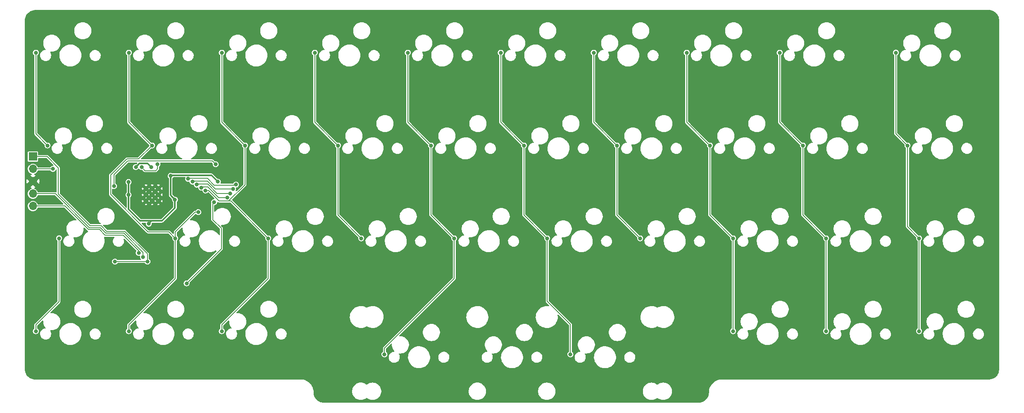
<source format=gtl>
%TF.GenerationSoftware,KiCad,Pcbnew,7.0.6*%
%TF.CreationDate,2023-07-18T23:25:51-04:00*%
%TF.ProjectId,cutiepie2040-hotswap,63757469-6570-4696-9532-3034302d686f,rev?*%
%TF.SameCoordinates,PX2d6b3a0PY6f46b48*%
%TF.FileFunction,Copper,L1,Top*%
%TF.FilePolarity,Positive*%
%FSLAX46Y46*%
G04 Gerber Fmt 4.6, Leading zero omitted, Abs format (unit mm)*
G04 Created by KiCad (PCBNEW 7.0.6) date 2023-07-18 23:25:51*
%MOMM*%
%LPD*%
G01*
G04 APERTURE LIST*
%TA.AperFunction,ComponentPad*%
%ADD10C,0.650000*%
%TD*%
%TA.AperFunction,ComponentPad*%
%ADD11R,1.700000X1.700000*%
%TD*%
%TA.AperFunction,ComponentPad*%
%ADD12O,1.700000X1.700000*%
%TD*%
%TA.AperFunction,ViaPad*%
%ADD13C,0.800000*%
%TD*%
%TA.AperFunction,Conductor*%
%ADD14C,0.200000*%
%TD*%
%TA.AperFunction,Conductor*%
%ADD15C,0.650000*%
%TD*%
%TA.AperFunction,Conductor*%
%ADD16C,0.300000*%
%TD*%
G04 APERTURE END LIST*
D10*
%TO.P,U1,57,GND*%
%TO.N,GND*%
X27553188Y41587608D03*
X27553188Y42862608D03*
X27553188Y44137608D03*
X26278188Y41587608D03*
X26278188Y42862608D03*
X26278188Y44137608D03*
X25003188Y41587608D03*
X25003188Y42862608D03*
X25003188Y44137608D03*
%TD*%
D11*
%TO.P,J2,1,Pin_1*%
%TO.N,RESET*%
X1849880Y50712794D03*
D12*
%TO.P,J2,2,Pin_2*%
%TO.N,+3V3*%
X1849880Y48172794D03*
%TO.P,J2,3,Pin_3*%
%TO.N,GND*%
X1849880Y45632794D03*
%TO.P,J2,4,Pin_4*%
%TO.N,SWDIO*%
X1849880Y43092794D03*
%TO.P,J2,5,Pin_5*%
%TO.N,SWCLK*%
X1849880Y40552794D03*
%TD*%
D13*
%TO.N,+1V1*%
X24110217Y48518091D03*
X27384444Y49113405D03*
%TO.N,GND*%
X24110217Y33635241D03*
X31849299Y38993067D03*
X27384444Y34528212D03*
X16428164Y60126714D03*
X20471304Y47922777D03*
X27086787Y31849299D03*
X32031642Y45839178D03*
X14518164Y50304033D03*
X34230555Y39886038D03*
X30063357Y51792318D03*
X22919589Y51792318D03*
%TO.N,+3V3*%
X39760232Y45541521D03*
X22919589Y48518091D03*
X5953140Y48172794D03*
X30956328Y41862608D03*
X30063357Y46732149D03*
X25598502Y36909468D03*
X26078189Y48518091D03*
X21431304Y45462608D03*
X21431304Y42862608D03*
%TO.N,row1*%
X18454734Y44648550D03*
X39290724Y49113405D03*
%TO.N,RESET*%
X18667077Y29170386D03*
X25300845Y29170386D03*
%TO.N,SWDIO*%
X24407874Y30063357D03*
%TO.N,SWCLK*%
X23514903Y30956328D03*
%TO.N,col0*%
X2439880Y14883037D03*
X7202380Y33933037D03*
X2439880Y72033037D03*
X4821130Y52983037D03*
%TO.N,col1*%
X31014880Y33933037D03*
X21489880Y72033037D03*
X35718840Y39290724D03*
X26252380Y52983037D03*
X21489880Y14883037D03*
%TO.N,col2*%
X40539880Y14883037D03*
X37207125Y43755579D03*
X45302380Y52983037D03*
X40539880Y72033037D03*
X50064880Y33933037D03*
%TO.N,col3*%
X36314154Y44350893D03*
X64352380Y52983037D03*
X41671980Y42267294D03*
X59589880Y72033037D03*
X69114880Y33933037D03*
%TO.N,col4*%
X35421183Y44946207D03*
X83402380Y52983037D03*
X78639880Y72033037D03*
X73877380Y10120537D03*
X88164880Y33933037D03*
X42267294Y43160265D03*
%TO.N,col5*%
X97689880Y72033037D03*
X34528212Y45541521D03*
X102452380Y52983037D03*
X42862608Y44053236D03*
X111977380Y10120537D03*
X107214880Y33933037D03*
%TO.N,col6*%
X121502380Y52983037D03*
X43457922Y44946207D03*
X116739880Y72033037D03*
X33635241Y46136835D03*
X126264880Y33933037D03*
%TO.N,col7*%
X135789880Y72033037D03*
X145314880Y14883037D03*
X145314880Y33933037D03*
X140552380Y52983037D03*
%TO.N,col8*%
X154839880Y72033037D03*
X164364880Y14883037D03*
X164364880Y33933037D03*
X159602380Y52983037D03*
%TO.N,col9*%
X178652380Y72033037D03*
X183414880Y33933037D03*
X181033630Y52983037D03*
X183415462Y14882785D03*
%TO.N,Net-(R_Flash1-Pad1)*%
X33337584Y24705531D03*
X38993067Y41374323D03*
%TD*%
D14*
%TO.N,Net-(R_Flash1-Pad1)*%
X38695265Y37740457D02*
X38695265Y41076521D01*
X40447780Y35987942D02*
X38695265Y37740457D01*
X38695265Y41076521D02*
X38993067Y41374323D01*
X40447780Y31815727D02*
X40447780Y35987942D01*
X33337584Y24705531D02*
X40447780Y31815727D01*
%TO.N,col8*%
X164364880Y33933037D02*
X164364880Y14883037D01*
%TO.N,col7*%
X145314880Y33933037D02*
X145314880Y14883037D01*
%TO.N,col5*%
X102452380Y38695537D02*
X107214880Y33933037D01*
X102452380Y52983037D02*
X102452380Y38695537D01*
X111977380Y16247456D02*
X111977380Y10120537D01*
X107214880Y21009956D02*
X111977380Y16247456D01*
X107214880Y33933037D02*
X107214880Y21009956D01*
%TO.N,col4*%
X73877380Y11412246D02*
X88164880Y25699747D01*
X88164880Y33933037D02*
X88164880Y25699747D01*
X73877380Y10120537D02*
X73877380Y11412246D01*
%TO.N,col2*%
X42430623Y41567294D02*
X50064880Y33933037D01*
X40012261Y41567294D02*
X42430623Y41567294D01*
X40539880Y16174746D02*
X50064880Y25699746D01*
X40539880Y14883037D02*
X40539880Y16174746D01*
X50064880Y33933037D02*
X50064880Y25699746D01*
%TO.N,col0*%
X2439880Y16174746D02*
X7202380Y20937247D01*
X7202380Y33933037D02*
X7202380Y20937247D01*
X2439880Y14883037D02*
X2439880Y16174746D01*
%TO.N,col2*%
X41961930Y41567294D02*
X40012261Y41567294D01*
X45302380Y44907744D02*
X41961930Y41567294D01*
X45302380Y52983037D02*
X45302380Y44907744D01*
X37823976Y43755579D02*
X40012261Y41567294D01*
%TO.N,col1*%
X21489880Y16174746D02*
X21489880Y14883037D01*
X31014880Y25699746D02*
X21489880Y16174746D01*
X31014880Y33933037D02*
X31014880Y25699746D01*
X31014880Y35224746D02*
X31014880Y33933037D01*
X35080858Y39290724D02*
X31014880Y35224746D01*
X35718840Y39290724D02*
X35080858Y39290724D01*
X29719705Y35228212D02*
X31014880Y33933037D01*
X25452734Y35228212D02*
X29719705Y35228212D01*
X17754734Y42926212D02*
X25452734Y35228212D01*
X17754734Y46895492D02*
X17754734Y42926212D01*
X21072647Y50213405D02*
X17754734Y46895492D01*
X26252380Y52983037D02*
X23482748Y50213405D01*
X23482748Y50213405D02*
X21072647Y50213405D01*
%TO.N,col2*%
X37207125Y43755579D02*
X37823976Y43755579D01*
%TO.N,col3*%
X64352380Y38695537D02*
X64352380Y52983037D01*
X69114880Y33933037D02*
X64352380Y38695537D01*
%TO.N,col4*%
X83402380Y38695537D02*
X83402380Y52983037D01*
X88164880Y33933037D02*
X83402380Y38695537D01*
%TO.N,col6*%
X121502380Y38695537D02*
X121502380Y52983037D01*
X126264880Y33933037D02*
X121502380Y38695537D01*
%TO.N,col7*%
X145314880Y33933037D02*
X140552380Y38695537D01*
X140552380Y38695537D02*
X140552380Y52983037D01*
%TO.N,col8*%
X164364880Y33933037D02*
X159602380Y38695537D01*
X159602380Y38695537D02*
X159602380Y52983037D01*
%TO.N,col9*%
X181033630Y36314287D02*
X181033630Y52983037D01*
X183414880Y33933037D02*
X181033630Y36314287D01*
X178652380Y55364287D02*
X178652380Y72033037D01*
X181033630Y52983037D02*
X178652380Y55364287D01*
%TO.N,col8*%
X154839880Y57745537D02*
X154839880Y72033037D01*
X159602380Y52983037D02*
X154839880Y57745537D01*
%TO.N,col7*%
X135789880Y57745537D02*
X135789880Y72033037D01*
X140552380Y52983037D02*
X135789880Y57745537D01*
%TO.N,col6*%
X116739880Y57745537D02*
X116739880Y72033037D01*
X121502380Y52983037D02*
X116739880Y57745537D01*
%TO.N,col5*%
X97689880Y57745537D02*
X97689880Y72033037D01*
X102452380Y52983037D02*
X97689880Y57745537D01*
%TO.N,col4*%
X78639880Y57745537D02*
X78639880Y72033037D01*
X83402380Y52983037D02*
X78639880Y57745537D01*
%TO.N,col3*%
X59589880Y57745537D02*
X59589880Y72033037D01*
X64352380Y52983037D02*
X59589880Y57745537D01*
%TO.N,col2*%
X45302380Y52983037D02*
X40539880Y57745537D01*
X40539880Y57745537D02*
X40539880Y72033037D01*
%TO.N,col1*%
X21489880Y57745537D02*
X21489880Y72033037D01*
X26252380Y52983037D02*
X21489880Y57745537D01*
%TO.N,col0*%
X2439880Y55364287D02*
X2439880Y72033037D01*
X4821130Y52983037D02*
X2439880Y55364287D01*
%TO.N,col9*%
X183414880Y14883367D02*
X183414880Y33933037D01*
X183415462Y14882785D02*
X183414880Y14883367D01*
%TO.N,+1V1*%
X24110217Y48518091D02*
X24810217Y47818091D01*
X24810217Y47818091D02*
X26982101Y47818091D01*
X27384444Y48220434D02*
X27384444Y49113405D01*
X26982101Y47818091D02*
X27384444Y48220434D01*
D15*
%TO.N,GND*%
X26278188Y44137608D02*
X27553188Y42862608D01*
X26278188Y41587608D02*
X27553188Y42862608D01*
X25003188Y42862608D02*
X26278188Y41587608D01*
X25003188Y41587608D02*
X27553188Y44137608D01*
X25003188Y44137608D02*
X27553188Y41587608D01*
X25003188Y42862608D02*
X26278188Y44137608D01*
D16*
%TO.N,+3V3*%
X30218043Y46886835D02*
X38414918Y46886835D01*
X38414918Y46886835D02*
X39760232Y45541521D01*
X22919589Y48518091D02*
X23669589Y49268091D01*
X28277415Y37504782D02*
X30956328Y40183695D01*
X23669589Y49268091D02*
X25328189Y49268091D01*
X21431304Y45462608D02*
X21431304Y42862608D01*
X21431304Y42862608D02*
X21431304Y39886038D01*
X30956328Y40183695D02*
X30956328Y41862608D01*
X25598502Y36909468D02*
X26193816Y37504782D01*
X30063357Y46732149D02*
X30063357Y42755579D01*
X23812560Y37504782D02*
X28277415Y37504782D01*
X21431304Y39886038D02*
X23812560Y37504782D01*
X30063357Y42755579D02*
X30956328Y41862608D01*
D14*
X1849880Y48172794D02*
X5905500Y48172794D01*
D16*
X25328189Y49268091D02*
X26078189Y48518091D01*
X30063357Y46732149D02*
X30218043Y46886835D01*
D14*
%TO.N,row1*%
X21238333Y49813405D02*
X18454734Y47029806D01*
X39290724Y49113405D02*
X38590724Y49813405D01*
X18454734Y47029806D02*
X18454734Y44648550D01*
X38590724Y49813405D02*
X21238333Y49813405D01*
%TO.N,RESET*%
X13589658Y36518840D02*
X7046000Y43062497D01*
X16961582Y35366794D02*
X15809536Y36518840D01*
X18667077Y29170386D02*
X25300845Y29170386D01*
X7046000Y48397591D02*
X7046000Y43062497D01*
X1849880Y50712794D02*
X4730797Y50712794D01*
X25300845Y30726022D02*
X20660072Y35366794D01*
X20660072Y35366794D02*
X16961582Y35366794D01*
X25300845Y29170386D02*
X25300845Y30726022D01*
X15809536Y36518840D02*
X13589658Y36518840D01*
X4730797Y50712794D02*
X7046000Y48397591D01*
%TO.N,SWDIO*%
X16795896Y34966794D02*
X20494387Y34966794D01*
X15643850Y36118840D02*
X16795896Y34966794D01*
X24407874Y30063357D02*
X24407874Y31053307D01*
X24407874Y31053307D02*
X20494387Y34966794D01*
X6450018Y43092794D02*
X1849880Y43092794D01*
X13423972Y36118840D02*
X15643850Y36118840D01*
X13423972Y36118840D02*
X6450018Y43092794D01*
%TO.N,SWCLK*%
X16961582Y34566794D02*
X16668792Y34566794D01*
X23514903Y30956328D02*
X23514903Y31380592D01*
X19904437Y34566794D02*
X16630210Y34566794D01*
X15478164Y35718840D02*
X13258286Y35718840D01*
X13258286Y35718840D02*
X8424332Y40552794D01*
X8424332Y40552794D02*
X1849880Y40552794D01*
X16630210Y34566794D02*
X15478164Y35718840D01*
X23514903Y31380592D02*
X20328701Y34566794D01*
X20328701Y34566794D02*
X16961582Y34566794D01*
%TO.N,col3*%
X39877946Y42267294D02*
X41671980Y42267294D01*
X37689660Y44455579D02*
X39877946Y42267294D01*
X36418840Y44455579D02*
X37689660Y44455579D01*
X36314154Y44350893D02*
X36418840Y44455579D01*
%TO.N,col4*%
X39550660Y43160265D02*
X42267294Y43160265D01*
X35421183Y44946207D02*
X35525869Y45050893D01*
X35525869Y45050893D02*
X37660032Y45050893D01*
X37660032Y45050893D02*
X39550660Y43160265D01*
%TO.N,col5*%
X39223374Y44053236D02*
X42862608Y44053236D01*
X34528212Y45541521D02*
X34632898Y45646207D01*
X34632898Y45646207D02*
X37630403Y45646207D01*
X37630403Y45646207D02*
X39223374Y44053236D01*
%TO.N,col6*%
X43353236Y44841521D02*
X43457922Y44946207D01*
X37600774Y46241521D02*
X39000774Y44841521D01*
X33635241Y46136835D02*
X33739927Y46241521D01*
X33739927Y46241521D02*
X37600774Y46241521D01*
X39000774Y44841521D02*
X43353236Y44841521D01*
%TD*%
%TA.AperFunction,Conductor*%
%TO.N,GND*%
G36*
X2396595Y80762224D02*
G01*
X2410155Y80761582D01*
X2430223Y80760630D01*
X2430229Y80760633D01*
X2432158Y80760921D01*
X2450562Y80762294D01*
X197927621Y80762294D01*
X197946556Y80760840D01*
X198190224Y80723191D01*
X198197942Y80721488D01*
X198445227Y80650152D01*
X198452663Y80647484D01*
X198688879Y80545266D01*
X198695907Y80541676D01*
X198917191Y80410246D01*
X198923722Y80405781D01*
X199126491Y80247267D01*
X199132400Y80242007D01*
X199313352Y80058994D01*
X199318532Y80053040D01*
X199400904Y79945176D01*
X199474741Y79848487D01*
X199479132Y79841906D01*
X199608044Y79619156D01*
X199611562Y79612070D01*
X199628156Y79572501D01*
X199711095Y79374723D01*
X199713681Y79367254D01*
X199782212Y79119178D01*
X199783829Y79111434D01*
X199820245Y78856662D01*
X199820863Y78848776D01*
X199824380Y78604972D01*
X199824380Y78584059D01*
X199824305Y78581022D01*
X199822927Y78553111D01*
X199822657Y78547640D01*
X199823043Y78545036D01*
X199824380Y78526873D01*
X199824380Y6897478D01*
X199822999Y6879021D01*
X199785615Y6630658D01*
X199783941Y6622926D01*
X199712464Y6371473D01*
X199709820Y6364016D01*
X199630771Y6179375D01*
X199609050Y6128639D01*
X199606941Y6123714D01*
X199603370Y6116655D01*
X199470750Y5891381D01*
X199466310Y5884833D01*
X199306113Y5678266D01*
X199300876Y5672336D01*
X199115700Y5487822D01*
X199109750Y5482606D01*
X198902603Y5323151D01*
X198896040Y5318734D01*
X198703038Y5206044D01*
X198670503Y5187047D01*
X198670297Y5186927D01*
X198663224Y5183382D01*
X198422548Y5081364D01*
X198415082Y5078747D01*
X198163373Y5008173D01*
X198155640Y5006529D01*
X198000193Y4983703D01*
X197897005Y4968550D01*
X197889121Y4967902D01*
X197636512Y4963294D01*
X197620635Y4963294D01*
X197617842Y4963358D01*
X197603950Y4963991D01*
X197583954Y4964903D01*
X197582637Y4964702D01*
X197564003Y4963294D01*
X142925587Y4963294D01*
X142907406Y4964634D01*
X142904856Y4965012D01*
X142871462Y4963369D01*
X142868419Y4963294D01*
X142852290Y4963294D01*
X142852289Y4963294D01*
X142845375Y4962515D01*
X142845334Y4962873D01*
X142836734Y4961690D01*
X142717664Y4955829D01*
X142574026Y4932443D01*
X142426425Y4908412D01*
X142426417Y4908410D01*
X142426418Y4908410D01*
X142142329Y4828687D01*
X141868936Y4717647D01*
X141609719Y4576707D01*
X141609714Y4576705D01*
X141609711Y4576702D01*
X141454438Y4468130D01*
X141367884Y4407609D01*
X141146526Y4212517D01*
X141146524Y4212515D01*
X140948394Y3993855D01*
X140948393Y3993852D01*
X140775997Y3754389D01*
X140775994Y3754384D01*
X140631491Y3497120D01*
X140516701Y3225285D01*
X140506747Y3191605D01*
X140433071Y2942314D01*
X140401680Y2764934D01*
X140381649Y2651745D01*
X140363088Y2357272D01*
X140369155Y2234168D01*
X140368501Y2213970D01*
X140341338Y1976526D01*
X140340038Y1969146D01*
X140281454Y1724178D01*
X140279274Y1717008D01*
X140191586Y1480878D01*
X140188558Y1474023D01*
X140073050Y1250191D01*
X140069218Y1243751D01*
X139927573Y1035474D01*
X139922992Y1029543D01*
X139757275Y839860D01*
X139752012Y834525D01*
X139564631Y666192D01*
X139558764Y661529D01*
X139352474Y517022D01*
X139346088Y513101D01*
X139123866Y394502D01*
X139117060Y391383D01*
X138982438Y339260D01*
X138882173Y300440D01*
X138875034Y298161D01*
X138679230Y248462D01*
X138630892Y236193D01*
X138623533Y234792D01*
X138373699Y202704D01*
X138366222Y202200D01*
X138128495Y200558D01*
X138123998Y200794D01*
X138122470Y200794D01*
X138106912Y200794D01*
X138103596Y200883D01*
X138070774Y202641D01*
X138066719Y202057D01*
X138049068Y200794D01*
X61661497Y200794D01*
X61653063Y201370D01*
X61642436Y202828D01*
X61615557Y201210D01*
X61610502Y200906D01*
X61606784Y200794D01*
X61590924Y200794D01*
X61585853Y200524D01*
X61497506Y200998D01*
X61327536Y201911D01*
X61319438Y202485D01*
X61050909Y239304D01*
X61042955Y240930D01*
X60781542Y312481D01*
X60773869Y315131D01*
X60589316Y392737D01*
X60524026Y420192D01*
X60516768Y423820D01*
X60282775Y560592D01*
X60276049Y565138D01*
X60061907Y731284D01*
X60055832Y736669D01*
X59956539Y837030D01*
X59865211Y929341D01*
X59859898Y935465D01*
X59696049Y1151377D01*
X59691579Y1158147D01*
X59557320Y1393586D01*
X59553769Y1400886D01*
X59451384Y1651846D01*
X59448817Y1659541D01*
X59380065Y1921719D01*
X59378527Y1929675D01*
X59346396Y2184207D01*
X59345608Y2206525D01*
X59352270Y2327740D01*
X59347722Y2407009D01*
X67245880Y2407009D01*
X67266498Y2270220D01*
X67285609Y2143431D01*
X67285610Y2143429D01*
X67285611Y2143423D01*
X67364180Y1888710D01*
X67479830Y1648560D01*
X67479831Y1648558D01*
X67479832Y1648557D01*
X67479835Y1648551D01*
X67596551Y1477360D01*
X67629994Y1428308D01*
X67811296Y1232910D01*
X67811300Y1232907D01*
X67811301Y1232906D01*
X68019706Y1066708D01*
X68250554Y933428D01*
X68498688Y836042D01*
X68758565Y776727D01*
X68808382Y772994D01*
X68957827Y761794D01*
X68957833Y761794D01*
X69090933Y761794D01*
X69223772Y771750D01*
X69290195Y776727D01*
X69550072Y836042D01*
X69798206Y933428D01*
X70029054Y1066708D01*
X70153397Y1165870D01*
X70218083Y1192278D01*
X70286778Y1179523D01*
X70308021Y1165872D01*
X70432706Y1066438D01*
X70663554Y933158D01*
X70911688Y835772D01*
X71171565Y776457D01*
X71221381Y772724D01*
X71370827Y761524D01*
X71370833Y761524D01*
X71503933Y761524D01*
X71636772Y771480D01*
X71703195Y776457D01*
X71963072Y835772D01*
X72211206Y933158D01*
X72442054Y1066438D01*
X72650459Y1232636D01*
X72650714Y1232910D01*
X72691060Y1276395D01*
X72831766Y1428038D01*
X72981925Y1648280D01*
X72982059Y1648557D01*
X73006190Y1698669D01*
X73097581Y1888443D01*
X73176151Y2143161D01*
X73215880Y2406744D01*
X73215880Y2407009D01*
X91121880Y2407009D01*
X91142498Y2270220D01*
X91161609Y2143431D01*
X91161610Y2143429D01*
X91161611Y2143423D01*
X91240180Y1888710D01*
X91355830Y1648560D01*
X91355831Y1648558D01*
X91355832Y1648557D01*
X91355835Y1648551D01*
X91472551Y1477360D01*
X91505994Y1428308D01*
X91687296Y1232910D01*
X91687300Y1232907D01*
X91687301Y1232906D01*
X91895706Y1066708D01*
X92126554Y933428D01*
X92374688Y836042D01*
X92634565Y776727D01*
X92684381Y772994D01*
X92833827Y761794D01*
X92833833Y761794D01*
X92966933Y761794D01*
X93099772Y771750D01*
X93166195Y776727D01*
X93426072Y836042D01*
X93674206Y933428D01*
X93905054Y1066708D01*
X94113459Y1232906D01*
X94294766Y1428308D01*
X94444925Y1648550D01*
X94448324Y1655607D01*
X94469190Y1698939D01*
X94560581Y1888713D01*
X94639151Y2143431D01*
X94678839Y2406739D01*
X105345880Y2406739D01*
X105353337Y2357268D01*
X105385609Y2143161D01*
X105385610Y2143159D01*
X105385611Y2143153D01*
X105464180Y1888440D01*
X105579830Y1648290D01*
X105579831Y1648288D01*
X105579832Y1648287D01*
X105579835Y1648281D01*
X105696367Y1477360D01*
X105729994Y1428038D01*
X105911296Y1232640D01*
X105911300Y1232637D01*
X105911301Y1232636D01*
X106119706Y1066438D01*
X106350554Y933158D01*
X106598688Y835772D01*
X106858565Y776457D01*
X106908381Y772724D01*
X107057827Y761524D01*
X107057833Y761524D01*
X107190933Y761524D01*
X107323772Y771480D01*
X107390195Y776457D01*
X107650072Y835772D01*
X107898206Y933158D01*
X108129054Y1066438D01*
X108337459Y1232636D01*
X108337714Y1232910D01*
X108378060Y1276395D01*
X108518766Y1428038D01*
X108668925Y1648280D01*
X108669059Y1648557D01*
X108693190Y1698669D01*
X108784581Y1888443D01*
X108863151Y2143161D01*
X108902879Y2406739D01*
X126808880Y2406739D01*
X126816337Y2357268D01*
X126848609Y2143161D01*
X126848610Y2143159D01*
X126848611Y2143153D01*
X126927180Y1888440D01*
X127042830Y1648290D01*
X127042831Y1648288D01*
X127042832Y1648287D01*
X127042835Y1648281D01*
X127159367Y1477360D01*
X127192994Y1428038D01*
X127374296Y1232640D01*
X127374300Y1232637D01*
X127374301Y1232636D01*
X127582706Y1066438D01*
X127813554Y933158D01*
X128061688Y835772D01*
X128321565Y776457D01*
X128371381Y772724D01*
X128520827Y761524D01*
X128520833Y761524D01*
X128653933Y761524D01*
X128786772Y771480D01*
X128853195Y776457D01*
X129113072Y835772D01*
X129361206Y933158D01*
X129592054Y1066438D01*
X129716568Y1165736D01*
X129781253Y1192143D01*
X129849949Y1179388D01*
X129871189Y1165738D01*
X129995706Y1066438D01*
X130226554Y933158D01*
X130474688Y835772D01*
X130734565Y776457D01*
X130784382Y772724D01*
X130933827Y761524D01*
X130933833Y761524D01*
X131066933Y761524D01*
X131199772Y771480D01*
X131266195Y776457D01*
X131526072Y835772D01*
X131774206Y933158D01*
X132005054Y1066438D01*
X132213459Y1232636D01*
X132213714Y1232910D01*
X132254060Y1276395D01*
X132394766Y1428038D01*
X132544925Y1648280D01*
X132545059Y1648557D01*
X132569190Y1698669D01*
X132660581Y1888443D01*
X132739151Y2143161D01*
X132778880Y2406744D01*
X132778880Y2673304D01*
X132739151Y2936887D01*
X132660581Y3191605D01*
X132544925Y3431767D01*
X132394766Y3652010D01*
X132317473Y3735312D01*
X132213463Y3847409D01*
X132162512Y3888041D01*
X132005054Y4013610D01*
X131774206Y4146890D01*
X131526072Y4244276D01*
X131526063Y4244278D01*
X131526060Y4244279D01*
X131266192Y4303592D01*
X131066933Y4318524D01*
X131066927Y4318524D01*
X130933833Y4318524D01*
X130933827Y4318524D01*
X130734567Y4303592D01*
X130474699Y4244279D01*
X130474691Y4244277D01*
X130474688Y4244276D01*
X130474685Y4244276D01*
X130474682Y4244274D01*
X130226553Y4146890D01*
X129995706Y4013611D01*
X129871191Y3914314D01*
X129806504Y3887906D01*
X129737809Y3900663D01*
X129716566Y3914315D01*
X129664014Y3956223D01*
X129592054Y4013610D01*
X129361206Y4146890D01*
X129113072Y4244276D01*
X129113063Y4244278D01*
X129113060Y4244279D01*
X128853192Y4303592D01*
X128653933Y4318524D01*
X128653927Y4318524D01*
X128520833Y4318524D01*
X128520827Y4318524D01*
X128321567Y4303592D01*
X128061699Y4244279D01*
X128061691Y4244277D01*
X128061688Y4244276D01*
X128061685Y4244276D01*
X128061682Y4244274D01*
X127813553Y4146890D01*
X127582706Y4013610D01*
X127374296Y3847409D01*
X127192994Y3652011D01*
X127042831Y3431762D01*
X127042830Y3431761D01*
X126927180Y3191609D01*
X126848611Y2936896D01*
X126848610Y2936891D01*
X126848609Y2936887D01*
X126845548Y2916577D01*
X126808880Y2673310D01*
X126808880Y2406739D01*
X108902879Y2406739D01*
X108902880Y2406744D01*
X108902880Y2673304D01*
X108863151Y2936887D01*
X108784581Y3191605D01*
X108668925Y3431767D01*
X108518766Y3652010D01*
X108441473Y3735312D01*
X108337463Y3847409D01*
X108286512Y3888041D01*
X108129054Y4013610D01*
X107898206Y4146890D01*
X107650072Y4244276D01*
X107650063Y4244278D01*
X107650060Y4244279D01*
X107390192Y4303592D01*
X107190933Y4318524D01*
X107190927Y4318524D01*
X107057833Y4318524D01*
X107057827Y4318524D01*
X106858567Y4303592D01*
X106598699Y4244279D01*
X106598691Y4244277D01*
X106598688Y4244276D01*
X106598685Y4244276D01*
X106598682Y4244274D01*
X106350553Y4146890D01*
X106119706Y4013610D01*
X105911296Y3847409D01*
X105729994Y3652011D01*
X105579831Y3431762D01*
X105579830Y3431761D01*
X105464180Y3191609D01*
X105385611Y2936896D01*
X105385610Y2936891D01*
X105385609Y2936887D01*
X105382548Y2916577D01*
X105345880Y2673310D01*
X105345880Y2406739D01*
X94678839Y2406739D01*
X94678880Y2407014D01*
X94678880Y2673574D01*
X94639151Y2937157D01*
X94560581Y3191875D01*
X94445058Y3431761D01*
X94444929Y3432029D01*
X94444928Y3432031D01*
X94444927Y3432032D01*
X94444925Y3432037D01*
X94294766Y3652280D01*
X94284615Y3663220D01*
X94113463Y3847679D01*
X94029735Y3914450D01*
X93905054Y4013880D01*
X93674206Y4147160D01*
X93426072Y4244546D01*
X93426063Y4244548D01*
X93426060Y4244549D01*
X93166192Y4303862D01*
X92966933Y4318794D01*
X92966927Y4318794D01*
X92833833Y4318794D01*
X92833827Y4318794D01*
X92634567Y4303862D01*
X92374699Y4244549D01*
X92374691Y4244547D01*
X92374688Y4244546D01*
X92374685Y4244546D01*
X92374682Y4244544D01*
X92126553Y4147160D01*
X91895706Y4013880D01*
X91687296Y3847679D01*
X91505994Y3652281D01*
X91355831Y3432032D01*
X91355830Y3432031D01*
X91240180Y3191879D01*
X91161611Y2937166D01*
X91161610Y2937161D01*
X91161609Y2937157D01*
X91158507Y2916577D01*
X91121880Y2673580D01*
X91121880Y2407009D01*
X73215880Y2407009D01*
X73215880Y2673304D01*
X73176151Y2936887D01*
X73097581Y3191605D01*
X72981925Y3431767D01*
X72831766Y3652010D01*
X72754473Y3735312D01*
X72650463Y3847409D01*
X72599512Y3888041D01*
X72442054Y4013610D01*
X72211206Y4146890D01*
X71963072Y4244276D01*
X71963063Y4244278D01*
X71963060Y4244279D01*
X71703192Y4303592D01*
X71503933Y4318524D01*
X71503927Y4318524D01*
X71370833Y4318524D01*
X71370827Y4318524D01*
X71171567Y4303592D01*
X70911699Y4244279D01*
X70911691Y4244277D01*
X70911688Y4244276D01*
X70911685Y4244276D01*
X70911682Y4244274D01*
X70663553Y4146890D01*
X70432706Y4013611D01*
X70308361Y3914449D01*
X70243674Y3888041D01*
X70174979Y3900798D01*
X70153737Y3914450D01*
X70029057Y4013878D01*
X69798206Y4147160D01*
X69550077Y4244544D01*
X69550072Y4244546D01*
X69550063Y4244548D01*
X69550060Y4244549D01*
X69290192Y4303862D01*
X69090933Y4318794D01*
X69090927Y4318794D01*
X68957833Y4318794D01*
X68957827Y4318794D01*
X68758567Y4303862D01*
X68498699Y4244549D01*
X68498691Y4244547D01*
X68498688Y4244546D01*
X68498685Y4244546D01*
X68498682Y4244544D01*
X68250553Y4147160D01*
X68019706Y4013880D01*
X67811296Y3847679D01*
X67629994Y3652281D01*
X67479831Y3432032D01*
X67479830Y3432031D01*
X67364180Y3191879D01*
X67285611Y2937166D01*
X67285610Y2937161D01*
X67285609Y2937157D01*
X67282507Y2916577D01*
X67245880Y2673580D01*
X67245880Y2407009D01*
X59347722Y2407009D01*
X59335271Y2624043D01*
X59285204Y2916580D01*
X59202698Y3201671D01*
X59088790Y3475733D01*
X59068640Y3512088D01*
X58944917Y3735312D01*
X58944913Y3735319D01*
X58817584Y3914314D01*
X58772878Y3977161D01*
X58665915Y4096563D01*
X58574851Y4198218D01*
X58574848Y4198220D01*
X58522885Y4244544D01*
X58353308Y4395720D01*
X58250995Y4468130D01*
X58111056Y4567169D01*
X58111043Y4567177D01*
X57851120Y4710422D01*
X57851107Y4710428D01*
X57576786Y4823669D01*
X57576785Y4823670D01*
X57291499Y4905487D01*
X57291500Y4905487D01*
X57291496Y4905488D01*
X57196265Y4921551D01*
X56998851Y4954849D01*
X56998833Y4954851D01*
X56878192Y4961480D01*
X56869199Y4962742D01*
X56869174Y4962515D01*
X56862257Y4963294D01*
X56862256Y4963294D01*
X56846868Y4963294D01*
X56843490Y4963387D01*
X56810845Y4965180D01*
X56801959Y4963914D01*
X56793206Y4963294D01*
X2122522Y4963294D01*
X2103328Y4964789D01*
X1855819Y5003568D01*
X1848096Y5005289D01*
X1596866Y5078346D01*
X1589425Y5081035D01*
X1349526Y5185467D01*
X1342490Y5189079D01*
X1125287Y5318734D01*
X1117829Y5323186D01*
X1111317Y5327659D01*
X905537Y5489267D01*
X899644Y5494536D01*
X721885Y5675131D01*
X716099Y5681010D01*
X710928Y5686981D01*
X552605Y5895290D01*
X548230Y5901879D01*
X417698Y6128639D01*
X414201Y6135722D01*
X313576Y6377260D01*
X311012Y6384723D01*
X241933Y6637112D01*
X240344Y6644823D01*
X203940Y6903945D01*
X203342Y6911826D01*
X200380Y7158793D01*
X200380Y7180991D01*
X200463Y7184201D01*
X200599Y7186839D01*
X202176Y7217242D01*
X202174Y7217246D01*
X201673Y7220699D01*
X200380Y7238559D01*
X200380Y10120536D01*
X73271698Y10120536D01*
X73292335Y9963777D01*
X73292336Y9963775D01*
X73320244Y9896398D01*
X73352844Y9817696D01*
X73449098Y9692255D01*
X73574539Y9596001D01*
X73720618Y9535493D01*
X73798999Y9525174D01*
X73877379Y9514855D01*
X73877380Y9514855D01*
X73877381Y9514855D01*
X73929634Y9521735D01*
X74034142Y9535493D01*
X74180221Y9596001D01*
X74305662Y9692255D01*
X74401916Y9817696D01*
X74462424Y9963775D01*
X74483062Y10120537D01*
X74474814Y10183184D01*
X74463641Y10268056D01*
X74462424Y10277299D01*
X74401916Y10423378D01*
X74305662Y10548819D01*
X74305660Y10548820D01*
X74305660Y10548821D01*
X74226393Y10609644D01*
X74185190Y10666072D01*
X74177879Y10708015D01*
X74177879Y11236416D01*
X74197564Y11303454D01*
X74214193Y11324091D01*
X75186766Y12296663D01*
X75248088Y12330147D01*
X75317780Y12325163D01*
X75373713Y12283291D01*
X75398130Y12217827D01*
X75398100Y12199729D01*
X75397880Y12196789D01*
X75397880Y11933805D01*
X75437070Y11673791D01*
X75437072Y11673785D01*
X75514582Y11422506D01*
X75628675Y11185589D01*
X75628677Y11185587D01*
X75628678Y11185584D01*
X75776810Y10968314D01*
X75875472Y10861981D01*
X75877589Y10859700D01*
X75908757Y10797168D01*
X75901170Y10727711D01*
X75857236Y10673382D01*
X75798478Y10651921D01*
X75683902Y10640980D01*
X75667648Y10639428D01*
X75667644Y10639427D01*
X75460681Y10578658D01*
X75268943Y10479810D01*
X75099392Y10346473D01*
X75099389Y10346469D01*
X74958135Y10183454D01*
X74958126Y10183443D01*
X74850277Y9996642D01*
X74779727Y9792801D01*
X74779726Y9792796D01*
X74779726Y9792795D01*
X74749027Y9579282D01*
X74759291Y9363818D01*
X74785078Y9257523D01*
X74810147Y9154187D01*
X74856049Y9053677D01*
X74899755Y8957975D01*
X75024878Y8782264D01*
X75180993Y8633408D01*
X75362459Y8516788D01*
X75562716Y8436617D01*
X75668621Y8416206D01*
X75774525Y8395794D01*
X75774526Y8395794D01*
X75936182Y8395794D01*
X75936189Y8395794D01*
X76097112Y8411160D01*
X76304082Y8471932D01*
X76495812Y8570776D01*
X76503404Y8576746D01*
X76575455Y8633408D01*
X76665370Y8704118D01*
X76806629Y8867139D01*
X76914483Y9053948D01*
X76985034Y9257793D01*
X77012668Y9449992D01*
X78710206Y9449992D01*
X78740337Y9150485D01*
X78740338Y9150478D01*
X78810119Y8857665D01*
X78810122Y8857653D01*
X78896592Y8633140D01*
X78918312Y8576746D01*
X79062980Y8312762D01*
X79241542Y8070416D01*
X79349822Y7958455D01*
X79450811Y7854032D01*
X79450818Y7854026D01*
X79574277Y7756532D01*
X79687057Y7667471D01*
X79946059Y7514063D01*
X80223198Y7396546D01*
X80223201Y7396546D01*
X80223204Y7396544D01*
X80513518Y7317019D01*
X80513523Y7317019D01*
X80513528Y7317017D01*
X80811867Y7276894D01*
X80811872Y7276894D01*
X81037558Y7276894D01*
X81201319Y7287857D01*
X81262733Y7291968D01*
X81557726Y7351928D01*
X81842096Y7450672D01*
X82110766Y7586438D01*
X82358944Y7756802D01*
X82582200Y7958725D01*
X82776551Y8188604D01*
X82938527Y8442336D01*
X83065239Y8715393D01*
X83154426Y9002903D01*
X83204495Y9299735D01*
X83213842Y9579282D01*
X84909027Y9579282D01*
X84919291Y9363818D01*
X84945078Y9257523D01*
X84970147Y9154187D01*
X85016049Y9053677D01*
X85059755Y8957975D01*
X85184878Y8782264D01*
X85340993Y8633408D01*
X85522459Y8516788D01*
X85722716Y8436617D01*
X85828621Y8416206D01*
X85934525Y8395794D01*
X85934526Y8395794D01*
X86096182Y8395794D01*
X86096189Y8395794D01*
X86257112Y8411160D01*
X86464082Y8471932D01*
X86655812Y8570776D01*
X86663404Y8576746D01*
X86735455Y8633408D01*
X86825370Y8704118D01*
X86966629Y8867139D01*
X87074483Y9053948D01*
X87145034Y9257793D01*
X87175733Y9471306D01*
X87170602Y9579012D01*
X93799027Y9579012D01*
X93809291Y9363548D01*
X93860081Y9154187D01*
X93860147Y9153917D01*
X93929237Y9002633D01*
X93949755Y8957705D01*
X94074878Y8781994D01*
X94230993Y8633138D01*
X94412459Y8516518D01*
X94612716Y8436347D01*
X94718620Y8415936D01*
X94824525Y8395524D01*
X94824526Y8395524D01*
X94986182Y8395524D01*
X94986189Y8395524D01*
X95147112Y8410890D01*
X95354082Y8471662D01*
X95545812Y8570506D01*
X95546156Y8570776D01*
X95625455Y8633138D01*
X95715370Y8703848D01*
X95856629Y8866869D01*
X95964483Y9053678D01*
X96035034Y9257523D01*
X96062668Y9449722D01*
X97760206Y9449722D01*
X97790337Y9150215D01*
X97790338Y9150208D01*
X97860119Y8857395D01*
X97860122Y8857383D01*
X97919256Y8703846D01*
X97968312Y8576476D01*
X98112980Y8312492D01*
X98291542Y8070146D01*
X98493445Y7861378D01*
X98500811Y7853762D01*
X98500818Y7853756D01*
X98623935Y7756532D01*
X98737057Y7667201D01*
X98996059Y7513793D01*
X99273198Y7396276D01*
X99273201Y7396276D01*
X99273204Y7396274D01*
X99563518Y7316749D01*
X99563523Y7316749D01*
X99563528Y7316747D01*
X99861867Y7276624D01*
X99861872Y7276624D01*
X100087558Y7276624D01*
X100251319Y7287587D01*
X100312733Y7291698D01*
X100607726Y7351658D01*
X100892096Y7450402D01*
X101160766Y7586168D01*
X101408944Y7756532D01*
X101632200Y7958455D01*
X101826551Y8188334D01*
X101988527Y8442066D01*
X102115239Y8715123D01*
X102204426Y9002633D01*
X102254495Y9299465D01*
X102263842Y9579012D01*
X103959027Y9579012D01*
X103969291Y9363548D01*
X104020081Y9154187D01*
X104020147Y9153917D01*
X104089237Y9002633D01*
X104109755Y8957705D01*
X104234878Y8781994D01*
X104390993Y8633138D01*
X104572459Y8516518D01*
X104772716Y8436347D01*
X104878621Y8415936D01*
X104984525Y8395524D01*
X104984526Y8395524D01*
X105146182Y8395524D01*
X105146189Y8395524D01*
X105307112Y8410890D01*
X105514082Y8471662D01*
X105705812Y8570506D01*
X105706156Y8570776D01*
X105785455Y8633138D01*
X105875370Y8703848D01*
X106016629Y8866869D01*
X106124483Y9053678D01*
X106195034Y9257523D01*
X106225733Y9471036D01*
X106215469Y9686500D01*
X106164614Y9896128D01*
X106075005Y10092343D01*
X105949882Y10268054D01*
X105793767Y10416910D01*
X105612301Y10533530D01*
X105574106Y10548821D01*
X105412042Y10613702D01*
X105200235Y10654524D01*
X105200234Y10654524D01*
X105038571Y10654524D01*
X104880476Y10639428D01*
X104877648Y10639158D01*
X104877644Y10639157D01*
X104670681Y10578388D01*
X104478943Y10479540D01*
X104309392Y10346203D01*
X104309389Y10346199D01*
X104168135Y10183184D01*
X104168126Y10183173D01*
X104060277Y9996372D01*
X103989727Y9792531D01*
X103989726Y9792526D01*
X103989726Y9792525D01*
X103959027Y9579012D01*
X102263842Y9579012D01*
X102264554Y9600322D01*
X102234422Y9899836D01*
X102234356Y9900111D01*
X102211417Y9996370D01*
X102164639Y10192661D01*
X102056448Y10473572D01*
X101911780Y10737556D01*
X101883985Y10775279D01*
X101821982Y10859430D01*
X101733218Y10979902D01*
X101523948Y11196287D01*
X101523941Y11196293D01*
X101287706Y11382845D01*
X101287250Y11383115D01*
X101028701Y11536255D01*
X101028697Y11536257D01*
X100751555Y11653775D01*
X100461241Y11733300D01*
X100390139Y11742863D01*
X100162893Y11773424D01*
X99937210Y11773424D01*
X99937202Y11773424D01*
X99712029Y11758351D01*
X99712020Y11758349D01*
X99417031Y11698390D01*
X99132666Y11599647D01*
X98863995Y11463881D01*
X98863993Y11463880D01*
X98615814Y11293515D01*
X98392561Y11091595D01*
X98198206Y10861711D01*
X98036232Y10607982D01*
X98036231Y10607980D01*
X97909525Y10334934D01*
X97909521Y10334925D01*
X97820334Y10047416D01*
X97770311Y9750853D01*
X97770265Y9750583D01*
X97760919Y9471036D01*
X97760206Y9449722D01*
X96062668Y9449722D01*
X96065733Y9471036D01*
X96055469Y9686500D01*
X96004614Y9896128D01*
X95915005Y10092343D01*
X95915003Y10092346D01*
X95891722Y10125040D01*
X95868869Y10191067D01*
X95885342Y10258967D01*
X95935909Y10307183D01*
X96001996Y10320620D01*
X96136720Y10310524D01*
X96136726Y10310524D01*
X96268040Y10310524D01*
X96464598Y10325254D01*
X96464600Y10325255D01*
X96464608Y10325255D01*
X96720978Y10383770D01*
X96965764Y10479841D01*
X97193497Y10611323D01*
X97399090Y10775278D01*
X97577950Y10968044D01*
X97726082Y11185314D01*
X97840178Y11422236D01*
X97917688Y11673516D01*
X97917730Y11673791D01*
X97956879Y11933535D01*
X97956880Y11933544D01*
X97956880Y12196505D01*
X97956879Y12196514D01*
X97917689Y12456528D01*
X97917687Y12456534D01*
X97917606Y12456798D01*
X97840178Y12707812D01*
X97726082Y12944734D01*
X97577950Y13162004D01*
X97399090Y13354770D01*
X97193497Y13518725D01*
X96965764Y13650207D01*
X96720978Y13746278D01*
X96720973Y13746280D01*
X96720964Y13746282D01*
X96502881Y13796058D01*
X96464608Y13804793D01*
X96464607Y13804794D01*
X96464603Y13804794D01*
X96464598Y13804795D01*
X96268040Y13819524D01*
X96268034Y13819524D01*
X96136726Y13819524D01*
X96136720Y13819524D01*
X95940161Y13804795D01*
X95940156Y13804794D01*
X95683795Y13746282D01*
X95683776Y13746276D01*
X95438995Y13650207D01*
X95211263Y13518725D01*
X95005670Y13354770D01*
X95005668Y13354768D01*
X94826810Y13162005D01*
X94678675Y12944730D01*
X94564582Y12707813D01*
X94487072Y12456534D01*
X94487070Y12456528D01*
X94447880Y12196514D01*
X94447880Y11933535D01*
X94487070Y11673521D01*
X94487072Y11673515D01*
X94564582Y11422236D01*
X94678675Y11185319D01*
X94678677Y11185317D01*
X94678678Y11185314D01*
X94826810Y10968044D01*
X94925472Y10861711D01*
X94927589Y10859430D01*
X94958757Y10796898D01*
X94951170Y10727441D01*
X94907236Y10673112D01*
X94848478Y10651651D01*
X94720476Y10639428D01*
X94717648Y10639158D01*
X94717644Y10639157D01*
X94510681Y10578388D01*
X94318943Y10479540D01*
X94149392Y10346203D01*
X94149389Y10346199D01*
X94008135Y10183184D01*
X94008126Y10183173D01*
X93900277Y9996372D01*
X93829727Y9792531D01*
X93829726Y9792526D01*
X93829726Y9792525D01*
X93799027Y9579012D01*
X87170602Y9579012D01*
X87165469Y9686770D01*
X87114614Y9896398D01*
X87025005Y10092613D01*
X86899882Y10268324D01*
X86743767Y10417180D01*
X86562301Y10533800D01*
X86562300Y10533801D01*
X86362042Y10613972D01*
X86150235Y10654794D01*
X86150234Y10654794D01*
X85988571Y10654794D01*
X85843902Y10640980D01*
X85827648Y10639428D01*
X85827644Y10639427D01*
X85620681Y10578658D01*
X85428943Y10479810D01*
X85259392Y10346473D01*
X85259389Y10346469D01*
X85118135Y10183454D01*
X85118126Y10183443D01*
X85010277Y9996642D01*
X84939727Y9792801D01*
X84939726Y9792796D01*
X84939726Y9792795D01*
X84909027Y9579282D01*
X83213842Y9579282D01*
X83214554Y9600592D01*
X83184422Y9900106D01*
X83114639Y10192931D01*
X83006448Y10473842D01*
X82861780Y10737826D01*
X82833985Y10775549D01*
X82770501Y10861711D01*
X82683218Y10980172D01*
X82473948Y11196557D01*
X82473941Y11196563D01*
X82237706Y11383115D01*
X82231003Y11387085D01*
X81978701Y11536525D01*
X81978697Y11536527D01*
X81701555Y11654045D01*
X81411241Y11733570D01*
X81340139Y11743133D01*
X81112893Y11773694D01*
X80887210Y11773694D01*
X80887202Y11773694D01*
X80662029Y11758621D01*
X80662020Y11758619D01*
X80367031Y11698660D01*
X80082666Y11599917D01*
X79813995Y11464151D01*
X79813993Y11464150D01*
X79565814Y11293785D01*
X79342561Y11091865D01*
X79148206Y10861981D01*
X78986232Y10608252D01*
X78986231Y10608250D01*
X78859525Y10335204D01*
X78859521Y10335195D01*
X78770334Y10047686D01*
X78727295Y9792531D01*
X78720265Y9750853D01*
X78710910Y9471036D01*
X78710206Y9449992D01*
X77012668Y9449992D01*
X77015733Y9471306D01*
X77005469Y9686770D01*
X76954614Y9896398D01*
X76865005Y10092613D01*
X76865003Y10092616D01*
X76841722Y10125310D01*
X76818869Y10191337D01*
X76835342Y10259237D01*
X76885909Y10307453D01*
X76951996Y10320890D01*
X77086720Y10310794D01*
X77086726Y10310794D01*
X77218040Y10310794D01*
X77414598Y10325524D01*
X77414600Y10325525D01*
X77414608Y10325525D01*
X77670978Y10384040D01*
X77915764Y10480111D01*
X78143497Y10611593D01*
X78349090Y10775548D01*
X78527950Y10968314D01*
X78676082Y11185584D01*
X78790178Y11422506D01*
X78867688Y11673786D01*
X78871397Y11698390D01*
X78906879Y11933805D01*
X78906880Y11933814D01*
X78906880Y12196775D01*
X78906879Y12196784D01*
X78867689Y12456798D01*
X78867687Y12456804D01*
X78848409Y12519302D01*
X78790178Y12708082D01*
X78676082Y12945004D01*
X78527950Y13162274D01*
X78349090Y13355040D01*
X78143497Y13518995D01*
X77915764Y13650477D01*
X77670978Y13746548D01*
X77670973Y13746550D01*
X77670964Y13746552D01*
X77452881Y13796328D01*
X77414608Y13805063D01*
X77414607Y13805064D01*
X77414603Y13805064D01*
X77414598Y13805065D01*
X77218040Y13819794D01*
X77218034Y13819794D01*
X77086726Y13819794D01*
X77086720Y13819794D01*
X77012625Y13814242D01*
X76944302Y13828862D01*
X76894729Y13878099D01*
X76879646Y13946321D01*
X76903840Y14011868D01*
X76915671Y14025569D01*
X77363907Y14473805D01*
X81747880Y14473805D01*
X81787070Y14213791D01*
X81787072Y14213785D01*
X81864582Y13962506D01*
X81978675Y13725589D01*
X81978677Y13725587D01*
X81978678Y13725584D01*
X82126810Y13508314D01*
X82305670Y13315548D01*
X82511263Y13151593D01*
X82738996Y13020111D01*
X82983782Y12924040D01*
X83240152Y12865525D01*
X83240158Y12865525D01*
X83240161Y12865524D01*
X83436720Y12850794D01*
X83436726Y12850794D01*
X83568040Y12850794D01*
X83764598Y12865524D01*
X83764600Y12865525D01*
X83764608Y12865525D01*
X84020978Y12924040D01*
X84265764Y13020111D01*
X84493497Y13151593D01*
X84699090Y13315548D01*
X84877950Y13508314D01*
X85026082Y13725584D01*
X85140178Y13962506D01*
X85217688Y14213786D01*
X85220706Y14233806D01*
X85256838Y14473535D01*
X100797880Y14473535D01*
X100837070Y14213521D01*
X100837072Y14213515D01*
X100914582Y13962236D01*
X101028675Y13725319D01*
X101028677Y13725317D01*
X101028678Y13725314D01*
X101176810Y13508044D01*
X101355670Y13315278D01*
X101561263Y13151323D01*
X101788996Y13019841D01*
X102033782Y12923770D01*
X102290152Y12865255D01*
X102290158Y12865255D01*
X102290161Y12865254D01*
X102486720Y12850524D01*
X102486726Y12850524D01*
X102618040Y12850524D01*
X102814598Y12865254D01*
X102814600Y12865255D01*
X102814608Y12865255D01*
X103070978Y12923770D01*
X103315764Y13019841D01*
X103543497Y13151323D01*
X103749090Y13315278D01*
X103927950Y13508044D01*
X104076082Y13725314D01*
X104190178Y13962236D01*
X104267688Y14213516D01*
X104267730Y14213791D01*
X104306879Y14473535D01*
X104306880Y14473544D01*
X104306880Y14736505D01*
X104306879Y14736514D01*
X104267689Y14996528D01*
X104267687Y14996534D01*
X104267606Y14996798D01*
X104190178Y15247812D01*
X104076082Y15484734D01*
X103927950Y15702004D01*
X103749090Y15894770D01*
X103543497Y16058725D01*
X103315764Y16190207D01*
X103070978Y16286278D01*
X103070973Y16286280D01*
X103070964Y16286282D01*
X102848992Y16336945D01*
X102814608Y16344793D01*
X102814607Y16344794D01*
X102814603Y16344794D01*
X102814598Y16344795D01*
X102618040Y16359524D01*
X102618034Y16359524D01*
X102486726Y16359524D01*
X102486720Y16359524D01*
X102290161Y16344795D01*
X102290156Y16344794D01*
X102033795Y16286282D01*
X102033776Y16286276D01*
X101788995Y16190207D01*
X101561263Y16058725D01*
X101355670Y15894770D01*
X101355668Y15894768D01*
X101176810Y15702005D01*
X101028675Y15484730D01*
X100914582Y15247813D01*
X100837072Y14996534D01*
X100837070Y14996528D01*
X100797880Y14736514D01*
X100797880Y14473535D01*
X85256838Y14473535D01*
X85256879Y14473805D01*
X85256880Y14473814D01*
X85256880Y14736775D01*
X85256879Y14736784D01*
X85217689Y14996798D01*
X85217687Y14996804D01*
X85140178Y15248082D01*
X85026082Y15485004D01*
X84877950Y15702274D01*
X84699090Y15895040D01*
X84493497Y16058995D01*
X84265764Y16190477D01*
X84020978Y16286548D01*
X84020973Y16286550D01*
X84020964Y16286552D01*
X83800175Y16336945D01*
X83764608Y16345063D01*
X83764607Y16345064D01*
X83764603Y16345064D01*
X83764598Y16345065D01*
X83568040Y16359794D01*
X83568034Y16359794D01*
X83436726Y16359794D01*
X83436720Y16359794D01*
X83240161Y16345065D01*
X83240156Y16345064D01*
X82983795Y16286552D01*
X82983776Y16286546D01*
X82738995Y16190477D01*
X82511263Y16058995D01*
X82305670Y15895040D01*
X82305668Y15895038D01*
X82126810Y15702275D01*
X81978675Y15485000D01*
X81864582Y15248083D01*
X81787072Y14996804D01*
X81787070Y14996798D01*
X81747880Y14736784D01*
X81747880Y14473805D01*
X77363907Y14473805D01*
X80595094Y17704992D01*
X90648206Y17704992D01*
X90678337Y17405485D01*
X90678338Y17405478D01*
X90748119Y17112665D01*
X90748122Y17112653D01*
X90807195Y16959275D01*
X90856312Y16831746D01*
X91000980Y16567762D01*
X91000982Y16567759D01*
X91000984Y16567756D01*
X91092457Y16443608D01*
X91179542Y16325416D01*
X91340191Y16159305D01*
X91388811Y16109032D01*
X91388818Y16109026D01*
X91625053Y15922474D01*
X91625057Y15922471D01*
X91884059Y15769063D01*
X92161198Y15651546D01*
X92161201Y15651546D01*
X92161204Y15651544D01*
X92451518Y15572019D01*
X92451523Y15572019D01*
X92451528Y15572017D01*
X92749867Y15531894D01*
X92749872Y15531894D01*
X92975558Y15531894D01*
X93139319Y15542857D01*
X93200733Y15546968D01*
X93495726Y15606928D01*
X93780096Y15705672D01*
X94048766Y15841438D01*
X94296944Y16011802D01*
X94520200Y16213725D01*
X94714551Y16443604D01*
X94876527Y16697336D01*
X95003239Y16970393D01*
X95092426Y17257903D01*
X95142495Y17554735D01*
X95152554Y17855592D01*
X95122422Y18155106D01*
X95052639Y18447931D01*
X94944448Y18728842D01*
X94799780Y18992826D01*
X94621218Y19235172D01*
X94411948Y19451557D01*
X94411941Y19451563D01*
X94175706Y19638115D01*
X94107040Y19678786D01*
X93916701Y19791525D01*
X93916697Y19791527D01*
X93639555Y19909045D01*
X93349241Y19988570D01*
X93262912Y20000180D01*
X93050893Y20028694D01*
X92825210Y20028694D01*
X92825202Y20028694D01*
X92600029Y20013621D01*
X92600020Y20013619D01*
X92305031Y19953660D01*
X92020666Y19854917D01*
X91751995Y19719151D01*
X91751993Y19719150D01*
X91503814Y19548785D01*
X91280561Y19346865D01*
X91086206Y19116981D01*
X90924232Y18863252D01*
X90924231Y18863250D01*
X90797525Y18590204D01*
X90797521Y18590195D01*
X90708334Y18302686D01*
X90658265Y18005853D01*
X90648206Y17704992D01*
X80595094Y17704992D01*
X88332939Y25442837D01*
X88339412Y25448468D01*
X88349104Y25455788D01*
X88349108Y25455789D01*
X88381339Y25491147D01*
X88383247Y25493145D01*
X88397054Y25506950D01*
X88398564Y25509155D01*
X88403903Y25515896D01*
X88406248Y25518469D01*
X88424796Y25538814D01*
X88427297Y25545271D01*
X88440630Y25570563D01*
X88444537Y25576266D01*
X88451637Y25606453D01*
X88454179Y25614663D01*
X88465380Y25643574D01*
X88465380Y25650500D01*
X88468674Y25678891D01*
X88470259Y25685628D01*
X88465975Y25716339D01*
X88465380Y25724914D01*
X88465380Y33345555D01*
X88478954Y33391782D01*
X89036527Y33391782D01*
X89046791Y33176318D01*
X89097646Y32966690D01*
X89187255Y32770475D01*
X89312378Y32594764D01*
X89468493Y32445908D01*
X89649959Y32329288D01*
X89850216Y32249117D01*
X89956121Y32228706D01*
X90062025Y32208294D01*
X90062026Y32208294D01*
X90223682Y32208294D01*
X90223689Y32208294D01*
X90384612Y32223660D01*
X90591582Y32284432D01*
X90783312Y32383276D01*
X90790904Y32389246D01*
X90862955Y32445908D01*
X90952870Y32516618D01*
X91094129Y32679639D01*
X91201983Y32866448D01*
X91272534Y33070293D01*
X91300168Y33262492D01*
X92997706Y33262492D01*
X93027837Y32962985D01*
X93027838Y32962978D01*
X93097619Y32670165D01*
X93097622Y32670153D01*
X93205809Y32389253D01*
X93205812Y32389246D01*
X93350480Y32125262D01*
X93529042Y31882916D01*
X93648347Y31759555D01*
X93738311Y31666532D01*
X93738318Y31666526D01*
X93974553Y31479974D01*
X93974557Y31479971D01*
X94233559Y31326563D01*
X94510698Y31209046D01*
X94510701Y31209046D01*
X94510704Y31209044D01*
X94801018Y31129519D01*
X94801023Y31129519D01*
X94801028Y31129517D01*
X95099367Y31089394D01*
X95099372Y31089394D01*
X95325058Y31089394D01*
X95488819Y31100357D01*
X95550233Y31104468D01*
X95845226Y31164428D01*
X96129596Y31263172D01*
X96398266Y31398938D01*
X96646444Y31569302D01*
X96869700Y31771225D01*
X97064051Y32001104D01*
X97226027Y32254836D01*
X97352739Y32527893D01*
X97441926Y32815403D01*
X97491995Y33112235D01*
X97501342Y33391782D01*
X99196527Y33391782D01*
X99206791Y33176318D01*
X99257646Y32966690D01*
X99347255Y32770475D01*
X99472378Y32594764D01*
X99628493Y32445908D01*
X99809959Y32329288D01*
X100010216Y32249117D01*
X100116121Y32228706D01*
X100222025Y32208294D01*
X100222026Y32208294D01*
X100383682Y32208294D01*
X100383689Y32208294D01*
X100544612Y32223660D01*
X100751582Y32284432D01*
X100943312Y32383276D01*
X100950904Y32389246D01*
X101022955Y32445908D01*
X101112870Y32516618D01*
X101254129Y32679639D01*
X101361983Y32866448D01*
X101432534Y33070293D01*
X101463233Y33283806D01*
X101452969Y33499270D01*
X101402114Y33708898D01*
X101312505Y33905113D01*
X101187382Y34080824D01*
X101031267Y34229680D01*
X100849801Y34346300D01*
X100842055Y34349401D01*
X100649542Y34426472D01*
X100437735Y34467294D01*
X100437734Y34467294D01*
X100276071Y34467294D01*
X100115148Y34451928D01*
X100115144Y34451927D01*
X99908181Y34391158D01*
X99716443Y34292310D01*
X99546892Y34158973D01*
X99546889Y34158969D01*
X99405635Y33995954D01*
X99405626Y33995943D01*
X99297777Y33809142D01*
X99227227Y33605301D01*
X99227226Y33605296D01*
X99227226Y33605295D01*
X99196527Y33391782D01*
X97501342Y33391782D01*
X97502054Y33413092D01*
X97471922Y33712606D01*
X97402139Y34005431D01*
X97293948Y34286342D01*
X97149280Y34550326D01*
X97141462Y34560936D01*
X97057802Y34674481D01*
X96970718Y34792672D01*
X96761448Y35009057D01*
X96761441Y35009063D01*
X96525206Y35195615D01*
X96511235Y35203890D01*
X96266201Y35349025D01*
X96266197Y35349027D01*
X95989055Y35466545D01*
X95698741Y35546070D01*
X95627639Y35555633D01*
X95400393Y35586194D01*
X95174710Y35586194D01*
X95174702Y35586194D01*
X94949529Y35571121D01*
X94949520Y35571119D01*
X94654531Y35511160D01*
X94370166Y35412417D01*
X94101495Y35276651D01*
X94101493Y35276650D01*
X93853314Y35106285D01*
X93630061Y34904365D01*
X93435706Y34674481D01*
X93273732Y34420752D01*
X93273731Y34420750D01*
X93147025Y34147704D01*
X93147021Y34147695D01*
X93057834Y33860186D01*
X93007765Y33563353D01*
X92998419Y33283806D01*
X92997706Y33262492D01*
X91300168Y33262492D01*
X91303233Y33283806D01*
X91292969Y33499270D01*
X91242114Y33708898D01*
X91152505Y33905113D01*
X91152503Y33905116D01*
X91129222Y33937810D01*
X91106369Y34003837D01*
X91122842Y34071737D01*
X91173409Y34119953D01*
X91239496Y34133390D01*
X91374220Y34123294D01*
X91374226Y34123294D01*
X91505540Y34123294D01*
X91702098Y34138024D01*
X91702100Y34138025D01*
X91702108Y34138025D01*
X91958478Y34196540D01*
X92203264Y34292611D01*
X92430997Y34424093D01*
X92636590Y34588048D01*
X92815450Y34780814D01*
X92963582Y34998084D01*
X93077678Y35235006D01*
X93155188Y35486286D01*
X93155246Y35486666D01*
X93194379Y35746305D01*
X93194380Y35746314D01*
X93194380Y36009275D01*
X93194379Y36009284D01*
X93155189Y36269298D01*
X93155187Y36269304D01*
X93149901Y36286442D01*
X93077678Y36520582D01*
X92963582Y36757504D01*
X92815450Y36974774D01*
X92636590Y37167540D01*
X92430997Y37331495D01*
X92203264Y37462977D01*
X91958478Y37559048D01*
X91958473Y37559050D01*
X91958464Y37559052D01*
X91740381Y37608828D01*
X91702108Y37617563D01*
X91702107Y37617564D01*
X91702103Y37617564D01*
X91702098Y37617565D01*
X91505540Y37632294D01*
X91505534Y37632294D01*
X91374226Y37632294D01*
X91374220Y37632294D01*
X91177661Y37617565D01*
X91177656Y37617564D01*
X90921295Y37559052D01*
X90921276Y37559046D01*
X90676495Y37462977D01*
X90448763Y37331495D01*
X90243170Y37167540D01*
X90243168Y37167538D01*
X90064310Y36974775D01*
X89916175Y36757500D01*
X89802082Y36520583D01*
X89724572Y36269304D01*
X89724570Y36269298D01*
X89685380Y36009284D01*
X89685380Y35746305D01*
X89724570Y35486291D01*
X89724572Y35486285D01*
X89802082Y35235006D01*
X89916175Y34998089D01*
X89916177Y34998087D01*
X89916178Y34998084D01*
X90064310Y34780814D01*
X90162972Y34674481D01*
X90165089Y34672200D01*
X90196257Y34609668D01*
X90188670Y34540211D01*
X90144736Y34485882D01*
X90085978Y34464421D01*
X89955147Y34451928D01*
X89955148Y34451928D01*
X89955144Y34451927D01*
X89748181Y34391158D01*
X89556443Y34292310D01*
X89386892Y34158973D01*
X89386889Y34158969D01*
X89245635Y33995954D01*
X89245626Y33995943D01*
X89137777Y33809142D01*
X89067227Y33605301D01*
X89067226Y33605296D01*
X89067226Y33605295D01*
X89036527Y33391782D01*
X88478954Y33391782D01*
X88485065Y33412594D01*
X88513894Y33443931D01*
X88593162Y33504755D01*
X88689416Y33630196D01*
X88749924Y33776275D01*
X88770562Y33933037D01*
X88749924Y34089799D01*
X88689416Y34235878D01*
X88593162Y34361319D01*
X88467721Y34457573D01*
X88465379Y34458543D01*
X88321642Y34518081D01*
X88321640Y34518082D01*
X88164881Y34538719D01*
X88164879Y34538719D01*
X88065818Y34525678D01*
X87996782Y34536444D01*
X87961952Y34560936D01*
X84236583Y38286305D01*
X96035380Y38286305D01*
X96074570Y38026291D01*
X96074572Y38026285D01*
X96152082Y37775006D01*
X96266175Y37538089D01*
X96266177Y37538087D01*
X96266178Y37538084D01*
X96414310Y37320814D01*
X96593170Y37128048D01*
X96798763Y36964093D01*
X97026496Y36832611D01*
X97271282Y36736540D01*
X97527652Y36678025D01*
X97527658Y36678025D01*
X97527661Y36678024D01*
X97724220Y36663294D01*
X97724226Y36663294D01*
X97855540Y36663294D01*
X98052098Y36678024D01*
X98052100Y36678025D01*
X98052108Y36678025D01*
X98308478Y36736540D01*
X98553264Y36832611D01*
X98780997Y36964093D01*
X98986590Y37128048D01*
X99165450Y37320814D01*
X99313582Y37538084D01*
X99427678Y37775006D01*
X99505188Y38026286D01*
X99544380Y38286312D01*
X99544380Y38549276D01*
X99538980Y38585104D01*
X99505189Y38809298D01*
X99505187Y38809304D01*
X99427678Y39060582D01*
X99313582Y39297504D01*
X99165450Y39514774D01*
X98986590Y39707540D01*
X98780997Y39871495D01*
X98553264Y40002977D01*
X98308478Y40099048D01*
X98308473Y40099050D01*
X98308464Y40099052D01*
X98090321Y40148841D01*
X98052108Y40157563D01*
X98052107Y40157564D01*
X98052103Y40157564D01*
X98052098Y40157565D01*
X97855540Y40172294D01*
X97855534Y40172294D01*
X97724226Y40172294D01*
X97724220Y40172294D01*
X97527661Y40157565D01*
X97527656Y40157564D01*
X97271295Y40099052D01*
X97271276Y40099046D01*
X97026495Y40002977D01*
X96798763Y39871495D01*
X96593170Y39707540D01*
X96593168Y39707538D01*
X96414310Y39514775D01*
X96266175Y39297500D01*
X96152082Y39060583D01*
X96074572Y38809304D01*
X96074570Y38809298D01*
X96035380Y38549284D01*
X96035380Y38286305D01*
X84236583Y38286305D01*
X83739199Y38783689D01*
X83705714Y38845012D01*
X83702880Y38871370D01*
X83702880Y52395555D01*
X83716454Y52441782D01*
X84274027Y52441782D01*
X84284291Y52226318D01*
X84335146Y52016690D01*
X84424755Y51820475D01*
X84549878Y51644764D01*
X84705993Y51495908D01*
X84887459Y51379288D01*
X85087716Y51299117D01*
X85193621Y51278706D01*
X85299525Y51258294D01*
X85299526Y51258294D01*
X85461182Y51258294D01*
X85461189Y51258294D01*
X85622112Y51273660D01*
X85829082Y51334432D01*
X86020812Y51433276D01*
X86028404Y51439246D01*
X86100455Y51495908D01*
X86190370Y51566618D01*
X86331629Y51729639D01*
X86439483Y51916448D01*
X86510034Y52120293D01*
X86537668Y52312492D01*
X88235206Y52312492D01*
X88265337Y52012985D01*
X88265338Y52012978D01*
X88335119Y51720165D01*
X88335122Y51720153D01*
X88394256Y51566616D01*
X88443312Y51439246D01*
X88587980Y51175262D01*
X88587982Y51175259D01*
X88587984Y51175256D01*
X88679457Y51051108D01*
X88766542Y50932916D01*
X88968445Y50724148D01*
X88975811Y50716532D01*
X88975818Y50716526D01*
X89098935Y50619302D01*
X89212057Y50529971D01*
X89471059Y50376563D01*
X89748198Y50259046D01*
X89748201Y50259046D01*
X89748204Y50259044D01*
X90038518Y50179519D01*
X90038523Y50179519D01*
X90038528Y50179517D01*
X90336867Y50139394D01*
X90336872Y50139394D01*
X90562558Y50139394D01*
X90726319Y50150357D01*
X90787733Y50154468D01*
X91082726Y50214428D01*
X91367096Y50313172D01*
X91635766Y50448938D01*
X91883944Y50619302D01*
X92107200Y50821225D01*
X92301551Y51051104D01*
X92463527Y51304836D01*
X92590239Y51577893D01*
X92679426Y51865403D01*
X92729495Y52162235D01*
X92738842Y52441782D01*
X94434027Y52441782D01*
X94444291Y52226318D01*
X94495146Y52016690D01*
X94584755Y51820475D01*
X94709878Y51644764D01*
X94865993Y51495908D01*
X95047459Y51379288D01*
X95247716Y51299117D01*
X95353621Y51278706D01*
X95459525Y51258294D01*
X95459526Y51258294D01*
X95621182Y51258294D01*
X95621189Y51258294D01*
X95782112Y51273660D01*
X95989082Y51334432D01*
X96180812Y51433276D01*
X96188404Y51439246D01*
X96260455Y51495908D01*
X96350370Y51566618D01*
X96491629Y51729639D01*
X96599483Y51916448D01*
X96670034Y52120293D01*
X96700733Y52333806D01*
X96690469Y52549270D01*
X96639614Y52758898D01*
X96550005Y52955113D01*
X96424882Y53130824D01*
X96268767Y53279680D01*
X96087301Y53396300D01*
X96087300Y53396300D01*
X95887042Y53476472D01*
X95675235Y53517294D01*
X95675234Y53517294D01*
X95513571Y53517294D01*
X95352647Y53501928D01*
X95352648Y53501928D01*
X95352644Y53501927D01*
X95145681Y53441158D01*
X94953943Y53342310D01*
X94784392Y53208973D01*
X94784389Y53208969D01*
X94643135Y53045954D01*
X94643126Y53045943D01*
X94535277Y52859142D01*
X94464727Y52655301D01*
X94464726Y52655296D01*
X94464726Y52655295D01*
X94434027Y52441782D01*
X92738842Y52441782D01*
X92739554Y52463092D01*
X92709422Y52762606D01*
X92705250Y52780111D01*
X92686417Y52859140D01*
X92639639Y53055431D01*
X92531448Y53336342D01*
X92386780Y53600326D01*
X92378962Y53610936D01*
X92295302Y53724481D01*
X92208218Y53842672D01*
X91998948Y54059057D01*
X91998941Y54059063D01*
X91762706Y54245615D01*
X91696201Y54285006D01*
X91503701Y54399025D01*
X91503697Y54399027D01*
X91226555Y54516545D01*
X90936241Y54596070D01*
X90865139Y54605633D01*
X90637893Y54636194D01*
X90412210Y54636194D01*
X90412202Y54636194D01*
X90187029Y54621121D01*
X90187020Y54621119D01*
X89892031Y54561160D01*
X89607666Y54462417D01*
X89338995Y54326651D01*
X89338993Y54326650D01*
X89090814Y54156285D01*
X88867561Y53954365D01*
X88673206Y53724481D01*
X88511232Y53470752D01*
X88511231Y53470750D01*
X88384525Y53197704D01*
X88384521Y53197695D01*
X88295334Y52910186D01*
X88245264Y52613353D01*
X88245265Y52613353D01*
X88235919Y52333806D01*
X88235206Y52312492D01*
X86537668Y52312492D01*
X86540733Y52333806D01*
X86530469Y52549270D01*
X86479614Y52758898D01*
X86390005Y52955113D01*
X86390003Y52955116D01*
X86366722Y52987810D01*
X86343869Y53053837D01*
X86360342Y53121737D01*
X86410909Y53169953D01*
X86476996Y53183390D01*
X86611720Y53173294D01*
X86611726Y53173294D01*
X86743040Y53173294D01*
X86939598Y53188024D01*
X86939600Y53188025D01*
X86939608Y53188025D01*
X87195978Y53246540D01*
X87440764Y53342611D01*
X87668497Y53474093D01*
X87874090Y53638048D01*
X88052950Y53830814D01*
X88201082Y54048084D01*
X88315178Y54285006D01*
X88392688Y54536286D01*
X88405475Y54621119D01*
X88431879Y54796305D01*
X88431880Y54796314D01*
X88431880Y55059275D01*
X88431879Y55059284D01*
X88392689Y55319298D01*
X88392687Y55319304D01*
X88387401Y55336442D01*
X88315178Y55570582D01*
X88201082Y55807504D01*
X88052950Y56024774D01*
X87874090Y56217540D01*
X87668497Y56381495D01*
X87440764Y56512977D01*
X87195978Y56609048D01*
X87195973Y56609050D01*
X87195964Y56609052D01*
X86977881Y56658828D01*
X86939608Y56667563D01*
X86939607Y56667564D01*
X86939603Y56667564D01*
X86939598Y56667565D01*
X86743040Y56682294D01*
X86743034Y56682294D01*
X86611726Y56682294D01*
X86611720Y56682294D01*
X86415161Y56667565D01*
X86415156Y56667564D01*
X86158795Y56609052D01*
X86158776Y56609046D01*
X85913995Y56512977D01*
X85686263Y56381495D01*
X85480670Y56217540D01*
X85480668Y56217538D01*
X85301810Y56024775D01*
X85153675Y55807500D01*
X85039582Y55570583D01*
X84962072Y55319304D01*
X84962070Y55319298D01*
X84922880Y55059284D01*
X84922880Y54796305D01*
X84962070Y54536291D01*
X84962072Y54536285D01*
X85039582Y54285006D01*
X85153675Y54048089D01*
X85153677Y54048087D01*
X85153678Y54048084D01*
X85301810Y53830814D01*
X85400472Y53724481D01*
X85402589Y53722200D01*
X85433757Y53659668D01*
X85426170Y53590211D01*
X85382236Y53535882D01*
X85323478Y53514421D01*
X85192647Y53501928D01*
X85192648Y53501928D01*
X85192644Y53501927D01*
X84985681Y53441158D01*
X84793943Y53342310D01*
X84624392Y53208973D01*
X84624389Y53208969D01*
X84483135Y53045954D01*
X84483126Y53045943D01*
X84375277Y52859142D01*
X84304727Y52655301D01*
X84304726Y52655296D01*
X84304726Y52655295D01*
X84274027Y52441782D01*
X83716454Y52441782D01*
X83722565Y52462594D01*
X83751394Y52493931D01*
X83830662Y52554755D01*
X83926916Y52680196D01*
X83987424Y52826275D01*
X84008062Y52983037D01*
X83987424Y53139799D01*
X83926916Y53285878D01*
X83830662Y53411319D01*
X83705221Y53507573D01*
X83681752Y53517294D01*
X83559142Y53568081D01*
X83559140Y53568082D01*
X83402381Y53588719D01*
X83402379Y53588719D01*
X83303318Y53575678D01*
X83234282Y53586444D01*
X83199452Y53610936D01*
X79474083Y57336305D01*
X91272880Y57336305D01*
X91312070Y57076291D01*
X91312072Y57076285D01*
X91389582Y56825006D01*
X91503675Y56588089D01*
X91503677Y56588087D01*
X91503678Y56588084D01*
X91651810Y56370814D01*
X91830670Y56178048D01*
X92036263Y56014093D01*
X92263996Y55882611D01*
X92508782Y55786540D01*
X92765152Y55728025D01*
X92765158Y55728025D01*
X92765161Y55728024D01*
X92961720Y55713294D01*
X92961726Y55713294D01*
X93093040Y55713294D01*
X93289598Y55728024D01*
X93289600Y55728025D01*
X93289608Y55728025D01*
X93545978Y55786540D01*
X93790764Y55882611D01*
X94018497Y56014093D01*
X94224090Y56178048D01*
X94402950Y56370814D01*
X94551082Y56588084D01*
X94665178Y56825006D01*
X94742688Y57076286D01*
X94781880Y57336312D01*
X94781880Y57599276D01*
X94776480Y57635104D01*
X94742689Y57859298D01*
X94742687Y57859304D01*
X94665178Y58110582D01*
X94551082Y58347504D01*
X94402950Y58564774D01*
X94224090Y58757540D01*
X94018497Y58921495D01*
X93790764Y59052977D01*
X93545978Y59149048D01*
X93545973Y59149050D01*
X93545964Y59149052D01*
X93327881Y59198828D01*
X93289608Y59207563D01*
X93289607Y59207564D01*
X93289603Y59207564D01*
X93289598Y59207565D01*
X93093040Y59222294D01*
X93093034Y59222294D01*
X92961726Y59222294D01*
X92961720Y59222294D01*
X92765161Y59207565D01*
X92765156Y59207564D01*
X92508795Y59149052D01*
X92508776Y59149046D01*
X92263995Y59052977D01*
X92036263Y58921495D01*
X91830670Y58757540D01*
X91830668Y58757538D01*
X91651810Y58564775D01*
X91503675Y58347500D01*
X91389582Y58110583D01*
X91312072Y57859304D01*
X91312070Y57859298D01*
X91272880Y57599284D01*
X91272880Y57336305D01*
X79474083Y57336305D01*
X78976699Y57833689D01*
X78943214Y57895012D01*
X78940380Y57921370D01*
X78940380Y71445555D01*
X78953954Y71491782D01*
X79511527Y71491782D01*
X79521791Y71276318D01*
X79572646Y71066690D01*
X79662255Y70870475D01*
X79787378Y70694764D01*
X79943493Y70545908D01*
X80124959Y70429288D01*
X80325216Y70349117D01*
X80431120Y70328706D01*
X80537025Y70308294D01*
X80537026Y70308294D01*
X80698682Y70308294D01*
X80698689Y70308294D01*
X80859612Y70323660D01*
X81066582Y70384432D01*
X81258312Y70483276D01*
X81265904Y70489246D01*
X81337955Y70545908D01*
X81427870Y70616618D01*
X81569129Y70779639D01*
X81676983Y70966448D01*
X81747534Y71170293D01*
X81775168Y71362492D01*
X83472706Y71362492D01*
X83502837Y71062985D01*
X83502838Y71062978D01*
X83572619Y70770165D01*
X83572622Y70770153D01*
X83631756Y70616616D01*
X83680812Y70489246D01*
X83825480Y70225262D01*
X84004042Y69982916D01*
X84205945Y69774148D01*
X84213311Y69766532D01*
X84213318Y69766526D01*
X84336435Y69669302D01*
X84449557Y69579971D01*
X84708559Y69426563D01*
X84985698Y69309046D01*
X84985701Y69309046D01*
X84985704Y69309044D01*
X85276018Y69229519D01*
X85276023Y69229519D01*
X85276028Y69229517D01*
X85574367Y69189394D01*
X85574372Y69189394D01*
X85800058Y69189394D01*
X85963819Y69200357D01*
X86025233Y69204468D01*
X86320226Y69264428D01*
X86604596Y69363172D01*
X86873266Y69498938D01*
X87121444Y69669302D01*
X87344700Y69871225D01*
X87539051Y70101104D01*
X87701027Y70354836D01*
X87827739Y70627893D01*
X87916926Y70915403D01*
X87966995Y71212235D01*
X87976342Y71491782D01*
X89671527Y71491782D01*
X89681791Y71276318D01*
X89732646Y71066690D01*
X89822255Y70870475D01*
X89947378Y70694764D01*
X90103493Y70545908D01*
X90284959Y70429288D01*
X90485216Y70349117D01*
X90591120Y70328706D01*
X90697025Y70308294D01*
X90697026Y70308294D01*
X90858682Y70308294D01*
X90858689Y70308294D01*
X91019612Y70323660D01*
X91226582Y70384432D01*
X91418312Y70483276D01*
X91425904Y70489246D01*
X91497955Y70545908D01*
X91587870Y70616618D01*
X91729129Y70779639D01*
X91836983Y70966448D01*
X91907534Y71170293D01*
X91938233Y71383806D01*
X91927969Y71599270D01*
X91877114Y71808898D01*
X91787505Y72005113D01*
X91767621Y72033036D01*
X97084198Y72033036D01*
X97104835Y71876277D01*
X97104836Y71876275D01*
X97132744Y71808898D01*
X97165344Y71730196D01*
X97261598Y71604755D01*
X97261599Y71604754D01*
X97340866Y71543931D01*
X97382069Y71487503D01*
X97389380Y71445555D01*
X97389380Y57808379D01*
X97388785Y57799805D01*
X97387107Y57787774D01*
X97389314Y57740028D01*
X97389380Y57737165D01*
X97389380Y57717692D01*
X97389873Y57715055D01*
X97390862Y57706522D01*
X97392295Y57675546D01*
X97392296Y57675540D01*
X97395094Y57669203D01*
X97403544Y57641917D01*
X97404817Y57635108D01*
X97404817Y57635107D01*
X97421140Y57608744D01*
X97425143Y57601151D01*
X97437674Y57572772D01*
X97437675Y57572771D01*
X97437676Y57572769D01*
X97442569Y57567876D01*
X97460315Y57545472D01*
X97463957Y57539589D01*
X97463960Y57539586D01*
X97488706Y57520898D01*
X97495191Y57515255D01*
X101824481Y53185965D01*
X101857966Y53124642D01*
X101859739Y53082099D01*
X101846698Y52983039D01*
X101846698Y52983036D01*
X101867335Y52826277D01*
X101867336Y52826275D01*
X101895244Y52758898D01*
X101927844Y52680196D01*
X102024098Y52554755D01*
X102103364Y52493932D01*
X102103366Y52493931D01*
X102144569Y52437503D01*
X102151880Y52395555D01*
X102151880Y38758379D01*
X102151285Y38749805D01*
X102149607Y38737774D01*
X102151814Y38690028D01*
X102151880Y38687165D01*
X102151880Y38667692D01*
X102152373Y38665055D01*
X102153362Y38656522D01*
X102154795Y38625546D01*
X102154796Y38625540D01*
X102157594Y38619203D01*
X102166044Y38591917D01*
X102167317Y38585108D01*
X102167317Y38585107D01*
X102183640Y38558744D01*
X102187643Y38551151D01*
X102200174Y38522772D01*
X102200175Y38522771D01*
X102200176Y38522769D01*
X102205069Y38517876D01*
X102222815Y38495472D01*
X102226457Y38489589D01*
X102226460Y38489586D01*
X102251206Y38470898D01*
X102257691Y38465255D01*
X106586981Y34135965D01*
X106620466Y34074642D01*
X106622239Y34032099D01*
X106609198Y33933039D01*
X106609198Y33933036D01*
X106629835Y33776277D01*
X106629836Y33776275D01*
X106657744Y33708898D01*
X106690344Y33630196D01*
X106786598Y33504755D01*
X106865864Y33443932D01*
X106865866Y33443931D01*
X106907069Y33387503D01*
X106914380Y33345555D01*
X106914380Y21072798D01*
X106913785Y21064224D01*
X106912107Y21052193D01*
X106914314Y21004447D01*
X106914380Y21001584D01*
X106914380Y20982111D01*
X106914873Y20979474D01*
X106915862Y20970941D01*
X106917295Y20939965D01*
X106917296Y20939959D01*
X106920094Y20933622D01*
X106928544Y20906336D01*
X106929817Y20899527D01*
X106929817Y20899526D01*
X106946140Y20873163D01*
X106950143Y20865570D01*
X106962674Y20837191D01*
X106962675Y20837190D01*
X106962676Y20837188D01*
X106967569Y20832295D01*
X106985315Y20809891D01*
X106988957Y20804008D01*
X106988960Y20804005D01*
X107013706Y20785317D01*
X107020191Y20779674D01*
X107589110Y20210755D01*
X107622595Y20149432D01*
X107617611Y20079740D01*
X107575739Y20023807D01*
X107510275Y19999390D01*
X107484905Y20000180D01*
X107274893Y20028424D01*
X107049210Y20028424D01*
X107049202Y20028424D01*
X106824029Y20013351D01*
X106824020Y20013349D01*
X106529031Y19953390D01*
X106244666Y19854647D01*
X105975995Y19718881D01*
X105975993Y19718880D01*
X105727814Y19548515D01*
X105504561Y19346595D01*
X105310206Y19116711D01*
X105148232Y18862982D01*
X105148231Y18862980D01*
X105021525Y18589934D01*
X105021521Y18589925D01*
X104932334Y18302416D01*
X104882265Y18005583D01*
X104872206Y17704722D01*
X104902337Y17405215D01*
X104902338Y17405208D01*
X104972119Y17112395D01*
X104972122Y17112383D01*
X105031091Y16959275D01*
X105080312Y16831476D01*
X105224980Y16567492D01*
X105224982Y16567489D01*
X105224984Y16567486D01*
X105293357Y16474690D01*
X105403542Y16325146D01*
X105563930Y16159305D01*
X105612811Y16108762D01*
X105612818Y16108756D01*
X105802378Y15959063D01*
X105849057Y15922201D01*
X106108059Y15768793D01*
X106385198Y15651276D01*
X106385201Y15651276D01*
X106385204Y15651274D01*
X106675518Y15571749D01*
X106675523Y15571749D01*
X106675528Y15571747D01*
X106973867Y15531624D01*
X106973872Y15531624D01*
X107199558Y15531624D01*
X107363319Y15542587D01*
X107424733Y15546698D01*
X107719726Y15606658D01*
X108004096Y15705402D01*
X108272766Y15841168D01*
X108520944Y16011532D01*
X108744200Y16213455D01*
X108938551Y16443334D01*
X109100527Y16697066D01*
X109227239Y16970123D01*
X109316426Y17257633D01*
X109366495Y17554465D01*
X109376554Y17855322D01*
X109347825Y18140890D01*
X109360700Y18209562D01*
X109408659Y18260373D01*
X109476475Y18277189D01*
X109542616Y18254672D01*
X109558882Y18240983D01*
X111640561Y16159303D01*
X111674045Y16097982D01*
X111676879Y16071624D01*
X111676879Y10708019D01*
X111657194Y10640980D01*
X111628366Y10609644D01*
X111549100Y10548821D01*
X111549099Y10548820D01*
X111549098Y10548819D01*
X111491568Y10473844D01*
X111452843Y10423377D01*
X111392336Y10277300D01*
X111392335Y10277298D01*
X111371698Y10120539D01*
X111371698Y10120536D01*
X111392335Y9963777D01*
X111392336Y9963775D01*
X111420244Y9896398D01*
X111452844Y9817696D01*
X111549098Y9692255D01*
X111674539Y9596001D01*
X111820618Y9535493D01*
X111898999Y9525174D01*
X111977379Y9514855D01*
X111977380Y9514855D01*
X111977381Y9514855D01*
X112029633Y9521735D01*
X112134142Y9535493D01*
X112239206Y9579012D01*
X112849027Y9579012D01*
X112859291Y9363548D01*
X112910081Y9154187D01*
X112910147Y9153917D01*
X112979237Y9002633D01*
X112999755Y8957705D01*
X113124878Y8781994D01*
X113280993Y8633138D01*
X113462459Y8516518D01*
X113662716Y8436347D01*
X113768621Y8415936D01*
X113874525Y8395524D01*
X113874526Y8395524D01*
X114036182Y8395524D01*
X114036189Y8395524D01*
X114197112Y8410890D01*
X114404082Y8471662D01*
X114595812Y8570506D01*
X114596156Y8570776D01*
X114675455Y8633138D01*
X114765370Y8703848D01*
X114906629Y8866869D01*
X115014483Y9053678D01*
X115085034Y9257523D01*
X115112668Y9449722D01*
X116810206Y9449722D01*
X116840337Y9150215D01*
X116840338Y9150208D01*
X116910119Y8857395D01*
X116910122Y8857383D01*
X116969256Y8703846D01*
X117018312Y8576476D01*
X117162980Y8312492D01*
X117341542Y8070146D01*
X117543445Y7861378D01*
X117550811Y7853762D01*
X117550818Y7853756D01*
X117673935Y7756532D01*
X117787057Y7667201D01*
X118046059Y7513793D01*
X118323198Y7396276D01*
X118323201Y7396276D01*
X118323204Y7396274D01*
X118613518Y7316749D01*
X118613523Y7316749D01*
X118613528Y7316747D01*
X118911867Y7276624D01*
X118911872Y7276624D01*
X119137558Y7276624D01*
X119301319Y7287587D01*
X119362733Y7291698D01*
X119657726Y7351658D01*
X119942096Y7450402D01*
X120210766Y7586168D01*
X120458944Y7756532D01*
X120682200Y7958455D01*
X120876551Y8188334D01*
X121038527Y8442066D01*
X121165239Y8715123D01*
X121254426Y9002633D01*
X121304495Y9299465D01*
X121313842Y9579012D01*
X123009027Y9579012D01*
X123019291Y9363548D01*
X123070081Y9154187D01*
X123070147Y9153917D01*
X123139237Y9002633D01*
X123159755Y8957705D01*
X123284878Y8781994D01*
X123440993Y8633138D01*
X123622459Y8516518D01*
X123822716Y8436347D01*
X123928620Y8415936D01*
X124034525Y8395524D01*
X124034526Y8395524D01*
X124196182Y8395524D01*
X124196189Y8395524D01*
X124357112Y8410890D01*
X124564082Y8471662D01*
X124755812Y8570506D01*
X124756156Y8570776D01*
X124835455Y8633138D01*
X124925370Y8703848D01*
X125066629Y8866869D01*
X125174483Y9053678D01*
X125245034Y9257523D01*
X125275733Y9471036D01*
X125265469Y9686500D01*
X125214614Y9896128D01*
X125125005Y10092343D01*
X124999882Y10268054D01*
X124843767Y10416910D01*
X124662301Y10533530D01*
X124624106Y10548821D01*
X124462042Y10613702D01*
X124250235Y10654524D01*
X124250234Y10654524D01*
X124088571Y10654524D01*
X123930476Y10639428D01*
X123927648Y10639158D01*
X123927644Y10639157D01*
X123720681Y10578388D01*
X123528943Y10479540D01*
X123359392Y10346203D01*
X123359389Y10346199D01*
X123218135Y10183184D01*
X123218126Y10183173D01*
X123110277Y9996372D01*
X123039727Y9792531D01*
X123039726Y9792526D01*
X123039726Y9792525D01*
X123009027Y9579012D01*
X121313842Y9579012D01*
X121314554Y9600322D01*
X121284422Y9899836D01*
X121284356Y9900111D01*
X121261417Y9996370D01*
X121214639Y10192661D01*
X121106448Y10473572D01*
X120961780Y10737556D01*
X120933985Y10775279D01*
X120871982Y10859430D01*
X120783218Y10979902D01*
X120573948Y11196287D01*
X120573941Y11196293D01*
X120337706Y11382845D01*
X120337250Y11383115D01*
X120078701Y11536255D01*
X120078697Y11536257D01*
X119801555Y11653775D01*
X119511241Y11733300D01*
X119440139Y11742863D01*
X119212893Y11773424D01*
X118987210Y11773424D01*
X118987202Y11773424D01*
X118762029Y11758351D01*
X118762020Y11758349D01*
X118467031Y11698390D01*
X118182666Y11599647D01*
X117913995Y11463881D01*
X117913993Y11463880D01*
X117665814Y11293515D01*
X117442561Y11091595D01*
X117248206Y10861711D01*
X117086232Y10607982D01*
X117086231Y10607980D01*
X116959525Y10334934D01*
X116959521Y10334925D01*
X116870334Y10047416D01*
X116820311Y9750853D01*
X116820265Y9750583D01*
X116810919Y9471036D01*
X116810206Y9449722D01*
X115112668Y9449722D01*
X115115733Y9471036D01*
X115105469Y9686500D01*
X115054614Y9896128D01*
X114965005Y10092343D01*
X114965003Y10092346D01*
X114941722Y10125040D01*
X114918869Y10191067D01*
X114935342Y10258967D01*
X114985909Y10307183D01*
X115051996Y10320620D01*
X115186720Y10310524D01*
X115186726Y10310524D01*
X115318040Y10310524D01*
X115514598Y10325254D01*
X115514600Y10325255D01*
X115514608Y10325255D01*
X115770978Y10383770D01*
X116015764Y10479841D01*
X116243497Y10611323D01*
X116449090Y10775278D01*
X116627950Y10968044D01*
X116776082Y11185314D01*
X116890178Y11422236D01*
X116967688Y11673516D01*
X116967730Y11673791D01*
X117006879Y11933535D01*
X117006880Y11933544D01*
X117006880Y12196505D01*
X117006879Y12196514D01*
X116967689Y12456528D01*
X116967687Y12456534D01*
X116967606Y12456798D01*
X116890178Y12707812D01*
X116776082Y12944734D01*
X116627950Y13162004D01*
X116449090Y13354770D01*
X116243497Y13518725D01*
X116015764Y13650207D01*
X115770978Y13746278D01*
X115770973Y13746280D01*
X115770964Y13746282D01*
X115552881Y13796058D01*
X115514608Y13804793D01*
X115514607Y13804794D01*
X115514603Y13804794D01*
X115514598Y13804795D01*
X115318040Y13819524D01*
X115318034Y13819524D01*
X115186726Y13819524D01*
X115186720Y13819524D01*
X114990161Y13804795D01*
X114990156Y13804794D01*
X114733795Y13746282D01*
X114733776Y13746276D01*
X114488995Y13650207D01*
X114261263Y13518725D01*
X114055670Y13354770D01*
X114055668Y13354768D01*
X113876810Y13162005D01*
X113728675Y12944730D01*
X113614582Y12707813D01*
X113537072Y12456534D01*
X113537070Y12456528D01*
X113497880Y12196514D01*
X113497880Y11933535D01*
X113537070Y11673521D01*
X113537072Y11673515D01*
X113614582Y11422236D01*
X113728675Y11185319D01*
X113728677Y11185317D01*
X113728678Y11185314D01*
X113876810Y10968044D01*
X113975472Y10861711D01*
X113977589Y10859430D01*
X114008757Y10796898D01*
X114001170Y10727441D01*
X113957236Y10673112D01*
X113898478Y10651651D01*
X113770476Y10639428D01*
X113767648Y10639158D01*
X113767644Y10639157D01*
X113560681Y10578388D01*
X113368943Y10479540D01*
X113199392Y10346203D01*
X113199389Y10346199D01*
X113058135Y10183184D01*
X113058126Y10183173D01*
X112950277Y9996372D01*
X112879727Y9792531D01*
X112879726Y9792526D01*
X112879726Y9792525D01*
X112849027Y9579012D01*
X112239206Y9579012D01*
X112280221Y9596001D01*
X112405662Y9692255D01*
X112501916Y9817696D01*
X112562424Y9963775D01*
X112583062Y10120537D01*
X112574814Y10183184D01*
X112563641Y10268056D01*
X112562424Y10277299D01*
X112501916Y10423378D01*
X112405662Y10548819D01*
X112405660Y10548820D01*
X112405660Y10548821D01*
X112357988Y10585400D01*
X112326393Y10609644D01*
X112285191Y10666071D01*
X112277880Y10708019D01*
X112277880Y14473535D01*
X119847880Y14473535D01*
X119887070Y14213521D01*
X119887072Y14213515D01*
X119964582Y13962236D01*
X120078675Y13725319D01*
X120078677Y13725317D01*
X120078678Y13725314D01*
X120226810Y13508044D01*
X120405670Y13315278D01*
X120611263Y13151323D01*
X120838996Y13019841D01*
X121083782Y12923770D01*
X121340152Y12865255D01*
X121340158Y12865255D01*
X121340161Y12865254D01*
X121536720Y12850524D01*
X121536726Y12850524D01*
X121668040Y12850524D01*
X121864598Y12865254D01*
X121864600Y12865255D01*
X121864608Y12865255D01*
X122120978Y12923770D01*
X122365764Y13019841D01*
X122593497Y13151323D01*
X122799090Y13315278D01*
X122977950Y13508044D01*
X123126082Y13725314D01*
X123240178Y13962236D01*
X123317688Y14213516D01*
X123317730Y14213791D01*
X123356879Y14473535D01*
X123356880Y14473544D01*
X123356880Y14736505D01*
X123356879Y14736514D01*
X123317689Y14996528D01*
X123317687Y14996534D01*
X123317606Y14996798D01*
X123240178Y15247812D01*
X123126082Y15484734D01*
X122977950Y15702004D01*
X122799090Y15894770D01*
X122593497Y16058725D01*
X122365764Y16190207D01*
X122120978Y16286278D01*
X122120973Y16286280D01*
X122120964Y16286282D01*
X121898992Y16336945D01*
X121864608Y16344793D01*
X121864607Y16344794D01*
X121864603Y16344794D01*
X121864598Y16344795D01*
X121668040Y16359524D01*
X121668034Y16359524D01*
X121536726Y16359524D01*
X121536720Y16359524D01*
X121340161Y16344795D01*
X121340156Y16344794D01*
X121083795Y16286282D01*
X121083776Y16286276D01*
X120838995Y16190207D01*
X120611263Y16058725D01*
X120405670Y15894770D01*
X120405668Y15894768D01*
X120226810Y15702005D01*
X120078675Y15484730D01*
X119964582Y15247813D01*
X119887072Y14996534D01*
X119887070Y14996528D01*
X119847880Y14736514D01*
X119847880Y14473535D01*
X112277880Y14473535D01*
X112277880Y16184618D01*
X112278475Y16193194D01*
X112280151Y16205217D01*
X112280153Y16205221D01*
X112277946Y16252966D01*
X112277880Y16255829D01*
X112277880Y16275297D01*
X112277879Y16275303D01*
X112277389Y16277923D01*
X112276396Y16286476D01*
X112276393Y16286548D01*
X112274965Y16317448D01*
X112272168Y16323781D01*
X112263712Y16351088D01*
X112262441Y16357889D01*
X112246116Y16384254D01*
X112242115Y16391844D01*
X112229586Y16420221D01*
X112224689Y16425118D01*
X112206943Y16447522D01*
X112203298Y16453409D01*
X112178552Y16472096D01*
X112172074Y16477733D01*
X110945085Y17704722D01*
X126335206Y17704722D01*
X126365337Y17405215D01*
X126365338Y17405208D01*
X126435119Y17112395D01*
X126435122Y17112383D01*
X126494091Y16959275D01*
X126543312Y16831476D01*
X126687980Y16567492D01*
X126687982Y16567489D01*
X126687984Y16567486D01*
X126756357Y16474690D01*
X126866542Y16325146D01*
X127026930Y16159305D01*
X127075811Y16108762D01*
X127075818Y16108756D01*
X127265378Y15959063D01*
X127312057Y15922201D01*
X127571059Y15768793D01*
X127848198Y15651276D01*
X127848201Y15651276D01*
X127848204Y15651274D01*
X128138518Y15571749D01*
X128138523Y15571749D01*
X128138528Y15571747D01*
X128436867Y15531624D01*
X128436872Y15531624D01*
X128662558Y15531624D01*
X128826319Y15542587D01*
X128887733Y15546698D01*
X129182726Y15606658D01*
X129467096Y15705402D01*
X129735766Y15841168D01*
X129735767Y15841170D01*
X129739466Y15843038D01*
X129739905Y15842169D01*
X129803310Y15858314D01*
X129862008Y15841085D01*
X129984059Y15768793D01*
X130261198Y15651276D01*
X130261201Y15651276D01*
X130261204Y15651274D01*
X130551518Y15571749D01*
X130551523Y15571749D01*
X130551528Y15571747D01*
X130849867Y15531624D01*
X130849872Y15531624D01*
X131075558Y15531624D01*
X131239319Y15542587D01*
X131300733Y15546698D01*
X131595726Y15606658D01*
X131880096Y15705402D01*
X132148766Y15841168D01*
X132396944Y16011532D01*
X132620200Y16213455D01*
X132814551Y16443334D01*
X132976527Y16697066D01*
X133103239Y16970123D01*
X133192426Y17257633D01*
X133242495Y17554465D01*
X133252554Y17855322D01*
X133222422Y18154836D01*
X133222356Y18155111D01*
X133198630Y18254672D01*
X133152639Y18447661D01*
X133044448Y18728572D01*
X132899780Y18992556D01*
X132721218Y19234902D01*
X132511948Y19451287D01*
X132511941Y19451293D01*
X132275706Y19637845D01*
X132275250Y19638115D01*
X132016701Y19791255D01*
X132016697Y19791257D01*
X131739555Y19908775D01*
X131449241Y19988300D01*
X131378139Y19997863D01*
X131150893Y20028424D01*
X130925210Y20028424D01*
X130925202Y20028424D01*
X130700029Y20013351D01*
X130700020Y20013349D01*
X130405031Y19953390D01*
X130120665Y19854647D01*
X130120660Y19854645D01*
X129848294Y19717011D01*
X129847860Y19717870D01*
X129784390Y19701739D01*
X129725751Y19718965D01*
X129603708Y19791251D01*
X129603697Y19791257D01*
X129326555Y19908775D01*
X129036241Y19988300D01*
X128965139Y19997863D01*
X128737893Y20028424D01*
X128512210Y20028424D01*
X128512202Y20028424D01*
X128287029Y20013351D01*
X128287020Y20013349D01*
X127992031Y19953390D01*
X127707666Y19854647D01*
X127438995Y19718881D01*
X127438993Y19718880D01*
X127190814Y19548515D01*
X126967561Y19346595D01*
X126773206Y19116711D01*
X126611232Y18862982D01*
X126611231Y18862980D01*
X126484525Y18589934D01*
X126484521Y18589925D01*
X126395334Y18302416D01*
X126345265Y18005583D01*
X126335206Y17704722D01*
X110945085Y17704722D01*
X107551698Y21098108D01*
X107518214Y21159431D01*
X107515380Y21185789D01*
X107515380Y33345555D01*
X107528954Y33391782D01*
X108086527Y33391782D01*
X108096791Y33176318D01*
X108147646Y32966690D01*
X108237255Y32770475D01*
X108362378Y32594764D01*
X108518493Y32445908D01*
X108699959Y32329288D01*
X108900216Y32249117D01*
X109006121Y32228706D01*
X109112025Y32208294D01*
X109112026Y32208294D01*
X109273682Y32208294D01*
X109273689Y32208294D01*
X109434612Y32223660D01*
X109641582Y32284432D01*
X109833312Y32383276D01*
X109840904Y32389246D01*
X109912955Y32445908D01*
X110002870Y32516618D01*
X110144129Y32679639D01*
X110251983Y32866448D01*
X110322534Y33070293D01*
X110350168Y33262492D01*
X112047706Y33262492D01*
X112077837Y32962985D01*
X112077838Y32962978D01*
X112147619Y32670165D01*
X112147622Y32670153D01*
X112255809Y32389253D01*
X112255812Y32389246D01*
X112400480Y32125262D01*
X112579042Y31882916D01*
X112698347Y31759555D01*
X112788311Y31666532D01*
X112788318Y31666526D01*
X113024553Y31479974D01*
X113024557Y31479971D01*
X113283559Y31326563D01*
X113560698Y31209046D01*
X113560701Y31209046D01*
X113560704Y31209044D01*
X113851018Y31129519D01*
X113851023Y31129519D01*
X113851028Y31129517D01*
X114149367Y31089394D01*
X114149372Y31089394D01*
X114375058Y31089394D01*
X114538819Y31100357D01*
X114600233Y31104468D01*
X114895226Y31164428D01*
X115179596Y31263172D01*
X115448266Y31398938D01*
X115696444Y31569302D01*
X115919700Y31771225D01*
X116114051Y32001104D01*
X116276027Y32254836D01*
X116402739Y32527893D01*
X116491926Y32815403D01*
X116541995Y33112235D01*
X116551342Y33391782D01*
X118246527Y33391782D01*
X118256791Y33176318D01*
X118307646Y32966690D01*
X118397255Y32770475D01*
X118522378Y32594764D01*
X118678493Y32445908D01*
X118859959Y32329288D01*
X119060216Y32249117D01*
X119166121Y32228706D01*
X119272025Y32208294D01*
X119272026Y32208294D01*
X119433682Y32208294D01*
X119433689Y32208294D01*
X119594612Y32223660D01*
X119801582Y32284432D01*
X119993312Y32383276D01*
X120000904Y32389246D01*
X120072955Y32445908D01*
X120162870Y32516618D01*
X120304129Y32679639D01*
X120411983Y32866448D01*
X120482534Y33070293D01*
X120513233Y33283806D01*
X120502969Y33499270D01*
X120452114Y33708898D01*
X120362505Y33905113D01*
X120237382Y34080824D01*
X120081267Y34229680D01*
X119899801Y34346300D01*
X119892055Y34349401D01*
X119699542Y34426472D01*
X119487735Y34467294D01*
X119487734Y34467294D01*
X119326071Y34467294D01*
X119165147Y34451928D01*
X119165148Y34451928D01*
X119165144Y34451927D01*
X118958181Y34391158D01*
X118766443Y34292310D01*
X118596892Y34158973D01*
X118596889Y34158969D01*
X118455635Y33995954D01*
X118455626Y33995943D01*
X118347777Y33809142D01*
X118277227Y33605301D01*
X118277226Y33605296D01*
X118277226Y33605295D01*
X118246527Y33391782D01*
X116551342Y33391782D01*
X116552054Y33413092D01*
X116521922Y33712606D01*
X116452139Y34005431D01*
X116343948Y34286342D01*
X116199280Y34550326D01*
X116191462Y34560936D01*
X116107802Y34674481D01*
X116020718Y34792672D01*
X115811448Y35009057D01*
X115811441Y35009063D01*
X115575206Y35195615D01*
X115561235Y35203890D01*
X115316201Y35349025D01*
X115316197Y35349027D01*
X115039055Y35466545D01*
X114748741Y35546070D01*
X114677639Y35555633D01*
X114450393Y35586194D01*
X114224710Y35586194D01*
X114224702Y35586194D01*
X113999529Y35571121D01*
X113999520Y35571119D01*
X113704531Y35511160D01*
X113420166Y35412417D01*
X113151495Y35276651D01*
X113151493Y35276650D01*
X112903314Y35106285D01*
X112680061Y34904365D01*
X112485706Y34674481D01*
X112323732Y34420752D01*
X112323731Y34420750D01*
X112197025Y34147704D01*
X112197021Y34147695D01*
X112107834Y33860186D01*
X112057764Y33563353D01*
X112057765Y33563353D01*
X112048419Y33283806D01*
X112047706Y33262492D01*
X110350168Y33262492D01*
X110353233Y33283806D01*
X110342969Y33499270D01*
X110292114Y33708898D01*
X110202505Y33905113D01*
X110202503Y33905116D01*
X110179222Y33937810D01*
X110156369Y34003837D01*
X110172842Y34071737D01*
X110223409Y34119953D01*
X110289496Y34133390D01*
X110424220Y34123294D01*
X110424226Y34123294D01*
X110555540Y34123294D01*
X110752098Y34138024D01*
X110752100Y34138025D01*
X110752108Y34138025D01*
X111008478Y34196540D01*
X111253264Y34292611D01*
X111480997Y34424093D01*
X111686590Y34588048D01*
X111865450Y34780814D01*
X112013582Y34998084D01*
X112127678Y35235006D01*
X112205188Y35486286D01*
X112205246Y35486666D01*
X112244379Y35746305D01*
X112244380Y35746314D01*
X112244380Y36009275D01*
X112244379Y36009284D01*
X112205189Y36269298D01*
X112205187Y36269304D01*
X112199901Y36286442D01*
X112127678Y36520582D01*
X112013582Y36757504D01*
X111865450Y36974774D01*
X111686590Y37167540D01*
X111480997Y37331495D01*
X111253264Y37462977D01*
X111008478Y37559048D01*
X111008473Y37559050D01*
X111008464Y37559052D01*
X110790381Y37608828D01*
X110752108Y37617563D01*
X110752107Y37617564D01*
X110752103Y37617564D01*
X110752098Y37617565D01*
X110555540Y37632294D01*
X110555534Y37632294D01*
X110424226Y37632294D01*
X110424220Y37632294D01*
X110227661Y37617565D01*
X110227656Y37617564D01*
X109971295Y37559052D01*
X109971276Y37559046D01*
X109726495Y37462977D01*
X109498763Y37331495D01*
X109293170Y37167540D01*
X109293168Y37167538D01*
X109114310Y36974775D01*
X108966175Y36757500D01*
X108852082Y36520583D01*
X108774572Y36269304D01*
X108774570Y36269298D01*
X108735380Y36009284D01*
X108735380Y35746305D01*
X108774570Y35486291D01*
X108774572Y35486285D01*
X108852082Y35235006D01*
X108966175Y34998089D01*
X108966177Y34998087D01*
X108966178Y34998084D01*
X109114310Y34780814D01*
X109212972Y34674481D01*
X109215089Y34672200D01*
X109246257Y34609668D01*
X109238670Y34540211D01*
X109194736Y34485882D01*
X109135978Y34464421D01*
X109005148Y34451928D01*
X109005144Y34451927D01*
X108798181Y34391158D01*
X108606443Y34292310D01*
X108436892Y34158973D01*
X108436889Y34158969D01*
X108295635Y33995954D01*
X108295626Y33995943D01*
X108187777Y33809142D01*
X108117227Y33605301D01*
X108117226Y33605296D01*
X108117226Y33605295D01*
X108086527Y33391782D01*
X107528954Y33391782D01*
X107535065Y33412594D01*
X107563894Y33443931D01*
X107643162Y33504755D01*
X107739416Y33630196D01*
X107799924Y33776275D01*
X107820562Y33933037D01*
X107799924Y34089799D01*
X107739416Y34235878D01*
X107643162Y34361319D01*
X107517721Y34457573D01*
X107515379Y34458543D01*
X107371642Y34518081D01*
X107371640Y34518082D01*
X107214881Y34538719D01*
X107214879Y34538719D01*
X107115818Y34525678D01*
X107046782Y34536444D01*
X107011952Y34560936D01*
X103286584Y38286305D01*
X115085380Y38286305D01*
X115124570Y38026291D01*
X115124572Y38026285D01*
X115202082Y37775006D01*
X115316175Y37538089D01*
X115316177Y37538087D01*
X115316178Y37538084D01*
X115464310Y37320814D01*
X115643170Y37128048D01*
X115848763Y36964093D01*
X116076496Y36832611D01*
X116321282Y36736540D01*
X116577652Y36678025D01*
X116577658Y36678025D01*
X116577661Y36678024D01*
X116774220Y36663294D01*
X116774226Y36663294D01*
X116905540Y36663294D01*
X117102098Y36678024D01*
X117102100Y36678025D01*
X117102108Y36678025D01*
X117358478Y36736540D01*
X117603264Y36832611D01*
X117830997Y36964093D01*
X118036590Y37128048D01*
X118215450Y37320814D01*
X118363582Y37538084D01*
X118477678Y37775006D01*
X118555188Y38026286D01*
X118594380Y38286312D01*
X118594380Y38549276D01*
X118588980Y38585104D01*
X118555189Y38809298D01*
X118555187Y38809304D01*
X118477678Y39060582D01*
X118363582Y39297504D01*
X118215450Y39514774D01*
X118036590Y39707540D01*
X117830997Y39871495D01*
X117603264Y40002977D01*
X117358478Y40099048D01*
X117358473Y40099050D01*
X117358464Y40099052D01*
X117140321Y40148841D01*
X117102108Y40157563D01*
X117102107Y40157564D01*
X117102103Y40157564D01*
X117102098Y40157565D01*
X116905540Y40172294D01*
X116905534Y40172294D01*
X116774226Y40172294D01*
X116774220Y40172294D01*
X116577661Y40157565D01*
X116577656Y40157564D01*
X116321295Y40099052D01*
X116321276Y40099046D01*
X116076495Y40002977D01*
X115848763Y39871495D01*
X115643170Y39707540D01*
X115643168Y39707538D01*
X115464310Y39514775D01*
X115316175Y39297500D01*
X115202082Y39060583D01*
X115124572Y38809304D01*
X115124570Y38809298D01*
X115085380Y38549284D01*
X115085380Y38286305D01*
X103286584Y38286305D01*
X102789199Y38783690D01*
X102755714Y38845013D01*
X102752880Y38871371D01*
X102752880Y52395555D01*
X102766454Y52441782D01*
X103324027Y52441782D01*
X103334291Y52226318D01*
X103385146Y52016690D01*
X103474755Y51820475D01*
X103599878Y51644764D01*
X103755993Y51495908D01*
X103937459Y51379288D01*
X104137716Y51299117D01*
X104243620Y51278706D01*
X104349525Y51258294D01*
X104349526Y51258294D01*
X104511182Y51258294D01*
X104511189Y51258294D01*
X104672112Y51273660D01*
X104879082Y51334432D01*
X105070812Y51433276D01*
X105078404Y51439246D01*
X105150455Y51495908D01*
X105240370Y51566618D01*
X105381629Y51729639D01*
X105489483Y51916448D01*
X105560034Y52120293D01*
X105587668Y52312492D01*
X107285206Y52312492D01*
X107315337Y52012985D01*
X107315338Y52012978D01*
X107385119Y51720165D01*
X107385122Y51720153D01*
X107444256Y51566616D01*
X107493312Y51439246D01*
X107637980Y51175262D01*
X107637982Y51175259D01*
X107637984Y51175256D01*
X107729457Y51051108D01*
X107816542Y50932916D01*
X108018445Y50724148D01*
X108025811Y50716532D01*
X108025818Y50716526D01*
X108148935Y50619302D01*
X108262057Y50529971D01*
X108521059Y50376563D01*
X108798198Y50259046D01*
X108798201Y50259046D01*
X108798204Y50259044D01*
X109088518Y50179519D01*
X109088523Y50179519D01*
X109088528Y50179517D01*
X109386867Y50139394D01*
X109386872Y50139394D01*
X109612558Y50139394D01*
X109776319Y50150357D01*
X109837733Y50154468D01*
X110132726Y50214428D01*
X110417096Y50313172D01*
X110685766Y50448938D01*
X110933944Y50619302D01*
X111157200Y50821225D01*
X111351551Y51051104D01*
X111513527Y51304836D01*
X111640239Y51577893D01*
X111729426Y51865403D01*
X111779495Y52162235D01*
X111788842Y52441782D01*
X113484027Y52441782D01*
X113494291Y52226318D01*
X113545146Y52016690D01*
X113634755Y51820475D01*
X113759878Y51644764D01*
X113915993Y51495908D01*
X114097459Y51379288D01*
X114297716Y51299117D01*
X114403620Y51278706D01*
X114509525Y51258294D01*
X114509526Y51258294D01*
X114671182Y51258294D01*
X114671189Y51258294D01*
X114832112Y51273660D01*
X115039082Y51334432D01*
X115230812Y51433276D01*
X115238404Y51439246D01*
X115310455Y51495908D01*
X115400370Y51566618D01*
X115541629Y51729639D01*
X115649483Y51916448D01*
X115720034Y52120293D01*
X115750733Y52333806D01*
X115740469Y52549270D01*
X115689614Y52758898D01*
X115600005Y52955113D01*
X115474882Y53130824D01*
X115318767Y53279680D01*
X115137301Y53396300D01*
X115137300Y53396300D01*
X114937042Y53476472D01*
X114725235Y53517294D01*
X114725234Y53517294D01*
X114563571Y53517294D01*
X114402648Y53501928D01*
X114402644Y53501927D01*
X114195681Y53441158D01*
X114003943Y53342310D01*
X113834392Y53208973D01*
X113834389Y53208969D01*
X113693135Y53045954D01*
X113693126Y53045943D01*
X113585277Y52859142D01*
X113514727Y52655301D01*
X113514726Y52655296D01*
X113514726Y52655295D01*
X113484027Y52441782D01*
X111788842Y52441782D01*
X111789554Y52463092D01*
X111759422Y52762606D01*
X111755250Y52780111D01*
X111736417Y52859140D01*
X111689639Y53055431D01*
X111581448Y53336342D01*
X111436780Y53600326D01*
X111428962Y53610936D01*
X111345302Y53724481D01*
X111258218Y53842672D01*
X111048948Y54059057D01*
X111048941Y54059063D01*
X110812706Y54245615D01*
X110746201Y54285006D01*
X110553701Y54399025D01*
X110553697Y54399027D01*
X110276555Y54516545D01*
X109986241Y54596070D01*
X109915139Y54605633D01*
X109687893Y54636194D01*
X109462210Y54636194D01*
X109462202Y54636194D01*
X109237029Y54621121D01*
X109237020Y54621119D01*
X108942031Y54561160D01*
X108657666Y54462417D01*
X108388995Y54326651D01*
X108388993Y54326650D01*
X108140814Y54156285D01*
X107917561Y53954365D01*
X107723206Y53724481D01*
X107561232Y53470752D01*
X107561231Y53470750D01*
X107434525Y53197704D01*
X107434521Y53197695D01*
X107345334Y52910186D01*
X107295264Y52613353D01*
X107295265Y52613353D01*
X107285919Y52333806D01*
X107285206Y52312492D01*
X105587668Y52312492D01*
X105590733Y52333806D01*
X105580469Y52549270D01*
X105529614Y52758898D01*
X105440005Y52955113D01*
X105440003Y52955116D01*
X105416722Y52987810D01*
X105393869Y53053837D01*
X105410342Y53121737D01*
X105460909Y53169953D01*
X105526996Y53183390D01*
X105661720Y53173294D01*
X105661726Y53173294D01*
X105793040Y53173294D01*
X105989598Y53188024D01*
X105989600Y53188025D01*
X105989608Y53188025D01*
X106245978Y53246540D01*
X106490764Y53342611D01*
X106718497Y53474093D01*
X106924090Y53638048D01*
X107102950Y53830814D01*
X107251082Y54048084D01*
X107365178Y54285006D01*
X107442688Y54536286D01*
X107455475Y54621119D01*
X107481879Y54796305D01*
X107481880Y54796314D01*
X107481880Y55059275D01*
X107481879Y55059284D01*
X107442689Y55319298D01*
X107442687Y55319304D01*
X107437401Y55336442D01*
X107365178Y55570582D01*
X107251082Y55807504D01*
X107102950Y56024774D01*
X106924090Y56217540D01*
X106718497Y56381495D01*
X106490764Y56512977D01*
X106245978Y56609048D01*
X106245973Y56609050D01*
X106245964Y56609052D01*
X106027881Y56658828D01*
X105989608Y56667563D01*
X105989607Y56667564D01*
X105989603Y56667564D01*
X105989598Y56667565D01*
X105793040Y56682294D01*
X105793034Y56682294D01*
X105661726Y56682294D01*
X105661720Y56682294D01*
X105465161Y56667565D01*
X105465156Y56667564D01*
X105208795Y56609052D01*
X105208776Y56609046D01*
X104963995Y56512977D01*
X104736263Y56381495D01*
X104530670Y56217540D01*
X104530668Y56217538D01*
X104351810Y56024775D01*
X104203675Y55807500D01*
X104089582Y55570583D01*
X104012072Y55319304D01*
X104012070Y55319298D01*
X103972880Y55059284D01*
X103972880Y54796305D01*
X104012070Y54536291D01*
X104012072Y54536285D01*
X104089582Y54285006D01*
X104203675Y54048089D01*
X104203677Y54048087D01*
X104203678Y54048084D01*
X104351810Y53830814D01*
X104450472Y53724481D01*
X104452589Y53722200D01*
X104483757Y53659668D01*
X104476170Y53590211D01*
X104432236Y53535882D01*
X104373478Y53514421D01*
X104242648Y53501928D01*
X104242644Y53501927D01*
X104035681Y53441158D01*
X103843943Y53342310D01*
X103674392Y53208973D01*
X103674389Y53208969D01*
X103533135Y53045954D01*
X103533126Y53045943D01*
X103425277Y52859142D01*
X103354727Y52655301D01*
X103354726Y52655296D01*
X103354726Y52655295D01*
X103324027Y52441782D01*
X102766454Y52441782D01*
X102772565Y52462594D01*
X102801394Y52493931D01*
X102880662Y52554755D01*
X102976916Y52680196D01*
X103037424Y52826275D01*
X103058062Y52983037D01*
X103037424Y53139799D01*
X102976916Y53285878D01*
X102880662Y53411319D01*
X102755221Y53507573D01*
X102731752Y53517294D01*
X102609142Y53568081D01*
X102609140Y53568082D01*
X102452381Y53588719D01*
X102452379Y53588719D01*
X102353318Y53575678D01*
X102284282Y53586444D01*
X102249452Y53610936D01*
X98524084Y57336305D01*
X110322880Y57336305D01*
X110362070Y57076291D01*
X110362072Y57076285D01*
X110439582Y56825006D01*
X110553675Y56588089D01*
X110553677Y56588087D01*
X110553678Y56588084D01*
X110701810Y56370814D01*
X110880670Y56178048D01*
X111086263Y56014093D01*
X111313996Y55882611D01*
X111558782Y55786540D01*
X111815152Y55728025D01*
X111815158Y55728025D01*
X111815161Y55728024D01*
X112011720Y55713294D01*
X112011726Y55713294D01*
X112143040Y55713294D01*
X112339598Y55728024D01*
X112339600Y55728025D01*
X112339608Y55728025D01*
X112595978Y55786540D01*
X112840764Y55882611D01*
X113068497Y56014093D01*
X113274090Y56178048D01*
X113452950Y56370814D01*
X113601082Y56588084D01*
X113715178Y56825006D01*
X113792688Y57076286D01*
X113831880Y57336312D01*
X113831880Y57599276D01*
X113826480Y57635104D01*
X113792689Y57859298D01*
X113792687Y57859304D01*
X113715178Y58110582D01*
X113601082Y58347504D01*
X113452950Y58564774D01*
X113274090Y58757540D01*
X113068497Y58921495D01*
X112840764Y59052977D01*
X112595978Y59149048D01*
X112595973Y59149050D01*
X112595964Y59149052D01*
X112377881Y59198828D01*
X112339608Y59207563D01*
X112339607Y59207564D01*
X112339603Y59207564D01*
X112339598Y59207565D01*
X112143040Y59222294D01*
X112143034Y59222294D01*
X112011726Y59222294D01*
X112011720Y59222294D01*
X111815161Y59207565D01*
X111815156Y59207564D01*
X111558795Y59149052D01*
X111558776Y59149046D01*
X111313995Y59052977D01*
X111086263Y58921495D01*
X110880670Y58757540D01*
X110880668Y58757538D01*
X110701810Y58564775D01*
X110553675Y58347500D01*
X110439582Y58110583D01*
X110362072Y57859304D01*
X110362070Y57859298D01*
X110322880Y57599284D01*
X110322880Y57336305D01*
X98524084Y57336305D01*
X98026699Y57833690D01*
X97993214Y57895013D01*
X97990380Y57921371D01*
X97990380Y71445555D01*
X98003954Y71491782D01*
X98561527Y71491782D01*
X98571791Y71276318D01*
X98622646Y71066690D01*
X98712255Y70870475D01*
X98837378Y70694764D01*
X98993493Y70545908D01*
X99174959Y70429288D01*
X99375216Y70349117D01*
X99481120Y70328706D01*
X99587025Y70308294D01*
X99587026Y70308294D01*
X99748682Y70308294D01*
X99748689Y70308294D01*
X99909612Y70323660D01*
X100116582Y70384432D01*
X100308312Y70483276D01*
X100315904Y70489246D01*
X100387955Y70545908D01*
X100477870Y70616618D01*
X100619129Y70779639D01*
X100726983Y70966448D01*
X100797534Y71170293D01*
X100825168Y71362492D01*
X102522706Y71362492D01*
X102552837Y71062985D01*
X102552838Y71062978D01*
X102622619Y70770165D01*
X102622622Y70770153D01*
X102681756Y70616616D01*
X102730812Y70489246D01*
X102875480Y70225262D01*
X103054042Y69982916D01*
X103255945Y69774148D01*
X103263311Y69766532D01*
X103263318Y69766526D01*
X103386435Y69669302D01*
X103499557Y69579971D01*
X103758559Y69426563D01*
X104035698Y69309046D01*
X104035701Y69309046D01*
X104035704Y69309044D01*
X104326018Y69229519D01*
X104326023Y69229519D01*
X104326028Y69229517D01*
X104624367Y69189394D01*
X104624372Y69189394D01*
X104850058Y69189394D01*
X105013819Y69200357D01*
X105075233Y69204468D01*
X105370226Y69264428D01*
X105654596Y69363172D01*
X105923266Y69498938D01*
X106171444Y69669302D01*
X106394700Y69871225D01*
X106589051Y70101104D01*
X106751027Y70354836D01*
X106877739Y70627893D01*
X106966926Y70915403D01*
X107016995Y71212235D01*
X107026342Y71491782D01*
X108721527Y71491782D01*
X108731791Y71276318D01*
X108782646Y71066690D01*
X108872255Y70870475D01*
X108997378Y70694764D01*
X109153493Y70545908D01*
X109334959Y70429288D01*
X109535216Y70349117D01*
X109641120Y70328706D01*
X109747025Y70308294D01*
X109747026Y70308294D01*
X109908682Y70308294D01*
X109908689Y70308294D01*
X110069612Y70323660D01*
X110276582Y70384432D01*
X110468312Y70483276D01*
X110475904Y70489246D01*
X110547955Y70545908D01*
X110637870Y70616618D01*
X110779129Y70779639D01*
X110886983Y70966448D01*
X110957534Y71170293D01*
X110988233Y71383806D01*
X110977969Y71599270D01*
X110927114Y71808898D01*
X110837505Y72005113D01*
X110817621Y72033036D01*
X116134198Y72033036D01*
X116154835Y71876277D01*
X116154836Y71876275D01*
X116182744Y71808898D01*
X116215344Y71730196D01*
X116311598Y71604755D01*
X116311599Y71604754D01*
X116390866Y71543931D01*
X116432069Y71487503D01*
X116439380Y71445555D01*
X116439380Y57808379D01*
X116438785Y57799805D01*
X116437107Y57787774D01*
X116439314Y57740028D01*
X116439380Y57737165D01*
X116439380Y57717692D01*
X116439873Y57715055D01*
X116440862Y57706522D01*
X116442295Y57675546D01*
X116442296Y57675540D01*
X116445094Y57669203D01*
X116453544Y57641917D01*
X116454817Y57635108D01*
X116454817Y57635107D01*
X116471140Y57608744D01*
X116475143Y57601151D01*
X116487674Y57572772D01*
X116487675Y57572771D01*
X116487676Y57572769D01*
X116492569Y57567876D01*
X116510315Y57545472D01*
X116513957Y57539589D01*
X116513960Y57539586D01*
X116538706Y57520898D01*
X116545191Y57515255D01*
X120874481Y53185965D01*
X120907966Y53124642D01*
X120909739Y53082099D01*
X120896698Y52983039D01*
X120896698Y52983036D01*
X120917335Y52826277D01*
X120917336Y52826275D01*
X120945244Y52758898D01*
X120977844Y52680196D01*
X121074098Y52554755D01*
X121153364Y52493932D01*
X121153366Y52493931D01*
X121194569Y52437503D01*
X121201880Y52395555D01*
X121201880Y38758379D01*
X121201285Y38749805D01*
X121199607Y38737774D01*
X121201814Y38690028D01*
X121201880Y38687165D01*
X121201880Y38667692D01*
X121202373Y38665055D01*
X121203362Y38656522D01*
X121204795Y38625546D01*
X121204796Y38625540D01*
X121207594Y38619203D01*
X121216044Y38591917D01*
X121217317Y38585108D01*
X121217317Y38585107D01*
X121233640Y38558744D01*
X121237643Y38551151D01*
X121250174Y38522772D01*
X121250175Y38522771D01*
X121250176Y38522769D01*
X121255069Y38517876D01*
X121272815Y38495472D01*
X121276457Y38489589D01*
X121276460Y38489586D01*
X121301206Y38470898D01*
X121307691Y38465255D01*
X125636981Y34135965D01*
X125670466Y34074642D01*
X125672239Y34032099D01*
X125659198Y33933039D01*
X125659198Y33933036D01*
X125679835Y33776277D01*
X125679836Y33776275D01*
X125707744Y33708898D01*
X125740344Y33630196D01*
X125836598Y33504755D01*
X125962039Y33408501D01*
X126108118Y33347993D01*
X126186498Y33337675D01*
X126264879Y33327355D01*
X126264880Y33327355D01*
X126264881Y33327355D01*
X126317133Y33334235D01*
X126421642Y33347993D01*
X126527358Y33391782D01*
X127136527Y33391782D01*
X127146791Y33176318D01*
X127197646Y32966690D01*
X127287255Y32770475D01*
X127412378Y32594764D01*
X127568493Y32445908D01*
X127749959Y32329288D01*
X127950216Y32249117D01*
X128056120Y32228706D01*
X128162025Y32208294D01*
X128162026Y32208294D01*
X128323682Y32208294D01*
X128323689Y32208294D01*
X128484612Y32223660D01*
X128691582Y32284432D01*
X128883312Y32383276D01*
X128890904Y32389246D01*
X128962955Y32445908D01*
X129052870Y32516618D01*
X129194129Y32679639D01*
X129301983Y32866448D01*
X129372534Y33070293D01*
X129400168Y33262492D01*
X131097706Y33262492D01*
X131127837Y32962985D01*
X131127838Y32962978D01*
X131197619Y32670165D01*
X131197622Y32670153D01*
X131305809Y32389253D01*
X131305812Y32389246D01*
X131450480Y32125262D01*
X131629042Y31882916D01*
X131748347Y31759555D01*
X131838311Y31666532D01*
X131838318Y31666526D01*
X132074553Y31479974D01*
X132074557Y31479971D01*
X132333559Y31326563D01*
X132610698Y31209046D01*
X132610701Y31209046D01*
X132610704Y31209044D01*
X132901018Y31129519D01*
X132901023Y31129519D01*
X132901028Y31129517D01*
X133199367Y31089394D01*
X133199372Y31089394D01*
X133425058Y31089394D01*
X133588819Y31100357D01*
X133650233Y31104468D01*
X133945226Y31164428D01*
X134229596Y31263172D01*
X134498266Y31398938D01*
X134746444Y31569302D01*
X134969700Y31771225D01*
X135164051Y32001104D01*
X135326027Y32254836D01*
X135452739Y32527893D01*
X135541926Y32815403D01*
X135591995Y33112235D01*
X135601342Y33391782D01*
X137296527Y33391782D01*
X137306791Y33176318D01*
X137357646Y32966690D01*
X137447255Y32770475D01*
X137572378Y32594764D01*
X137728493Y32445908D01*
X137909959Y32329288D01*
X138110216Y32249117D01*
X138216120Y32228706D01*
X138322025Y32208294D01*
X138322026Y32208294D01*
X138483682Y32208294D01*
X138483689Y32208294D01*
X138644612Y32223660D01*
X138851582Y32284432D01*
X139043312Y32383276D01*
X139050904Y32389246D01*
X139122955Y32445908D01*
X139212870Y32516618D01*
X139354129Y32679639D01*
X139461983Y32866448D01*
X139532534Y33070293D01*
X139563233Y33283806D01*
X139552969Y33499270D01*
X139502114Y33708898D01*
X139412505Y33905113D01*
X139287382Y34080824D01*
X139131267Y34229680D01*
X138949801Y34346300D01*
X138942055Y34349401D01*
X138749542Y34426472D01*
X138537735Y34467294D01*
X138537734Y34467294D01*
X138376071Y34467294D01*
X138215148Y34451928D01*
X138215144Y34451927D01*
X138008181Y34391158D01*
X137816443Y34292310D01*
X137646892Y34158973D01*
X137646889Y34158969D01*
X137505635Y33995954D01*
X137505626Y33995943D01*
X137397777Y33809142D01*
X137327227Y33605301D01*
X137327226Y33605296D01*
X137327226Y33605295D01*
X137296527Y33391782D01*
X135601342Y33391782D01*
X135602054Y33413092D01*
X135571922Y33712606D01*
X135502139Y34005431D01*
X135393948Y34286342D01*
X135249280Y34550326D01*
X135241462Y34560936D01*
X135157802Y34674481D01*
X135070718Y34792672D01*
X134861448Y35009057D01*
X134861441Y35009063D01*
X134625206Y35195615D01*
X134611235Y35203890D01*
X134366201Y35349025D01*
X134366197Y35349027D01*
X134089055Y35466545D01*
X133798741Y35546070D01*
X133727639Y35555633D01*
X133500393Y35586194D01*
X133274710Y35586194D01*
X133274702Y35586194D01*
X133049529Y35571121D01*
X133049520Y35571119D01*
X132754531Y35511160D01*
X132470166Y35412417D01*
X132201495Y35276651D01*
X132201493Y35276650D01*
X131953314Y35106285D01*
X131730061Y34904365D01*
X131535706Y34674481D01*
X131373732Y34420752D01*
X131373731Y34420750D01*
X131247025Y34147704D01*
X131247021Y34147695D01*
X131157834Y33860186D01*
X131107765Y33563353D01*
X131098419Y33283806D01*
X131097706Y33262492D01*
X129400168Y33262492D01*
X129403233Y33283806D01*
X129392969Y33499270D01*
X129342114Y33708898D01*
X129252505Y33905113D01*
X129252503Y33905116D01*
X129229222Y33937810D01*
X129206369Y34003837D01*
X129222842Y34071737D01*
X129273409Y34119953D01*
X129339496Y34133390D01*
X129474220Y34123294D01*
X129474226Y34123294D01*
X129605540Y34123294D01*
X129802098Y34138024D01*
X129802100Y34138025D01*
X129802108Y34138025D01*
X130058478Y34196540D01*
X130303264Y34292611D01*
X130530997Y34424093D01*
X130736590Y34588048D01*
X130915450Y34780814D01*
X131063582Y34998084D01*
X131177678Y35235006D01*
X131255188Y35486286D01*
X131255246Y35486666D01*
X131294379Y35746305D01*
X131294380Y35746314D01*
X131294380Y36009275D01*
X131294379Y36009284D01*
X131255189Y36269298D01*
X131255187Y36269304D01*
X131249901Y36286442D01*
X131177678Y36520582D01*
X131063582Y36757504D01*
X130915450Y36974774D01*
X130736590Y37167540D01*
X130530997Y37331495D01*
X130303264Y37462977D01*
X130058478Y37559048D01*
X130058473Y37559050D01*
X130058464Y37559052D01*
X129840381Y37608828D01*
X129802108Y37617563D01*
X129802107Y37617564D01*
X129802103Y37617564D01*
X129802098Y37617565D01*
X129605540Y37632294D01*
X129605534Y37632294D01*
X129474226Y37632294D01*
X129474220Y37632294D01*
X129277661Y37617565D01*
X129277656Y37617564D01*
X129021295Y37559052D01*
X129021276Y37559046D01*
X128776495Y37462977D01*
X128548763Y37331495D01*
X128343170Y37167540D01*
X128343168Y37167538D01*
X128164310Y36974775D01*
X128016175Y36757500D01*
X127902082Y36520583D01*
X127824572Y36269304D01*
X127824570Y36269298D01*
X127785380Y36009284D01*
X127785380Y35746305D01*
X127824570Y35486291D01*
X127824572Y35486285D01*
X127902082Y35235006D01*
X128016175Y34998089D01*
X128016177Y34998087D01*
X128016178Y34998084D01*
X128164310Y34780814D01*
X128262972Y34674481D01*
X128265089Y34672200D01*
X128296257Y34609668D01*
X128288670Y34540211D01*
X128244736Y34485882D01*
X128185978Y34464421D01*
X128055147Y34451928D01*
X128055148Y34451928D01*
X128055144Y34451927D01*
X127848181Y34391158D01*
X127656443Y34292310D01*
X127486892Y34158973D01*
X127486889Y34158969D01*
X127345635Y33995954D01*
X127345626Y33995943D01*
X127237777Y33809142D01*
X127167227Y33605301D01*
X127167226Y33605296D01*
X127167226Y33605295D01*
X127136527Y33391782D01*
X126527358Y33391782D01*
X126567721Y33408501D01*
X126693162Y33504755D01*
X126789416Y33630196D01*
X126849924Y33776275D01*
X126870562Y33933037D01*
X126849924Y34089799D01*
X126789416Y34235878D01*
X126693162Y34361319D01*
X126567721Y34457573D01*
X126565379Y34458543D01*
X126421642Y34518081D01*
X126421640Y34518082D01*
X126264881Y34538719D01*
X126264879Y34538719D01*
X126165818Y34525678D01*
X126096782Y34536444D01*
X126061952Y34560936D01*
X122336583Y38286305D01*
X134135380Y38286305D01*
X134174570Y38026291D01*
X134174572Y38026285D01*
X134252082Y37775006D01*
X134366175Y37538089D01*
X134366177Y37538087D01*
X134366178Y37538084D01*
X134514310Y37320814D01*
X134693170Y37128048D01*
X134898763Y36964093D01*
X135126496Y36832611D01*
X135371282Y36736540D01*
X135627652Y36678025D01*
X135627658Y36678025D01*
X135627661Y36678024D01*
X135824220Y36663294D01*
X135824226Y36663294D01*
X135955540Y36663294D01*
X136152098Y36678024D01*
X136152100Y36678025D01*
X136152108Y36678025D01*
X136408478Y36736540D01*
X136653264Y36832611D01*
X136880997Y36964093D01*
X137086590Y37128048D01*
X137265450Y37320814D01*
X137413582Y37538084D01*
X137527678Y37775006D01*
X137605188Y38026286D01*
X137644380Y38286312D01*
X137644380Y38549276D01*
X137638980Y38585104D01*
X137605189Y38809298D01*
X137605187Y38809304D01*
X137527678Y39060582D01*
X137413582Y39297504D01*
X137265450Y39514774D01*
X137086590Y39707540D01*
X136880997Y39871495D01*
X136653264Y40002977D01*
X136408478Y40099048D01*
X136408473Y40099050D01*
X136408464Y40099052D01*
X136190321Y40148841D01*
X136152108Y40157563D01*
X136152107Y40157564D01*
X136152103Y40157564D01*
X136152098Y40157565D01*
X135955540Y40172294D01*
X135955534Y40172294D01*
X135824226Y40172294D01*
X135824220Y40172294D01*
X135627661Y40157565D01*
X135627656Y40157564D01*
X135371295Y40099052D01*
X135371276Y40099046D01*
X135126495Y40002977D01*
X134898763Y39871495D01*
X134693170Y39707540D01*
X134693168Y39707538D01*
X134514310Y39514775D01*
X134366175Y39297500D01*
X134252082Y39060583D01*
X134174572Y38809304D01*
X134174570Y38809298D01*
X134135380Y38549284D01*
X134135380Y38286305D01*
X122336583Y38286305D01*
X121839199Y38783689D01*
X121805714Y38845012D01*
X121802880Y38871370D01*
X121802880Y52395555D01*
X121816454Y52441782D01*
X122374027Y52441782D01*
X122384291Y52226318D01*
X122435146Y52016690D01*
X122524755Y51820475D01*
X122649878Y51644764D01*
X122805993Y51495908D01*
X122987459Y51379288D01*
X123187716Y51299117D01*
X123293620Y51278706D01*
X123399525Y51258294D01*
X123399526Y51258294D01*
X123561182Y51258294D01*
X123561189Y51258294D01*
X123722112Y51273660D01*
X123929082Y51334432D01*
X124120812Y51433276D01*
X124128404Y51439246D01*
X124200455Y51495908D01*
X124290370Y51566618D01*
X124431629Y51729639D01*
X124539483Y51916448D01*
X124610034Y52120293D01*
X124637668Y52312492D01*
X126335206Y52312492D01*
X126365337Y52012985D01*
X126365338Y52012978D01*
X126435119Y51720165D01*
X126435122Y51720153D01*
X126494256Y51566616D01*
X126543312Y51439246D01*
X126687980Y51175262D01*
X126687982Y51175259D01*
X126687984Y51175256D01*
X126779457Y51051108D01*
X126866542Y50932916D01*
X127068445Y50724148D01*
X127075811Y50716532D01*
X127075818Y50716526D01*
X127198935Y50619302D01*
X127312057Y50529971D01*
X127571059Y50376563D01*
X127848198Y50259046D01*
X127848201Y50259046D01*
X127848204Y50259044D01*
X128138518Y50179519D01*
X128138523Y50179519D01*
X128138528Y50179517D01*
X128436867Y50139394D01*
X128436872Y50139394D01*
X128662558Y50139394D01*
X128826319Y50150357D01*
X128887733Y50154468D01*
X129182726Y50214428D01*
X129467096Y50313172D01*
X129735766Y50448938D01*
X129983944Y50619302D01*
X130207200Y50821225D01*
X130401551Y51051104D01*
X130563527Y51304836D01*
X130690239Y51577893D01*
X130779426Y51865403D01*
X130829495Y52162235D01*
X130838842Y52441782D01*
X132534027Y52441782D01*
X132544291Y52226318D01*
X132595146Y52016690D01*
X132684755Y51820475D01*
X132809878Y51644764D01*
X132965993Y51495908D01*
X133147459Y51379288D01*
X133347716Y51299117D01*
X133453620Y51278706D01*
X133559525Y51258294D01*
X133559526Y51258294D01*
X133721182Y51258294D01*
X133721189Y51258294D01*
X133882112Y51273660D01*
X134089082Y51334432D01*
X134280812Y51433276D01*
X134288404Y51439246D01*
X134360455Y51495908D01*
X134450370Y51566618D01*
X134591629Y51729639D01*
X134699483Y51916448D01*
X134770034Y52120293D01*
X134800733Y52333806D01*
X134790469Y52549270D01*
X134739614Y52758898D01*
X134650005Y52955113D01*
X134524882Y53130824D01*
X134368767Y53279680D01*
X134187301Y53396300D01*
X133987042Y53476472D01*
X133775235Y53517294D01*
X133775234Y53517294D01*
X133613571Y53517294D01*
X133452648Y53501928D01*
X133452644Y53501927D01*
X133245681Y53441158D01*
X133053943Y53342310D01*
X132884392Y53208973D01*
X132884389Y53208969D01*
X132743135Y53045954D01*
X132743126Y53045943D01*
X132635277Y52859142D01*
X132564727Y52655301D01*
X132564726Y52655296D01*
X132564726Y52655295D01*
X132534027Y52441782D01*
X130838842Y52441782D01*
X130839554Y52463092D01*
X130809422Y52762606D01*
X130805250Y52780111D01*
X130786417Y52859140D01*
X130739639Y53055431D01*
X130631448Y53336342D01*
X130486780Y53600326D01*
X130478962Y53610936D01*
X130395302Y53724481D01*
X130308218Y53842672D01*
X130098948Y54059057D01*
X130098941Y54059063D01*
X129862706Y54245615D01*
X129796201Y54285006D01*
X129603701Y54399025D01*
X129603697Y54399027D01*
X129326555Y54516545D01*
X129036241Y54596070D01*
X128965139Y54605633D01*
X128737893Y54636194D01*
X128512210Y54636194D01*
X128512202Y54636194D01*
X128287029Y54621121D01*
X128287020Y54621119D01*
X127992031Y54561160D01*
X127707666Y54462417D01*
X127438995Y54326651D01*
X127438993Y54326650D01*
X127190814Y54156285D01*
X126967561Y53954365D01*
X126773206Y53724481D01*
X126611232Y53470752D01*
X126611231Y53470750D01*
X126484525Y53197704D01*
X126484521Y53197695D01*
X126395334Y52910186D01*
X126345265Y52613353D01*
X126335919Y52333806D01*
X126335206Y52312492D01*
X124637668Y52312492D01*
X124640733Y52333806D01*
X124630469Y52549270D01*
X124579614Y52758898D01*
X124490005Y52955113D01*
X124490003Y52955116D01*
X124466722Y52987810D01*
X124443869Y53053837D01*
X124460342Y53121737D01*
X124510909Y53169953D01*
X124576996Y53183390D01*
X124711720Y53173294D01*
X124711726Y53173294D01*
X124843040Y53173294D01*
X125039598Y53188024D01*
X125039600Y53188025D01*
X125039608Y53188025D01*
X125295978Y53246540D01*
X125540764Y53342611D01*
X125768497Y53474093D01*
X125974090Y53638048D01*
X126152950Y53830814D01*
X126301082Y54048084D01*
X126415178Y54285006D01*
X126492688Y54536286D01*
X126505475Y54621119D01*
X126531879Y54796305D01*
X126531880Y54796314D01*
X126531880Y55059275D01*
X126531879Y55059284D01*
X126492689Y55319298D01*
X126492687Y55319304D01*
X126487401Y55336442D01*
X126415178Y55570582D01*
X126301082Y55807504D01*
X126152950Y56024774D01*
X125974090Y56217540D01*
X125768497Y56381495D01*
X125540764Y56512977D01*
X125295978Y56609048D01*
X125295973Y56609050D01*
X125295964Y56609052D01*
X125077881Y56658828D01*
X125039608Y56667563D01*
X125039607Y56667564D01*
X125039603Y56667564D01*
X125039598Y56667565D01*
X124843040Y56682294D01*
X124843034Y56682294D01*
X124711726Y56682294D01*
X124711720Y56682294D01*
X124515161Y56667565D01*
X124515156Y56667564D01*
X124258795Y56609052D01*
X124258776Y56609046D01*
X124013995Y56512977D01*
X123786263Y56381495D01*
X123580670Y56217540D01*
X123580668Y56217538D01*
X123401810Y56024775D01*
X123253675Y55807500D01*
X123139582Y55570583D01*
X123062072Y55319304D01*
X123062070Y55319298D01*
X123022880Y55059284D01*
X123022880Y54796305D01*
X123062070Y54536291D01*
X123062072Y54536285D01*
X123139582Y54285006D01*
X123253675Y54048089D01*
X123253677Y54048087D01*
X123253678Y54048084D01*
X123401810Y53830814D01*
X123500472Y53724481D01*
X123502589Y53722200D01*
X123533757Y53659668D01*
X123526170Y53590211D01*
X123482236Y53535882D01*
X123423478Y53514421D01*
X123292647Y53501928D01*
X123292648Y53501928D01*
X123292644Y53501927D01*
X123085681Y53441158D01*
X122893943Y53342310D01*
X122724392Y53208973D01*
X122724389Y53208969D01*
X122583135Y53045954D01*
X122583126Y53045943D01*
X122475277Y52859142D01*
X122404727Y52655301D01*
X122404726Y52655296D01*
X122404726Y52655295D01*
X122374027Y52441782D01*
X121816454Y52441782D01*
X121822565Y52462594D01*
X121851394Y52493931D01*
X121930662Y52554755D01*
X122026916Y52680196D01*
X122087424Y52826275D01*
X122108062Y52983037D01*
X122087424Y53139799D01*
X122026916Y53285878D01*
X121930662Y53411319D01*
X121805221Y53507573D01*
X121781752Y53517294D01*
X121659142Y53568081D01*
X121659140Y53568082D01*
X121502381Y53588719D01*
X121502379Y53588719D01*
X121403318Y53575678D01*
X121334282Y53586444D01*
X121299452Y53610936D01*
X117574083Y57336305D01*
X129372880Y57336305D01*
X129412070Y57076291D01*
X129412072Y57076285D01*
X129489582Y56825006D01*
X129603675Y56588089D01*
X129603677Y56588087D01*
X129603678Y56588084D01*
X129751810Y56370814D01*
X129930670Y56178048D01*
X130136263Y56014093D01*
X130363996Y55882611D01*
X130608782Y55786540D01*
X130865152Y55728025D01*
X130865158Y55728025D01*
X130865161Y55728024D01*
X131061720Y55713294D01*
X131061726Y55713294D01*
X131193040Y55713294D01*
X131389598Y55728024D01*
X131389600Y55728025D01*
X131389608Y55728025D01*
X131645978Y55786540D01*
X131890764Y55882611D01*
X132118497Y56014093D01*
X132324090Y56178048D01*
X132502950Y56370814D01*
X132651082Y56588084D01*
X132765178Y56825006D01*
X132842688Y57076286D01*
X132881880Y57336312D01*
X132881880Y57599276D01*
X132876480Y57635104D01*
X132842689Y57859298D01*
X132842687Y57859304D01*
X132765178Y58110582D01*
X132651082Y58347504D01*
X132502950Y58564774D01*
X132324090Y58757540D01*
X132118497Y58921495D01*
X131890764Y59052977D01*
X131645978Y59149048D01*
X131645973Y59149050D01*
X131645964Y59149052D01*
X131427881Y59198828D01*
X131389608Y59207563D01*
X131389607Y59207564D01*
X131389603Y59207564D01*
X131389598Y59207565D01*
X131193040Y59222294D01*
X131193034Y59222294D01*
X131061726Y59222294D01*
X131061720Y59222294D01*
X130865161Y59207565D01*
X130865156Y59207564D01*
X130608795Y59149052D01*
X130608776Y59149046D01*
X130363995Y59052977D01*
X130136263Y58921495D01*
X129930670Y58757540D01*
X129930668Y58757538D01*
X129751810Y58564775D01*
X129603675Y58347500D01*
X129489582Y58110583D01*
X129412072Y57859304D01*
X129412070Y57859298D01*
X129372880Y57599284D01*
X129372880Y57336305D01*
X117574083Y57336305D01*
X117076699Y57833689D01*
X117043214Y57895012D01*
X117040380Y57921370D01*
X117040380Y71445555D01*
X117053954Y71491782D01*
X117611527Y71491782D01*
X117621791Y71276318D01*
X117672646Y71066690D01*
X117762255Y70870475D01*
X117887378Y70694764D01*
X118043493Y70545908D01*
X118224959Y70429288D01*
X118425216Y70349117D01*
X118531120Y70328706D01*
X118637025Y70308294D01*
X118637026Y70308294D01*
X118798682Y70308294D01*
X118798689Y70308294D01*
X118959612Y70323660D01*
X119166582Y70384432D01*
X119358312Y70483276D01*
X119365904Y70489246D01*
X119437955Y70545908D01*
X119527870Y70616618D01*
X119669129Y70779639D01*
X119776983Y70966448D01*
X119847534Y71170293D01*
X119875168Y71362492D01*
X121572706Y71362492D01*
X121602837Y71062985D01*
X121602838Y71062978D01*
X121672619Y70770165D01*
X121672622Y70770153D01*
X121731756Y70616616D01*
X121780812Y70489246D01*
X121925480Y70225262D01*
X122104042Y69982916D01*
X122305945Y69774148D01*
X122313311Y69766532D01*
X122313318Y69766526D01*
X122436435Y69669302D01*
X122549557Y69579971D01*
X122808559Y69426563D01*
X123085698Y69309046D01*
X123085701Y69309046D01*
X123085704Y69309044D01*
X123376018Y69229519D01*
X123376023Y69229519D01*
X123376028Y69229517D01*
X123674367Y69189394D01*
X123674372Y69189394D01*
X123900058Y69189394D01*
X124063819Y69200357D01*
X124125233Y69204468D01*
X124420226Y69264428D01*
X124704596Y69363172D01*
X124973266Y69498938D01*
X125221444Y69669302D01*
X125444700Y69871225D01*
X125639051Y70101104D01*
X125801027Y70354836D01*
X125927739Y70627893D01*
X126016926Y70915403D01*
X126066995Y71212235D01*
X126076342Y71491782D01*
X127771527Y71491782D01*
X127781791Y71276318D01*
X127832646Y71066690D01*
X127922255Y70870475D01*
X128047378Y70694764D01*
X128203493Y70545908D01*
X128384959Y70429288D01*
X128585216Y70349117D01*
X128691120Y70328706D01*
X128797025Y70308294D01*
X128797026Y70308294D01*
X128958682Y70308294D01*
X128958689Y70308294D01*
X129119612Y70323660D01*
X129326582Y70384432D01*
X129518312Y70483276D01*
X129525904Y70489246D01*
X129597955Y70545908D01*
X129687870Y70616618D01*
X129829129Y70779639D01*
X129936983Y70966448D01*
X130007534Y71170293D01*
X130038233Y71383806D01*
X130027969Y71599270D01*
X129977114Y71808898D01*
X129887505Y72005113D01*
X129867621Y72033036D01*
X135184198Y72033036D01*
X135204835Y71876277D01*
X135204836Y71876275D01*
X135232744Y71808898D01*
X135265344Y71730196D01*
X135361598Y71604755D01*
X135361599Y71604754D01*
X135440866Y71543931D01*
X135482069Y71487503D01*
X135489380Y71445555D01*
X135489380Y57808379D01*
X135488785Y57799805D01*
X135487107Y57787774D01*
X135489314Y57740028D01*
X135489380Y57737165D01*
X135489380Y57717692D01*
X135489873Y57715055D01*
X135490862Y57706522D01*
X135492295Y57675546D01*
X135492296Y57675540D01*
X135495094Y57669203D01*
X135503544Y57641917D01*
X135504817Y57635108D01*
X135504817Y57635107D01*
X135521140Y57608744D01*
X135525143Y57601151D01*
X135537674Y57572772D01*
X135537675Y57572771D01*
X135537676Y57572769D01*
X135542569Y57567876D01*
X135560315Y57545472D01*
X135563957Y57539589D01*
X135563960Y57539586D01*
X135588706Y57520898D01*
X135595191Y57515255D01*
X139924481Y53185965D01*
X139957966Y53124642D01*
X139959739Y53082099D01*
X139946698Y52983039D01*
X139946698Y52983036D01*
X139967335Y52826277D01*
X139967336Y52826275D01*
X139995244Y52758898D01*
X140027844Y52680196D01*
X140124098Y52554755D01*
X140203364Y52493932D01*
X140203366Y52493931D01*
X140244569Y52437503D01*
X140251880Y52395555D01*
X140251880Y38758379D01*
X140251285Y38749805D01*
X140249607Y38737774D01*
X140251814Y38690028D01*
X140251880Y38687165D01*
X140251880Y38667692D01*
X140252373Y38665055D01*
X140253362Y38656522D01*
X140254795Y38625546D01*
X140254796Y38625540D01*
X140257594Y38619203D01*
X140266044Y38591917D01*
X140267317Y38585108D01*
X140267317Y38585107D01*
X140283640Y38558744D01*
X140287643Y38551151D01*
X140300174Y38522772D01*
X140300175Y38522771D01*
X140300176Y38522769D01*
X140305069Y38517876D01*
X140322815Y38495472D01*
X140326457Y38489589D01*
X140326460Y38489586D01*
X140351206Y38470898D01*
X140357691Y38465255D01*
X144686981Y34135965D01*
X144720466Y34074642D01*
X144722239Y34032099D01*
X144709198Y33933039D01*
X144709198Y33933036D01*
X144729835Y33776277D01*
X144729836Y33776275D01*
X144757744Y33708898D01*
X144790344Y33630196D01*
X144886598Y33504755D01*
X144965864Y33443932D01*
X144965866Y33443931D01*
X145007069Y33387503D01*
X145014380Y33345555D01*
X145014380Y15470519D01*
X144994695Y15403480D01*
X144965866Y15372145D01*
X144950002Y15359971D01*
X144886599Y15311321D01*
X144790343Y15185877D01*
X144729836Y15039800D01*
X144729835Y15039798D01*
X144709198Y14883039D01*
X144709198Y14883036D01*
X144729835Y14726277D01*
X144729836Y14726275D01*
X144757744Y14658898D01*
X144790344Y14580196D01*
X144886598Y14454755D01*
X145012039Y14358501D01*
X145158118Y14297993D01*
X145236499Y14287675D01*
X145314879Y14277355D01*
X145314880Y14277355D01*
X145314881Y14277355D01*
X145367133Y14284235D01*
X145471642Y14297993D01*
X145577358Y14341782D01*
X146186527Y14341782D01*
X146196791Y14126318D01*
X146236597Y13962236D01*
X146247647Y13916687D01*
X146325346Y13746552D01*
X146337255Y13720475D01*
X146462378Y13544764D01*
X146618493Y13395908D01*
X146799959Y13279288D01*
X147000216Y13199117D01*
X147106121Y13178706D01*
X147212025Y13158294D01*
X147212026Y13158294D01*
X147373682Y13158294D01*
X147373689Y13158294D01*
X147534612Y13173660D01*
X147741582Y13234432D01*
X147933312Y13333276D01*
X147940904Y13339246D01*
X148012955Y13395908D01*
X148102870Y13466618D01*
X148244129Y13629639D01*
X148351983Y13816448D01*
X148422534Y14020293D01*
X148450168Y14212492D01*
X150147706Y14212492D01*
X150177837Y13912985D01*
X150177838Y13912978D01*
X150247619Y13620165D01*
X150247622Y13620153D01*
X150355809Y13339253D01*
X150355812Y13339246D01*
X150500480Y13075262D01*
X150500482Y13075259D01*
X150500484Y13075256D01*
X150591957Y12951108D01*
X150679042Y12832916D01*
X150880945Y12624148D01*
X150888311Y12616532D01*
X150888318Y12616526D01*
X151090922Y12456532D01*
X151124557Y12429971D01*
X151383559Y12276563D01*
X151660698Y12159046D01*
X151660701Y12159046D01*
X151660704Y12159044D01*
X151951018Y12079519D01*
X151951023Y12079519D01*
X151951028Y12079517D01*
X152249367Y12039394D01*
X152249372Y12039394D01*
X152475058Y12039394D01*
X152638819Y12050357D01*
X152700233Y12054468D01*
X152995226Y12114428D01*
X153279596Y12213172D01*
X153548266Y12348938D01*
X153796444Y12519302D01*
X154019700Y12721225D01*
X154214051Y12951104D01*
X154376027Y13204836D01*
X154502739Y13477893D01*
X154591926Y13765403D01*
X154641995Y14062235D01*
X154651342Y14341782D01*
X156346527Y14341782D01*
X156356791Y14126318D01*
X156396597Y13962236D01*
X156407647Y13916687D01*
X156485346Y13746552D01*
X156497255Y13720475D01*
X156622378Y13544764D01*
X156778493Y13395908D01*
X156959959Y13279288D01*
X157160216Y13199117D01*
X157266121Y13178706D01*
X157372025Y13158294D01*
X157372026Y13158294D01*
X157533682Y13158294D01*
X157533689Y13158294D01*
X157694612Y13173660D01*
X157901582Y13234432D01*
X158093312Y13333276D01*
X158100904Y13339246D01*
X158172955Y13395908D01*
X158262870Y13466618D01*
X158404129Y13629639D01*
X158511983Y13816448D01*
X158582534Y14020293D01*
X158613233Y14233806D01*
X158602969Y14449270D01*
X158552114Y14658898D01*
X158462505Y14855113D01*
X158337382Y15030824D01*
X158181267Y15179680D01*
X157999801Y15296300D01*
X157962915Y15311067D01*
X157799542Y15376472D01*
X157587735Y15417294D01*
X157587734Y15417294D01*
X157426071Y15417294D01*
X157281402Y15403480D01*
X157265148Y15401928D01*
X157265144Y15401927D01*
X157058181Y15341158D01*
X156866443Y15242310D01*
X156696892Y15108973D01*
X156696889Y15108969D01*
X156555635Y14945954D01*
X156555626Y14945943D01*
X156447777Y14759142D01*
X156377227Y14555301D01*
X156377226Y14555296D01*
X156377226Y14555295D01*
X156346527Y14341782D01*
X154651342Y14341782D01*
X154652054Y14363092D01*
X154621922Y14662606D01*
X154552139Y14955431D01*
X154443948Y15236342D01*
X154299280Y15500326D01*
X154276219Y15531624D01*
X154207802Y15624481D01*
X154120718Y15742672D01*
X153911448Y15959057D01*
X153911441Y15959063D01*
X153675206Y16145615D01*
X153661235Y16153890D01*
X153416201Y16299025D01*
X153416197Y16299027D01*
X153139055Y16416545D01*
X152848741Y16496070D01*
X152777639Y16505633D01*
X152550393Y16536194D01*
X152324710Y16536194D01*
X152324702Y16536194D01*
X152099529Y16521121D01*
X152099520Y16521119D01*
X151804531Y16461160D01*
X151520166Y16362417D01*
X151251495Y16226651D01*
X151251493Y16226650D01*
X151003314Y16056285D01*
X150780061Y15854365D01*
X150585706Y15624481D01*
X150423732Y15370752D01*
X150423731Y15370750D01*
X150297025Y15097704D01*
X150297021Y15097695D01*
X150207834Y14810186D01*
X150157764Y14513354D01*
X150157765Y14513353D01*
X150148419Y14233806D01*
X150147706Y14212492D01*
X148450168Y14212492D01*
X148453233Y14233806D01*
X148442969Y14449270D01*
X148392114Y14658898D01*
X148302505Y14855113D01*
X148282800Y14882785D01*
X148279222Y14887810D01*
X148256369Y14953837D01*
X148272842Y15021737D01*
X148323409Y15069953D01*
X148389496Y15083390D01*
X148524220Y15073294D01*
X148524226Y15073294D01*
X148655540Y15073294D01*
X148852098Y15088024D01*
X148852100Y15088025D01*
X148852108Y15088025D01*
X149108478Y15146540D01*
X149353264Y15242611D01*
X149580997Y15374093D01*
X149786590Y15538048D01*
X149965450Y15730814D01*
X150113582Y15948084D01*
X150227678Y16185006D01*
X150305188Y16436286D01*
X150306251Y16443334D01*
X150344379Y16696305D01*
X150344380Y16696314D01*
X150344380Y16959275D01*
X150344379Y16959284D01*
X150305189Y17219298D01*
X150305187Y17219304D01*
X150293281Y17257903D01*
X150227678Y17470582D01*
X150113582Y17707504D01*
X149965450Y17924774D01*
X149786590Y18117540D01*
X149580997Y18281495D01*
X149353264Y18412977D01*
X149108478Y18509048D01*
X149108473Y18509050D01*
X149108464Y18509052D01*
X148890381Y18558828D01*
X148852108Y18567563D01*
X148852107Y18567564D01*
X148852103Y18567564D01*
X148852098Y18567565D01*
X148655540Y18582294D01*
X148655534Y18582294D01*
X148524226Y18582294D01*
X148524220Y18582294D01*
X148327661Y18567565D01*
X148327656Y18567564D01*
X148071295Y18509052D01*
X148071276Y18509046D01*
X147826495Y18412977D01*
X147598763Y18281495D01*
X147393170Y18117540D01*
X147393168Y18117538D01*
X147214310Y17924775D01*
X147066175Y17707500D01*
X146952082Y17470583D01*
X146874572Y17219304D01*
X146874570Y17219298D01*
X146835380Y16959284D01*
X146835380Y16696305D01*
X146874570Y16436291D01*
X146874572Y16436285D01*
X146952082Y16185006D01*
X147066175Y15948089D01*
X147066177Y15948087D01*
X147066178Y15948084D01*
X147214310Y15730814D01*
X147312972Y15624481D01*
X147315089Y15622200D01*
X147346257Y15559668D01*
X147338670Y15490211D01*
X147294736Y15435882D01*
X147235978Y15414421D01*
X147121402Y15403480D01*
X147105148Y15401928D01*
X147105144Y15401927D01*
X146898181Y15341158D01*
X146706443Y15242310D01*
X146536892Y15108973D01*
X146536889Y15108969D01*
X146395635Y14945954D01*
X146395626Y14945943D01*
X146287777Y14759142D01*
X146217227Y14555301D01*
X146217226Y14555296D01*
X146217226Y14555295D01*
X146186527Y14341782D01*
X145577358Y14341782D01*
X145617721Y14358501D01*
X145743162Y14454755D01*
X145839416Y14580196D01*
X145899924Y14726275D01*
X145920562Y14883037D01*
X145899924Y15039799D01*
X145839416Y15185878D01*
X145743162Y15311319D01*
X145743160Y15311320D01*
X145743160Y15311321D01*
X145695488Y15347900D01*
X145663893Y15372144D01*
X145622691Y15428571D01*
X145615380Y15470519D01*
X145615380Y19236305D01*
X153185380Y19236305D01*
X153224570Y18976291D01*
X153224572Y18976285D01*
X153302082Y18725006D01*
X153416175Y18488089D01*
X153416177Y18488087D01*
X153416178Y18488084D01*
X153564310Y18270814D01*
X153743170Y18078048D01*
X153948763Y17914093D01*
X154176496Y17782611D01*
X154421282Y17686540D01*
X154677652Y17628025D01*
X154677658Y17628025D01*
X154677661Y17628024D01*
X154874220Y17613294D01*
X154874226Y17613294D01*
X155005540Y17613294D01*
X155202098Y17628024D01*
X155202100Y17628025D01*
X155202108Y17628025D01*
X155458478Y17686540D01*
X155703264Y17782611D01*
X155930997Y17914093D01*
X156136590Y18078048D01*
X156315450Y18270814D01*
X156463582Y18488084D01*
X156577678Y18725006D01*
X156655188Y18976286D01*
X156657641Y18992556D01*
X156694379Y19236305D01*
X156694380Y19236314D01*
X156694380Y19499275D01*
X156694379Y19499284D01*
X156655189Y19759298D01*
X156655187Y19759304D01*
X156645333Y19791251D01*
X156577678Y20010582D01*
X156463582Y20247504D01*
X156315450Y20464774D01*
X156136590Y20657540D01*
X155930997Y20821495D01*
X155703264Y20952977D01*
X155458478Y21049048D01*
X155458473Y21049050D01*
X155458464Y21049052D01*
X155240381Y21098828D01*
X155202108Y21107563D01*
X155202107Y21107564D01*
X155202103Y21107564D01*
X155202098Y21107565D01*
X155005540Y21122294D01*
X155005534Y21122294D01*
X154874226Y21122294D01*
X154874220Y21122294D01*
X154677661Y21107565D01*
X154677656Y21107564D01*
X154421295Y21049052D01*
X154421276Y21049046D01*
X154176495Y20952977D01*
X153948763Y20821495D01*
X153743170Y20657540D01*
X153743168Y20657538D01*
X153564310Y20464775D01*
X153416175Y20247500D01*
X153302082Y20010583D01*
X153224572Y19759304D01*
X153224570Y19759298D01*
X153185380Y19499284D01*
X153185380Y19236305D01*
X145615380Y19236305D01*
X145615380Y33345555D01*
X145628954Y33391782D01*
X146186527Y33391782D01*
X146196791Y33176318D01*
X146247646Y32966690D01*
X146337255Y32770475D01*
X146462378Y32594764D01*
X146618493Y32445908D01*
X146799959Y32329288D01*
X147000216Y32249117D01*
X147106120Y32228706D01*
X147212025Y32208294D01*
X147212026Y32208294D01*
X147373682Y32208294D01*
X147373689Y32208294D01*
X147534612Y32223660D01*
X147741582Y32284432D01*
X147933312Y32383276D01*
X147940904Y32389246D01*
X148012955Y32445908D01*
X148102870Y32516618D01*
X148244129Y32679639D01*
X148351983Y32866448D01*
X148422534Y33070293D01*
X148450168Y33262492D01*
X150147706Y33262492D01*
X150177837Y32962985D01*
X150177838Y32962978D01*
X150247619Y32670165D01*
X150247622Y32670153D01*
X150355809Y32389253D01*
X150355812Y32389246D01*
X150500480Y32125262D01*
X150679042Y31882916D01*
X150798347Y31759555D01*
X150888311Y31666532D01*
X150888318Y31666526D01*
X151124553Y31479974D01*
X151124557Y31479971D01*
X151383559Y31326563D01*
X151660698Y31209046D01*
X151660701Y31209046D01*
X151660704Y31209044D01*
X151951018Y31129519D01*
X151951023Y31129519D01*
X151951028Y31129517D01*
X152249367Y31089394D01*
X152249372Y31089394D01*
X152475058Y31089394D01*
X152638819Y31100357D01*
X152700233Y31104468D01*
X152995226Y31164428D01*
X153279596Y31263172D01*
X153548266Y31398938D01*
X153796444Y31569302D01*
X154019700Y31771225D01*
X154214051Y32001104D01*
X154376027Y32254836D01*
X154502739Y32527893D01*
X154591926Y32815403D01*
X154641995Y33112235D01*
X154651342Y33391782D01*
X156346527Y33391782D01*
X156356791Y33176318D01*
X156407646Y32966690D01*
X156497255Y32770475D01*
X156622378Y32594764D01*
X156778493Y32445908D01*
X156959959Y32329288D01*
X157160216Y32249117D01*
X157266120Y32228706D01*
X157372025Y32208294D01*
X157372026Y32208294D01*
X157533682Y32208294D01*
X157533689Y32208294D01*
X157694612Y32223660D01*
X157901582Y32284432D01*
X158093312Y32383276D01*
X158100904Y32389246D01*
X158172955Y32445908D01*
X158262870Y32516618D01*
X158404129Y32679639D01*
X158511983Y32866448D01*
X158582534Y33070293D01*
X158613233Y33283806D01*
X158602969Y33499270D01*
X158552114Y33708898D01*
X158462505Y33905113D01*
X158337382Y34080824D01*
X158181267Y34229680D01*
X157999801Y34346300D01*
X157992055Y34349401D01*
X157799542Y34426472D01*
X157587735Y34467294D01*
X157587734Y34467294D01*
X157426071Y34467294D01*
X157265148Y34451928D01*
X157265144Y34451927D01*
X157058181Y34391158D01*
X156866443Y34292310D01*
X156696892Y34158973D01*
X156696889Y34158969D01*
X156555635Y33995954D01*
X156555626Y33995943D01*
X156447777Y33809142D01*
X156377227Y33605301D01*
X156377226Y33605296D01*
X156377226Y33605295D01*
X156346527Y33391782D01*
X154651342Y33391782D01*
X154652054Y33413092D01*
X154621922Y33712606D01*
X154552139Y34005431D01*
X154443948Y34286342D01*
X154299280Y34550326D01*
X154291462Y34560936D01*
X154207802Y34674481D01*
X154120718Y34792672D01*
X153911448Y35009057D01*
X153911441Y35009063D01*
X153675206Y35195615D01*
X153661235Y35203890D01*
X153416201Y35349025D01*
X153416197Y35349027D01*
X153139055Y35466545D01*
X152848741Y35546070D01*
X152777639Y35555633D01*
X152550393Y35586194D01*
X152324710Y35586194D01*
X152324702Y35586194D01*
X152099529Y35571121D01*
X152099520Y35571119D01*
X151804531Y35511160D01*
X151520166Y35412417D01*
X151251495Y35276651D01*
X151251493Y35276650D01*
X151003314Y35106285D01*
X150780061Y34904365D01*
X150585706Y34674481D01*
X150423732Y34420752D01*
X150423731Y34420750D01*
X150297025Y34147704D01*
X150297021Y34147695D01*
X150207834Y33860186D01*
X150157764Y33563354D01*
X150157765Y33563353D01*
X150148419Y33283806D01*
X150147706Y33262492D01*
X148450168Y33262492D01*
X148453233Y33283806D01*
X148442969Y33499270D01*
X148392114Y33708898D01*
X148302505Y33905113D01*
X148302503Y33905116D01*
X148279222Y33937810D01*
X148256369Y34003837D01*
X148272842Y34071737D01*
X148323409Y34119953D01*
X148389496Y34133390D01*
X148524220Y34123294D01*
X148524226Y34123294D01*
X148655540Y34123294D01*
X148852098Y34138024D01*
X148852100Y34138025D01*
X148852108Y34138025D01*
X149108478Y34196540D01*
X149353264Y34292611D01*
X149580997Y34424093D01*
X149786590Y34588048D01*
X149965450Y34780814D01*
X150113582Y34998084D01*
X150227678Y35235006D01*
X150305188Y35486286D01*
X150305246Y35486666D01*
X150344379Y35746305D01*
X150344380Y35746314D01*
X150344380Y36009275D01*
X150344379Y36009284D01*
X150305189Y36269298D01*
X150305187Y36269304D01*
X150299901Y36286442D01*
X150227678Y36520582D01*
X150113582Y36757504D01*
X149965450Y36974774D01*
X149786590Y37167540D01*
X149580997Y37331495D01*
X149353264Y37462977D01*
X149108478Y37559048D01*
X149108473Y37559050D01*
X149108464Y37559052D01*
X148890381Y37608828D01*
X148852108Y37617563D01*
X148852107Y37617564D01*
X148852103Y37617564D01*
X148852098Y37617565D01*
X148655540Y37632294D01*
X148655534Y37632294D01*
X148524226Y37632294D01*
X148524220Y37632294D01*
X148327661Y37617565D01*
X148327656Y37617564D01*
X148071295Y37559052D01*
X148071276Y37559046D01*
X147826495Y37462977D01*
X147598763Y37331495D01*
X147393170Y37167540D01*
X147393168Y37167538D01*
X147214310Y36974775D01*
X147066175Y36757500D01*
X146952082Y36520583D01*
X146874572Y36269304D01*
X146874570Y36269298D01*
X146835380Y36009284D01*
X146835380Y35746305D01*
X146874570Y35486291D01*
X146874572Y35486285D01*
X146952082Y35235006D01*
X147066175Y34998089D01*
X147066177Y34998087D01*
X147066178Y34998084D01*
X147214310Y34780814D01*
X147312972Y34674481D01*
X147315089Y34672200D01*
X147346257Y34609668D01*
X147338670Y34540211D01*
X147294736Y34485882D01*
X147235978Y34464421D01*
X147105147Y34451928D01*
X147105148Y34451928D01*
X147105144Y34451927D01*
X146898181Y34391158D01*
X146706443Y34292310D01*
X146536892Y34158973D01*
X146536889Y34158969D01*
X146395635Y33995954D01*
X146395626Y33995943D01*
X146287777Y33809142D01*
X146217227Y33605301D01*
X146217226Y33605296D01*
X146217226Y33605295D01*
X146186527Y33391782D01*
X145628954Y33391782D01*
X145635065Y33412594D01*
X145663894Y33443931D01*
X145743162Y33504755D01*
X145839416Y33630196D01*
X145899924Y33776275D01*
X145920562Y33933037D01*
X145899924Y34089799D01*
X145839416Y34235878D01*
X145743162Y34361319D01*
X145617721Y34457573D01*
X145615379Y34458543D01*
X145471642Y34518081D01*
X145471640Y34518082D01*
X145314881Y34538719D01*
X145314879Y34538719D01*
X145215818Y34525678D01*
X145146782Y34536444D01*
X145111952Y34560936D01*
X141386583Y38286305D01*
X153185380Y38286305D01*
X153224570Y38026291D01*
X153224572Y38026285D01*
X153302082Y37775006D01*
X153416175Y37538089D01*
X153416177Y37538087D01*
X153416178Y37538084D01*
X153564310Y37320814D01*
X153743170Y37128048D01*
X153948763Y36964093D01*
X154176496Y36832611D01*
X154421282Y36736540D01*
X154677652Y36678025D01*
X154677658Y36678025D01*
X154677661Y36678024D01*
X154874220Y36663294D01*
X154874226Y36663294D01*
X155005540Y36663294D01*
X155202098Y36678024D01*
X155202100Y36678025D01*
X155202108Y36678025D01*
X155458478Y36736540D01*
X155703264Y36832611D01*
X155930997Y36964093D01*
X156136590Y37128048D01*
X156315450Y37320814D01*
X156463582Y37538084D01*
X156577678Y37775006D01*
X156655188Y38026286D01*
X156694380Y38286312D01*
X156694380Y38549276D01*
X156688980Y38585104D01*
X156655189Y38809298D01*
X156655187Y38809304D01*
X156577678Y39060582D01*
X156463582Y39297504D01*
X156315450Y39514774D01*
X156136590Y39707540D01*
X155930997Y39871495D01*
X155703264Y40002977D01*
X155458478Y40099048D01*
X155458473Y40099050D01*
X155458464Y40099052D01*
X155240321Y40148841D01*
X155202108Y40157563D01*
X155202107Y40157564D01*
X155202103Y40157564D01*
X155202098Y40157565D01*
X155005540Y40172294D01*
X155005534Y40172294D01*
X154874226Y40172294D01*
X154874220Y40172294D01*
X154677661Y40157565D01*
X154677656Y40157564D01*
X154421295Y40099052D01*
X154421276Y40099046D01*
X154176495Y40002977D01*
X153948763Y39871495D01*
X153743170Y39707540D01*
X153743168Y39707538D01*
X153564310Y39514775D01*
X153416175Y39297500D01*
X153302082Y39060583D01*
X153224572Y38809304D01*
X153224570Y38809298D01*
X153185380Y38549284D01*
X153185380Y38286305D01*
X141386583Y38286305D01*
X140889199Y38783689D01*
X140855714Y38845012D01*
X140852880Y38871370D01*
X140852880Y52395555D01*
X140866454Y52441782D01*
X141424027Y52441782D01*
X141434291Y52226318D01*
X141485146Y52016690D01*
X141574755Y51820475D01*
X141699878Y51644764D01*
X141855993Y51495908D01*
X142037459Y51379288D01*
X142237716Y51299117D01*
X142343621Y51278706D01*
X142449525Y51258294D01*
X142449526Y51258294D01*
X142611182Y51258294D01*
X142611189Y51258294D01*
X142772112Y51273660D01*
X142979082Y51334432D01*
X143170812Y51433276D01*
X143178404Y51439246D01*
X143250455Y51495908D01*
X143340370Y51566618D01*
X143481629Y51729639D01*
X143589483Y51916448D01*
X143660034Y52120293D01*
X143687668Y52312492D01*
X145385206Y52312492D01*
X145415337Y52012985D01*
X145415338Y52012978D01*
X145485119Y51720165D01*
X145485122Y51720153D01*
X145544256Y51566616D01*
X145593312Y51439246D01*
X145737980Y51175262D01*
X145737982Y51175259D01*
X145737984Y51175256D01*
X145829457Y51051108D01*
X145916542Y50932916D01*
X146118445Y50724148D01*
X146125811Y50716532D01*
X146125818Y50716526D01*
X146248935Y50619302D01*
X146362057Y50529971D01*
X146621059Y50376563D01*
X146898198Y50259046D01*
X146898201Y50259046D01*
X146898204Y50259044D01*
X147188518Y50179519D01*
X147188523Y50179519D01*
X147188528Y50179517D01*
X147486867Y50139394D01*
X147486872Y50139394D01*
X147712558Y50139394D01*
X147876319Y50150357D01*
X147937733Y50154468D01*
X148232726Y50214428D01*
X148517096Y50313172D01*
X148785766Y50448938D01*
X149033944Y50619302D01*
X149257200Y50821225D01*
X149451551Y51051104D01*
X149613527Y51304836D01*
X149740239Y51577893D01*
X149829426Y51865403D01*
X149879495Y52162235D01*
X149888842Y52441782D01*
X151584027Y52441782D01*
X151594291Y52226318D01*
X151645146Y52016690D01*
X151734755Y51820475D01*
X151859878Y51644764D01*
X152015993Y51495908D01*
X152197459Y51379288D01*
X152397716Y51299117D01*
X152503621Y51278706D01*
X152609525Y51258294D01*
X152609526Y51258294D01*
X152771182Y51258294D01*
X152771189Y51258294D01*
X152932112Y51273660D01*
X153139082Y51334432D01*
X153330812Y51433276D01*
X153338404Y51439246D01*
X153410455Y51495908D01*
X153500370Y51566618D01*
X153641629Y51729639D01*
X153749483Y51916448D01*
X153820034Y52120293D01*
X153850733Y52333806D01*
X153840469Y52549270D01*
X153789614Y52758898D01*
X153700005Y52955113D01*
X153574882Y53130824D01*
X153418767Y53279680D01*
X153237301Y53396300D01*
X153237300Y53396300D01*
X153037042Y53476472D01*
X152825235Y53517294D01*
X152825234Y53517294D01*
X152663571Y53517294D01*
X152502648Y53501928D01*
X152502644Y53501927D01*
X152295681Y53441158D01*
X152103943Y53342310D01*
X151934392Y53208973D01*
X151934389Y53208969D01*
X151793135Y53045954D01*
X151793126Y53045943D01*
X151685277Y52859142D01*
X151614727Y52655301D01*
X151614726Y52655296D01*
X151614726Y52655295D01*
X151584027Y52441782D01*
X149888842Y52441782D01*
X149889554Y52463092D01*
X149859422Y52762606D01*
X149855250Y52780111D01*
X149836417Y52859140D01*
X149789639Y53055431D01*
X149681448Y53336342D01*
X149536780Y53600326D01*
X149528962Y53610936D01*
X149445302Y53724481D01*
X149358218Y53842672D01*
X149148948Y54059057D01*
X149148941Y54059063D01*
X148912706Y54245615D01*
X148846201Y54285006D01*
X148653701Y54399025D01*
X148653697Y54399027D01*
X148376555Y54516545D01*
X148086241Y54596070D01*
X148015139Y54605633D01*
X147787893Y54636194D01*
X147562210Y54636194D01*
X147562202Y54636194D01*
X147337029Y54621121D01*
X147337020Y54621119D01*
X147042031Y54561160D01*
X146757666Y54462417D01*
X146488995Y54326651D01*
X146488993Y54326650D01*
X146240814Y54156285D01*
X146017561Y53954365D01*
X145823206Y53724481D01*
X145661232Y53470752D01*
X145661231Y53470750D01*
X145534525Y53197704D01*
X145534521Y53197695D01*
X145445334Y52910186D01*
X145395265Y52613353D01*
X145385919Y52333806D01*
X145385206Y52312492D01*
X143687668Y52312492D01*
X143690733Y52333806D01*
X143680469Y52549270D01*
X143629614Y52758898D01*
X143540005Y52955113D01*
X143540003Y52955116D01*
X143516722Y52987810D01*
X143493869Y53053837D01*
X143510342Y53121737D01*
X143560909Y53169953D01*
X143626996Y53183390D01*
X143761720Y53173294D01*
X143761726Y53173294D01*
X143893040Y53173294D01*
X144089598Y53188024D01*
X144089600Y53188025D01*
X144089608Y53188025D01*
X144345978Y53246540D01*
X144590764Y53342611D01*
X144818497Y53474093D01*
X145024090Y53638048D01*
X145202950Y53830814D01*
X145351082Y54048084D01*
X145465178Y54285006D01*
X145542688Y54536286D01*
X145555475Y54621119D01*
X145581879Y54796305D01*
X145581880Y54796314D01*
X145581880Y55059275D01*
X145581879Y55059284D01*
X145542689Y55319298D01*
X145542687Y55319304D01*
X145537401Y55336442D01*
X145465178Y55570582D01*
X145351082Y55807504D01*
X145202950Y56024774D01*
X145024090Y56217540D01*
X144818497Y56381495D01*
X144590764Y56512977D01*
X144345978Y56609048D01*
X144345973Y56609050D01*
X144345964Y56609052D01*
X144127881Y56658828D01*
X144089608Y56667563D01*
X144089607Y56667564D01*
X144089603Y56667564D01*
X144089598Y56667565D01*
X143893040Y56682294D01*
X143893034Y56682294D01*
X143761726Y56682294D01*
X143761720Y56682294D01*
X143565161Y56667565D01*
X143565156Y56667564D01*
X143308795Y56609052D01*
X143308776Y56609046D01*
X143063995Y56512977D01*
X142836263Y56381495D01*
X142630670Y56217540D01*
X142630668Y56217538D01*
X142451810Y56024775D01*
X142303675Y55807500D01*
X142189582Y55570583D01*
X142112072Y55319304D01*
X142112070Y55319298D01*
X142072880Y55059284D01*
X142072880Y54796305D01*
X142112070Y54536291D01*
X142112072Y54536285D01*
X142189582Y54285006D01*
X142303675Y54048089D01*
X142303677Y54048087D01*
X142303678Y54048084D01*
X142451810Y53830814D01*
X142550472Y53724481D01*
X142552589Y53722200D01*
X142583757Y53659668D01*
X142576170Y53590211D01*
X142532236Y53535882D01*
X142473478Y53514421D01*
X142342648Y53501928D01*
X142342644Y53501927D01*
X142135681Y53441158D01*
X141943943Y53342310D01*
X141774392Y53208973D01*
X141774389Y53208969D01*
X141633135Y53045954D01*
X141633126Y53045943D01*
X141525277Y52859142D01*
X141454727Y52655301D01*
X141454726Y52655296D01*
X141454726Y52655295D01*
X141424027Y52441782D01*
X140866454Y52441782D01*
X140872565Y52462594D01*
X140901394Y52493931D01*
X140980662Y52554755D01*
X141076916Y52680196D01*
X141137424Y52826275D01*
X141158062Y52983037D01*
X141137424Y53139799D01*
X141076916Y53285878D01*
X140980662Y53411319D01*
X140855221Y53507573D01*
X140831752Y53517294D01*
X140709142Y53568081D01*
X140709140Y53568082D01*
X140552381Y53588719D01*
X140552379Y53588719D01*
X140453318Y53575678D01*
X140384282Y53586444D01*
X140349452Y53610936D01*
X136624084Y57336305D01*
X148422880Y57336305D01*
X148462070Y57076291D01*
X148462072Y57076285D01*
X148539582Y56825006D01*
X148653675Y56588089D01*
X148653677Y56588087D01*
X148653678Y56588084D01*
X148801810Y56370814D01*
X148980670Y56178048D01*
X149186263Y56014093D01*
X149413996Y55882611D01*
X149658782Y55786540D01*
X149915152Y55728025D01*
X149915158Y55728025D01*
X149915161Y55728024D01*
X150111720Y55713294D01*
X150111726Y55713294D01*
X150243040Y55713294D01*
X150439598Y55728024D01*
X150439600Y55728025D01*
X150439608Y55728025D01*
X150695978Y55786540D01*
X150940764Y55882611D01*
X151168497Y56014093D01*
X151374090Y56178048D01*
X151552950Y56370814D01*
X151701082Y56588084D01*
X151815178Y56825006D01*
X151892688Y57076286D01*
X151931880Y57336312D01*
X151931880Y57599276D01*
X151926480Y57635104D01*
X151892689Y57859298D01*
X151892687Y57859304D01*
X151815178Y58110582D01*
X151701082Y58347504D01*
X151552950Y58564774D01*
X151374090Y58757540D01*
X151168497Y58921495D01*
X150940764Y59052977D01*
X150695978Y59149048D01*
X150695973Y59149050D01*
X150695964Y59149052D01*
X150477881Y59198828D01*
X150439608Y59207563D01*
X150439607Y59207564D01*
X150439603Y59207564D01*
X150439598Y59207565D01*
X150243040Y59222294D01*
X150243034Y59222294D01*
X150111726Y59222294D01*
X150111720Y59222294D01*
X149915161Y59207565D01*
X149915156Y59207564D01*
X149658795Y59149052D01*
X149658776Y59149046D01*
X149413995Y59052977D01*
X149186263Y58921495D01*
X148980670Y58757540D01*
X148980668Y58757538D01*
X148801810Y58564775D01*
X148653675Y58347500D01*
X148539582Y58110583D01*
X148462072Y57859304D01*
X148462070Y57859298D01*
X148422880Y57599284D01*
X148422880Y57336305D01*
X136624084Y57336305D01*
X136126699Y57833690D01*
X136093214Y57895013D01*
X136090380Y57921371D01*
X136090380Y71445555D01*
X136103954Y71491782D01*
X136661527Y71491782D01*
X136671791Y71276318D01*
X136722646Y71066690D01*
X136812255Y70870475D01*
X136937378Y70694764D01*
X137093493Y70545908D01*
X137274959Y70429288D01*
X137475216Y70349117D01*
X137581121Y70328706D01*
X137687025Y70308294D01*
X137687026Y70308294D01*
X137848682Y70308294D01*
X137848689Y70308294D01*
X138009612Y70323660D01*
X138216582Y70384432D01*
X138408312Y70483276D01*
X138415904Y70489246D01*
X138487955Y70545908D01*
X138577870Y70616618D01*
X138719129Y70779639D01*
X138826983Y70966448D01*
X138897534Y71170293D01*
X138925168Y71362492D01*
X140622706Y71362492D01*
X140652837Y71062985D01*
X140652838Y71062978D01*
X140722619Y70770165D01*
X140722622Y70770153D01*
X140781756Y70616616D01*
X140830812Y70489246D01*
X140975480Y70225262D01*
X141154042Y69982916D01*
X141355945Y69774148D01*
X141363311Y69766532D01*
X141363318Y69766526D01*
X141486435Y69669302D01*
X141599557Y69579971D01*
X141858559Y69426563D01*
X142135698Y69309046D01*
X142135701Y69309046D01*
X142135704Y69309044D01*
X142426018Y69229519D01*
X142426023Y69229519D01*
X142426028Y69229517D01*
X142724367Y69189394D01*
X142724372Y69189394D01*
X142950058Y69189394D01*
X143113819Y69200357D01*
X143175233Y69204468D01*
X143470226Y69264428D01*
X143754596Y69363172D01*
X144023266Y69498938D01*
X144271444Y69669302D01*
X144494700Y69871225D01*
X144689051Y70101104D01*
X144851027Y70354836D01*
X144977739Y70627893D01*
X145066926Y70915403D01*
X145116995Y71212235D01*
X145126342Y71491782D01*
X146821527Y71491782D01*
X146831791Y71276318D01*
X146882646Y71066690D01*
X146972255Y70870475D01*
X147097378Y70694764D01*
X147253493Y70545908D01*
X147434959Y70429288D01*
X147635216Y70349117D01*
X147741121Y70328706D01*
X147847025Y70308294D01*
X147847026Y70308294D01*
X148008682Y70308294D01*
X148008689Y70308294D01*
X148169612Y70323660D01*
X148376582Y70384432D01*
X148568312Y70483276D01*
X148575904Y70489246D01*
X148647955Y70545908D01*
X148737870Y70616618D01*
X148879129Y70779639D01*
X148986983Y70966448D01*
X149057534Y71170293D01*
X149088233Y71383806D01*
X149077969Y71599270D01*
X149027114Y71808898D01*
X148937505Y72005113D01*
X148917621Y72033036D01*
X154234198Y72033036D01*
X154254835Y71876277D01*
X154254836Y71876275D01*
X154282744Y71808898D01*
X154315344Y71730196D01*
X154411598Y71604755D01*
X154411599Y71604754D01*
X154490866Y71543931D01*
X154532069Y71487503D01*
X154539380Y71445555D01*
X154539380Y57808379D01*
X154538785Y57799805D01*
X154537107Y57787774D01*
X154539314Y57740028D01*
X154539380Y57737165D01*
X154539380Y57717692D01*
X154539873Y57715055D01*
X154540862Y57706522D01*
X154542295Y57675546D01*
X154542296Y57675540D01*
X154545094Y57669203D01*
X154553544Y57641917D01*
X154554817Y57635108D01*
X154554817Y57635107D01*
X154571140Y57608744D01*
X154575143Y57601151D01*
X154587674Y57572772D01*
X154587675Y57572771D01*
X154587676Y57572769D01*
X154592569Y57567876D01*
X154610315Y57545472D01*
X154613957Y57539589D01*
X154613960Y57539586D01*
X154638706Y57520898D01*
X154645191Y57515255D01*
X158974481Y53185965D01*
X159007966Y53124642D01*
X159009739Y53082099D01*
X158996698Y52983039D01*
X158996698Y52983036D01*
X159017335Y52826277D01*
X159017336Y52826275D01*
X159045244Y52758898D01*
X159077844Y52680196D01*
X159174098Y52554755D01*
X159253364Y52493932D01*
X159253366Y52493931D01*
X159294569Y52437503D01*
X159301880Y52395555D01*
X159301880Y38758379D01*
X159301285Y38749805D01*
X159299607Y38737774D01*
X159301814Y38690028D01*
X159301880Y38687165D01*
X159301880Y38667692D01*
X159302373Y38665055D01*
X159303362Y38656522D01*
X159304795Y38625546D01*
X159304796Y38625540D01*
X159307594Y38619203D01*
X159316044Y38591917D01*
X159317317Y38585108D01*
X159317317Y38585107D01*
X159333640Y38558744D01*
X159337643Y38551151D01*
X159350174Y38522772D01*
X159350175Y38522771D01*
X159350176Y38522769D01*
X159355069Y38517876D01*
X159372815Y38495472D01*
X159376457Y38489589D01*
X159376460Y38489586D01*
X159401206Y38470898D01*
X159407691Y38465255D01*
X163736981Y34135965D01*
X163770466Y34074642D01*
X163772239Y34032099D01*
X163759198Y33933039D01*
X163759198Y33933036D01*
X163779835Y33776277D01*
X163779836Y33776275D01*
X163807744Y33708898D01*
X163840344Y33630196D01*
X163936598Y33504755D01*
X164015865Y33443931D01*
X164057068Y33387504D01*
X164064379Y33345556D01*
X164064379Y15470519D01*
X164044694Y15403480D01*
X164015866Y15372144D01*
X163936600Y15311321D01*
X163936599Y15311320D01*
X163936598Y15311319D01*
X163883877Y15242612D01*
X163840343Y15185877D01*
X163779836Y15039800D01*
X163779835Y15039798D01*
X163759198Y14883039D01*
X163759198Y14883036D01*
X163779835Y14726277D01*
X163779836Y14726275D01*
X163807744Y14658898D01*
X163840344Y14580196D01*
X163936598Y14454755D01*
X164062039Y14358501D01*
X164208118Y14297993D01*
X164286499Y14287675D01*
X164364879Y14277355D01*
X164364880Y14277355D01*
X164364881Y14277355D01*
X164417134Y14284235D01*
X164521642Y14297993D01*
X164627358Y14341782D01*
X165236527Y14341782D01*
X165246791Y14126318D01*
X165286597Y13962236D01*
X165297647Y13916687D01*
X165375346Y13746552D01*
X165387255Y13720475D01*
X165512378Y13544764D01*
X165668493Y13395908D01*
X165849959Y13279288D01*
X166050216Y13199117D01*
X166156121Y13178706D01*
X166262025Y13158294D01*
X166262026Y13158294D01*
X166423682Y13158294D01*
X166423689Y13158294D01*
X166584612Y13173660D01*
X166791582Y13234432D01*
X166983312Y13333276D01*
X166990904Y13339246D01*
X167062955Y13395908D01*
X167152870Y13466618D01*
X167294129Y13629639D01*
X167401983Y13816448D01*
X167472534Y14020293D01*
X167500168Y14212492D01*
X169197706Y14212492D01*
X169227837Y13912985D01*
X169227838Y13912978D01*
X169297619Y13620165D01*
X169297622Y13620153D01*
X169405809Y13339253D01*
X169405812Y13339246D01*
X169550480Y13075262D01*
X169550482Y13075259D01*
X169550484Y13075256D01*
X169641957Y12951108D01*
X169729042Y12832916D01*
X169930945Y12624148D01*
X169938311Y12616532D01*
X169938318Y12616526D01*
X170140922Y12456532D01*
X170174557Y12429971D01*
X170433559Y12276563D01*
X170710698Y12159046D01*
X170710701Y12159046D01*
X170710704Y12159044D01*
X171001018Y12079519D01*
X171001023Y12079519D01*
X171001028Y12079517D01*
X171299367Y12039394D01*
X171299372Y12039394D01*
X171525058Y12039394D01*
X171688819Y12050357D01*
X171750233Y12054468D01*
X172045226Y12114428D01*
X172329596Y12213172D01*
X172598266Y12348938D01*
X172846444Y12519302D01*
X173069700Y12721225D01*
X173264051Y12951104D01*
X173426027Y13204836D01*
X173552739Y13477893D01*
X173641926Y13765403D01*
X173691995Y14062235D01*
X173701342Y14341782D01*
X175396527Y14341782D01*
X175406791Y14126318D01*
X175446597Y13962236D01*
X175457647Y13916687D01*
X175535346Y13746552D01*
X175547255Y13720475D01*
X175672378Y13544764D01*
X175828493Y13395908D01*
X176009959Y13279288D01*
X176210216Y13199117D01*
X176316121Y13178706D01*
X176422025Y13158294D01*
X176422026Y13158294D01*
X176583682Y13158294D01*
X176583689Y13158294D01*
X176744612Y13173660D01*
X176951582Y13234432D01*
X177143312Y13333276D01*
X177150904Y13339246D01*
X177222955Y13395908D01*
X177312870Y13466618D01*
X177454129Y13629639D01*
X177561983Y13816448D01*
X177632534Y14020293D01*
X177663233Y14233806D01*
X177652969Y14449270D01*
X177602114Y14658898D01*
X177512505Y14855113D01*
X177387382Y15030824D01*
X177231267Y15179680D01*
X177049801Y15296300D01*
X177012915Y15311067D01*
X176849542Y15376472D01*
X176637735Y15417294D01*
X176637734Y15417294D01*
X176476071Y15417294D01*
X176331402Y15403480D01*
X176315148Y15401928D01*
X176315144Y15401927D01*
X176108181Y15341158D01*
X175916443Y15242310D01*
X175746892Y15108973D01*
X175746889Y15108969D01*
X175605635Y14945954D01*
X175605626Y14945943D01*
X175497777Y14759142D01*
X175427227Y14555301D01*
X175427226Y14555296D01*
X175427226Y14555295D01*
X175396527Y14341782D01*
X173701342Y14341782D01*
X173702054Y14363092D01*
X173671922Y14662606D01*
X173602139Y14955431D01*
X173493948Y15236342D01*
X173349280Y15500326D01*
X173326219Y15531624D01*
X173257802Y15624481D01*
X173170718Y15742672D01*
X172961448Y15959057D01*
X172961441Y15959063D01*
X172725206Y16145615D01*
X172711235Y16153890D01*
X172466201Y16299025D01*
X172466197Y16299027D01*
X172189055Y16416545D01*
X171898741Y16496070D01*
X171827639Y16505633D01*
X171600393Y16536194D01*
X171374710Y16536194D01*
X171374702Y16536194D01*
X171149529Y16521121D01*
X171149520Y16521119D01*
X170854531Y16461160D01*
X170570166Y16362417D01*
X170301495Y16226651D01*
X170301493Y16226650D01*
X170053314Y16056285D01*
X169830061Y15854365D01*
X169635706Y15624481D01*
X169473732Y15370752D01*
X169473731Y15370750D01*
X169347025Y15097704D01*
X169347021Y15097695D01*
X169257834Y14810186D01*
X169207764Y14513354D01*
X169207765Y14513353D01*
X169198419Y14233806D01*
X169197706Y14212492D01*
X167500168Y14212492D01*
X167503233Y14233806D01*
X167492969Y14449270D01*
X167442114Y14658898D01*
X167352505Y14855113D01*
X167332800Y14882785D01*
X167329222Y14887810D01*
X167306369Y14953837D01*
X167322842Y15021737D01*
X167373409Y15069953D01*
X167439496Y15083390D01*
X167574220Y15073294D01*
X167574226Y15073294D01*
X167705540Y15073294D01*
X167902098Y15088024D01*
X167902100Y15088025D01*
X167902108Y15088025D01*
X168158478Y15146540D01*
X168403264Y15242611D01*
X168630997Y15374093D01*
X168836590Y15538048D01*
X169015450Y15730814D01*
X169163582Y15948084D01*
X169277678Y16185006D01*
X169355188Y16436286D01*
X169356251Y16443334D01*
X169394379Y16696305D01*
X169394380Y16696314D01*
X169394380Y16959275D01*
X169394379Y16959284D01*
X169355189Y17219298D01*
X169355187Y17219304D01*
X169343281Y17257903D01*
X169277678Y17470582D01*
X169163582Y17707504D01*
X169015450Y17924774D01*
X168836590Y18117540D01*
X168630997Y18281495D01*
X168403264Y18412977D01*
X168158478Y18509048D01*
X168158473Y18509050D01*
X168158464Y18509052D01*
X167940381Y18558828D01*
X167902108Y18567563D01*
X167902107Y18567564D01*
X167902103Y18567564D01*
X167902098Y18567565D01*
X167705540Y18582294D01*
X167705534Y18582294D01*
X167574226Y18582294D01*
X167574220Y18582294D01*
X167377661Y18567565D01*
X167377656Y18567564D01*
X167121295Y18509052D01*
X167121276Y18509046D01*
X166876495Y18412977D01*
X166648763Y18281495D01*
X166443170Y18117540D01*
X166443168Y18117538D01*
X166264310Y17924775D01*
X166116175Y17707500D01*
X166002082Y17470583D01*
X165924572Y17219304D01*
X165924570Y17219298D01*
X165885380Y16959284D01*
X165885380Y16696305D01*
X165924570Y16436291D01*
X165924572Y16436285D01*
X166002082Y16185006D01*
X166116175Y15948089D01*
X166116177Y15948087D01*
X166116178Y15948084D01*
X166264310Y15730814D01*
X166362972Y15624481D01*
X166365089Y15622200D01*
X166396257Y15559668D01*
X166388670Y15490211D01*
X166344736Y15435882D01*
X166285978Y15414421D01*
X166171402Y15403480D01*
X166155148Y15401928D01*
X166155144Y15401927D01*
X165948181Y15341158D01*
X165756443Y15242310D01*
X165586892Y15108973D01*
X165586889Y15108969D01*
X165445635Y14945954D01*
X165445626Y14945943D01*
X165337777Y14759142D01*
X165267227Y14555301D01*
X165267226Y14555296D01*
X165267226Y14555295D01*
X165236527Y14341782D01*
X164627358Y14341782D01*
X164667721Y14358501D01*
X164793162Y14454755D01*
X164889416Y14580196D01*
X164949924Y14726275D01*
X164970562Y14883037D01*
X164949924Y15039799D01*
X164889416Y15185878D01*
X164793162Y15311319D01*
X164793160Y15311321D01*
X164793159Y15311322D01*
X164713892Y15372146D01*
X164672689Y15428574D01*
X164665379Y15470521D01*
X164665379Y19236305D01*
X172235380Y19236305D01*
X172274570Y18976291D01*
X172274572Y18976285D01*
X172352082Y18725006D01*
X172466175Y18488089D01*
X172466177Y18488087D01*
X172466178Y18488084D01*
X172614310Y18270814D01*
X172793170Y18078048D01*
X172998763Y17914093D01*
X173226496Y17782611D01*
X173471282Y17686540D01*
X173727652Y17628025D01*
X173727658Y17628025D01*
X173727661Y17628024D01*
X173924220Y17613294D01*
X173924226Y17613294D01*
X174055540Y17613294D01*
X174252098Y17628024D01*
X174252100Y17628025D01*
X174252108Y17628025D01*
X174508478Y17686540D01*
X174753264Y17782611D01*
X174980997Y17914093D01*
X175186590Y18078048D01*
X175365450Y18270814D01*
X175513582Y18488084D01*
X175627678Y18725006D01*
X175705188Y18976286D01*
X175707641Y18992556D01*
X175744379Y19236305D01*
X175744380Y19236314D01*
X175744380Y19499275D01*
X175744379Y19499284D01*
X175705189Y19759298D01*
X175705187Y19759304D01*
X175695333Y19791251D01*
X175627678Y20010582D01*
X175513582Y20247504D01*
X175365450Y20464774D01*
X175186590Y20657540D01*
X174980997Y20821495D01*
X174753264Y20952977D01*
X174508478Y21049048D01*
X174508473Y21049050D01*
X174508464Y21049052D01*
X174290381Y21098828D01*
X174252108Y21107563D01*
X174252107Y21107564D01*
X174252103Y21107564D01*
X174252098Y21107565D01*
X174055540Y21122294D01*
X174055534Y21122294D01*
X173924226Y21122294D01*
X173924220Y21122294D01*
X173727661Y21107565D01*
X173727656Y21107564D01*
X173471295Y21049052D01*
X173471276Y21049046D01*
X173226495Y20952977D01*
X172998763Y20821495D01*
X172793170Y20657540D01*
X172793168Y20657538D01*
X172614310Y20464775D01*
X172466175Y20247500D01*
X172352082Y20010583D01*
X172274572Y19759304D01*
X172274570Y19759298D01*
X172235380Y19499284D01*
X172235380Y19236305D01*
X164665379Y19236305D01*
X164665379Y33345554D01*
X164678953Y33391782D01*
X165236527Y33391782D01*
X165246791Y33176318D01*
X165297646Y32966690D01*
X165387255Y32770475D01*
X165512378Y32594764D01*
X165668493Y32445908D01*
X165849959Y32329288D01*
X166050216Y32249117D01*
X166156120Y32228706D01*
X166262025Y32208294D01*
X166262026Y32208294D01*
X166423682Y32208294D01*
X166423689Y32208294D01*
X166584612Y32223660D01*
X166791582Y32284432D01*
X166983312Y32383276D01*
X166990904Y32389246D01*
X167062955Y32445908D01*
X167152870Y32516618D01*
X167294129Y32679639D01*
X167401983Y32866448D01*
X167472534Y33070293D01*
X167500168Y33262492D01*
X169197706Y33262492D01*
X169227837Y32962985D01*
X169227838Y32962978D01*
X169297619Y32670165D01*
X169297622Y32670153D01*
X169405809Y32389253D01*
X169405812Y32389246D01*
X169550480Y32125262D01*
X169729042Y31882916D01*
X169848347Y31759555D01*
X169938311Y31666532D01*
X169938318Y31666526D01*
X170174553Y31479974D01*
X170174557Y31479971D01*
X170433559Y31326563D01*
X170710698Y31209046D01*
X170710701Y31209046D01*
X170710704Y31209044D01*
X171001018Y31129519D01*
X171001023Y31129519D01*
X171001028Y31129517D01*
X171299367Y31089394D01*
X171299372Y31089394D01*
X171525058Y31089394D01*
X171688819Y31100357D01*
X171750233Y31104468D01*
X172045226Y31164428D01*
X172329596Y31263172D01*
X172598266Y31398938D01*
X172846444Y31569302D01*
X173069700Y31771225D01*
X173264051Y32001104D01*
X173426027Y32254836D01*
X173552739Y32527893D01*
X173641926Y32815403D01*
X173691995Y33112235D01*
X173701342Y33391782D01*
X175396527Y33391782D01*
X175406791Y33176318D01*
X175457646Y32966690D01*
X175547255Y32770475D01*
X175672378Y32594764D01*
X175828493Y32445908D01*
X176009959Y32329288D01*
X176210216Y32249117D01*
X176316120Y32228706D01*
X176422025Y32208294D01*
X176422026Y32208294D01*
X176583682Y32208294D01*
X176583689Y32208294D01*
X176744612Y32223660D01*
X176951582Y32284432D01*
X177143312Y32383276D01*
X177150904Y32389246D01*
X177222955Y32445908D01*
X177312870Y32516618D01*
X177454129Y32679639D01*
X177561983Y32866448D01*
X177632534Y33070293D01*
X177663233Y33283806D01*
X177652969Y33499270D01*
X177602114Y33708898D01*
X177512505Y33905113D01*
X177387382Y34080824D01*
X177231267Y34229680D01*
X177049801Y34346300D01*
X177042055Y34349401D01*
X176849542Y34426472D01*
X176637735Y34467294D01*
X176637734Y34467294D01*
X176476071Y34467294D01*
X176315147Y34451928D01*
X176315148Y34451928D01*
X176315144Y34451927D01*
X176108181Y34391158D01*
X175916443Y34292310D01*
X175746892Y34158973D01*
X175746889Y34158969D01*
X175605635Y33995954D01*
X175605626Y33995943D01*
X175497777Y33809142D01*
X175427227Y33605301D01*
X175427226Y33605296D01*
X175427226Y33605295D01*
X175396527Y33391782D01*
X173701342Y33391782D01*
X173702054Y33413092D01*
X173671922Y33712606D01*
X173602139Y34005431D01*
X173493948Y34286342D01*
X173349280Y34550326D01*
X173341462Y34560936D01*
X173257802Y34674481D01*
X173170718Y34792672D01*
X172961448Y35009057D01*
X172961441Y35009063D01*
X172725206Y35195615D01*
X172711235Y35203890D01*
X172466201Y35349025D01*
X172466197Y35349027D01*
X172189055Y35466545D01*
X171898741Y35546070D01*
X171827639Y35555633D01*
X171600393Y35586194D01*
X171374710Y35586194D01*
X171374702Y35586194D01*
X171149529Y35571121D01*
X171149520Y35571119D01*
X170854531Y35511160D01*
X170570166Y35412417D01*
X170301495Y35276651D01*
X170301493Y35276650D01*
X170053314Y35106285D01*
X169830061Y34904365D01*
X169635706Y34674481D01*
X169473732Y34420752D01*
X169473731Y34420750D01*
X169347025Y34147704D01*
X169347021Y34147695D01*
X169257834Y33860186D01*
X169207764Y33563354D01*
X169207765Y33563353D01*
X169198419Y33283806D01*
X169197706Y33262492D01*
X167500168Y33262492D01*
X167503233Y33283806D01*
X167492969Y33499270D01*
X167442114Y33708898D01*
X167352505Y33905113D01*
X167352503Y33905116D01*
X167329222Y33937810D01*
X167306369Y34003837D01*
X167322842Y34071737D01*
X167373409Y34119953D01*
X167439496Y34133390D01*
X167574220Y34123294D01*
X167574226Y34123294D01*
X167705540Y34123294D01*
X167902098Y34138024D01*
X167902100Y34138025D01*
X167902108Y34138025D01*
X168158478Y34196540D01*
X168403264Y34292611D01*
X168630997Y34424093D01*
X168836590Y34588048D01*
X169015450Y34780814D01*
X169163582Y34998084D01*
X169277678Y35235006D01*
X169355188Y35486286D01*
X169355246Y35486666D01*
X169394379Y35746305D01*
X169394380Y35746314D01*
X169394380Y36009275D01*
X169394379Y36009284D01*
X169355189Y36269298D01*
X169355187Y36269304D01*
X169349901Y36286442D01*
X169277678Y36520582D01*
X169163582Y36757504D01*
X169015450Y36974774D01*
X168836590Y37167540D01*
X168630997Y37331495D01*
X168403264Y37462977D01*
X168158478Y37559048D01*
X168158473Y37559050D01*
X168158464Y37559052D01*
X167940381Y37608828D01*
X167902108Y37617563D01*
X167902107Y37617564D01*
X167902103Y37617564D01*
X167902098Y37617565D01*
X167705540Y37632294D01*
X167705534Y37632294D01*
X167574226Y37632294D01*
X167574220Y37632294D01*
X167377661Y37617565D01*
X167377656Y37617564D01*
X167121295Y37559052D01*
X167121276Y37559046D01*
X166876495Y37462977D01*
X166648763Y37331495D01*
X166443170Y37167540D01*
X166443168Y37167538D01*
X166264310Y36974775D01*
X166116175Y36757500D01*
X166002082Y36520583D01*
X165924572Y36269304D01*
X165924570Y36269298D01*
X165885380Y36009284D01*
X165885380Y35746305D01*
X165924570Y35486291D01*
X165924572Y35486285D01*
X166002082Y35235006D01*
X166116175Y34998089D01*
X166116177Y34998087D01*
X166116178Y34998084D01*
X166264310Y34780814D01*
X166362972Y34674481D01*
X166365089Y34672200D01*
X166396257Y34609668D01*
X166388670Y34540211D01*
X166344736Y34485882D01*
X166285978Y34464421D01*
X166155148Y34451928D01*
X166155144Y34451927D01*
X165948181Y34391158D01*
X165756443Y34292310D01*
X165586892Y34158973D01*
X165586889Y34158969D01*
X165445635Y33995954D01*
X165445626Y33995943D01*
X165337777Y33809142D01*
X165267227Y33605301D01*
X165267226Y33605296D01*
X165267226Y33605295D01*
X165236527Y33391782D01*
X164678953Y33391782D01*
X164685064Y33412593D01*
X164713893Y33443930D01*
X164713896Y33443932D01*
X164793162Y33504755D01*
X164889416Y33630196D01*
X164949924Y33776275D01*
X164970562Y33933037D01*
X164949924Y34089799D01*
X164889416Y34235878D01*
X164793162Y34361319D01*
X164667721Y34457573D01*
X164665379Y34458543D01*
X164521642Y34518081D01*
X164521640Y34518082D01*
X164364881Y34538719D01*
X164364879Y34538719D01*
X164265818Y34525678D01*
X164196782Y34536444D01*
X164161952Y34560936D01*
X160436583Y38286305D01*
X172235380Y38286305D01*
X172274570Y38026291D01*
X172274572Y38026285D01*
X172352082Y37775006D01*
X172466175Y37538089D01*
X172466177Y37538087D01*
X172466178Y37538084D01*
X172614310Y37320814D01*
X172793170Y37128048D01*
X172998763Y36964093D01*
X173226496Y36832611D01*
X173471282Y36736540D01*
X173727652Y36678025D01*
X173727658Y36678025D01*
X173727661Y36678024D01*
X173924220Y36663294D01*
X173924226Y36663294D01*
X174055540Y36663294D01*
X174252098Y36678024D01*
X174252100Y36678025D01*
X174252108Y36678025D01*
X174508478Y36736540D01*
X174753264Y36832611D01*
X174980997Y36964093D01*
X175186590Y37128048D01*
X175365450Y37320814D01*
X175513582Y37538084D01*
X175627678Y37775006D01*
X175705188Y38026286D01*
X175744380Y38286312D01*
X175744380Y38549276D01*
X175738980Y38585104D01*
X175705189Y38809298D01*
X175705187Y38809304D01*
X175627678Y39060582D01*
X175513582Y39297504D01*
X175365450Y39514774D01*
X175186590Y39707540D01*
X174980997Y39871495D01*
X174753264Y40002977D01*
X174508478Y40099048D01*
X174508473Y40099050D01*
X174508464Y40099052D01*
X174290321Y40148841D01*
X174252108Y40157563D01*
X174252107Y40157564D01*
X174252103Y40157564D01*
X174252098Y40157565D01*
X174055540Y40172294D01*
X174055534Y40172294D01*
X173924226Y40172294D01*
X173924220Y40172294D01*
X173727661Y40157565D01*
X173727656Y40157564D01*
X173471295Y40099052D01*
X173471276Y40099046D01*
X173226495Y40002977D01*
X172998763Y39871495D01*
X172793170Y39707540D01*
X172793168Y39707538D01*
X172614310Y39514775D01*
X172466175Y39297500D01*
X172352082Y39060583D01*
X172274572Y38809304D01*
X172274570Y38809298D01*
X172235380Y38549284D01*
X172235380Y38286305D01*
X160436583Y38286305D01*
X159939199Y38783689D01*
X159905714Y38845012D01*
X159902880Y38871370D01*
X159902880Y52395555D01*
X159916454Y52441782D01*
X160474027Y52441782D01*
X160484291Y52226318D01*
X160535146Y52016690D01*
X160624755Y51820475D01*
X160749878Y51644764D01*
X160905993Y51495908D01*
X161087459Y51379288D01*
X161287716Y51299117D01*
X161393621Y51278706D01*
X161499525Y51258294D01*
X161499526Y51258294D01*
X161661182Y51258294D01*
X161661189Y51258294D01*
X161822112Y51273660D01*
X162029082Y51334432D01*
X162220812Y51433276D01*
X162228404Y51439246D01*
X162300455Y51495908D01*
X162390370Y51566618D01*
X162531629Y51729639D01*
X162639483Y51916448D01*
X162710034Y52120293D01*
X162737668Y52312492D01*
X164435206Y52312492D01*
X164465337Y52012985D01*
X164465338Y52012978D01*
X164535119Y51720165D01*
X164535122Y51720153D01*
X164594256Y51566616D01*
X164643312Y51439246D01*
X164787980Y51175262D01*
X164787982Y51175259D01*
X164787984Y51175256D01*
X164879457Y51051108D01*
X164966542Y50932916D01*
X165168445Y50724148D01*
X165175811Y50716532D01*
X165175818Y50716526D01*
X165298935Y50619302D01*
X165412057Y50529971D01*
X165671059Y50376563D01*
X165948198Y50259046D01*
X165948201Y50259046D01*
X165948204Y50259044D01*
X166238518Y50179519D01*
X166238523Y50179519D01*
X166238528Y50179517D01*
X166536867Y50139394D01*
X166536872Y50139394D01*
X166762558Y50139394D01*
X166926319Y50150357D01*
X166987733Y50154468D01*
X167282726Y50214428D01*
X167567096Y50313172D01*
X167835766Y50448938D01*
X168083944Y50619302D01*
X168307200Y50821225D01*
X168501551Y51051104D01*
X168663527Y51304836D01*
X168790239Y51577893D01*
X168879426Y51865403D01*
X168929495Y52162235D01*
X168938842Y52441782D01*
X170634027Y52441782D01*
X170644291Y52226318D01*
X170695146Y52016690D01*
X170784755Y51820475D01*
X170909878Y51644764D01*
X171065993Y51495908D01*
X171247459Y51379288D01*
X171447716Y51299117D01*
X171553621Y51278706D01*
X171659525Y51258294D01*
X171659526Y51258294D01*
X171821182Y51258294D01*
X171821189Y51258294D01*
X171982112Y51273660D01*
X172189082Y51334432D01*
X172380812Y51433276D01*
X172388404Y51439246D01*
X172460455Y51495908D01*
X172550370Y51566618D01*
X172691629Y51729639D01*
X172799483Y51916448D01*
X172870034Y52120293D01*
X172900733Y52333806D01*
X172890469Y52549270D01*
X172839614Y52758898D01*
X172750005Y52955113D01*
X172624882Y53130824D01*
X172468767Y53279680D01*
X172287301Y53396300D01*
X172287301Y53396301D01*
X172087042Y53476472D01*
X171875235Y53517294D01*
X171875234Y53517294D01*
X171713571Y53517294D01*
X171552647Y53501928D01*
X171552648Y53501928D01*
X171552644Y53501927D01*
X171345681Y53441158D01*
X171153943Y53342310D01*
X170984392Y53208973D01*
X170984389Y53208969D01*
X170843135Y53045954D01*
X170843126Y53045943D01*
X170735277Y52859142D01*
X170664727Y52655301D01*
X170664726Y52655296D01*
X170664726Y52655295D01*
X170634027Y52441782D01*
X168938842Y52441782D01*
X168939554Y52463092D01*
X168909422Y52762606D01*
X168905250Y52780111D01*
X168886417Y52859140D01*
X168839639Y53055431D01*
X168731448Y53336342D01*
X168586780Y53600326D01*
X168578962Y53610936D01*
X168495302Y53724481D01*
X168408218Y53842672D01*
X168198948Y54059057D01*
X168198941Y54059063D01*
X167962706Y54245615D01*
X167896201Y54285006D01*
X167703701Y54399025D01*
X167703697Y54399027D01*
X167426555Y54516545D01*
X167136241Y54596070D01*
X167065139Y54605633D01*
X166837893Y54636194D01*
X166612210Y54636194D01*
X166612202Y54636194D01*
X166387029Y54621121D01*
X166387020Y54621119D01*
X166092031Y54561160D01*
X165807666Y54462417D01*
X165538995Y54326651D01*
X165538993Y54326650D01*
X165290814Y54156285D01*
X165067561Y53954365D01*
X164873206Y53724481D01*
X164711232Y53470752D01*
X164711231Y53470750D01*
X164584525Y53197704D01*
X164584521Y53197695D01*
X164495334Y52910186D01*
X164445264Y52613353D01*
X164445265Y52613353D01*
X164435919Y52333806D01*
X164435206Y52312492D01*
X162737668Y52312492D01*
X162740733Y52333806D01*
X162730469Y52549270D01*
X162679614Y52758898D01*
X162590005Y52955113D01*
X162590003Y52955116D01*
X162566722Y52987810D01*
X162543869Y53053837D01*
X162560342Y53121737D01*
X162610909Y53169953D01*
X162676996Y53183390D01*
X162811720Y53173294D01*
X162811726Y53173294D01*
X162943040Y53173294D01*
X163139598Y53188024D01*
X163139600Y53188025D01*
X163139608Y53188025D01*
X163395978Y53246540D01*
X163640764Y53342611D01*
X163868497Y53474093D01*
X164074090Y53638048D01*
X164252950Y53830814D01*
X164401082Y54048084D01*
X164515178Y54285006D01*
X164592688Y54536286D01*
X164605475Y54621119D01*
X164631879Y54796305D01*
X164631880Y54796314D01*
X164631880Y55059275D01*
X164631879Y55059284D01*
X164592689Y55319298D01*
X164592687Y55319304D01*
X164587401Y55336442D01*
X164515178Y55570582D01*
X164401082Y55807504D01*
X164252950Y56024774D01*
X164074090Y56217540D01*
X163868497Y56381495D01*
X163640764Y56512977D01*
X163395978Y56609048D01*
X163395973Y56609050D01*
X163395964Y56609052D01*
X163177881Y56658828D01*
X163139608Y56667563D01*
X163139607Y56667564D01*
X163139603Y56667564D01*
X163139598Y56667565D01*
X162943040Y56682294D01*
X162943034Y56682294D01*
X162811726Y56682294D01*
X162811720Y56682294D01*
X162615161Y56667565D01*
X162615156Y56667564D01*
X162358795Y56609052D01*
X162358776Y56609046D01*
X162113995Y56512977D01*
X161886263Y56381495D01*
X161680670Y56217540D01*
X161680668Y56217538D01*
X161501810Y56024775D01*
X161353675Y55807500D01*
X161239582Y55570583D01*
X161162072Y55319304D01*
X161162070Y55319298D01*
X161122880Y55059284D01*
X161122880Y54796305D01*
X161162070Y54536291D01*
X161162072Y54536285D01*
X161239582Y54285006D01*
X161353675Y54048089D01*
X161353677Y54048087D01*
X161353678Y54048084D01*
X161501810Y53830814D01*
X161600472Y53724481D01*
X161602589Y53722200D01*
X161633757Y53659668D01*
X161626170Y53590211D01*
X161582236Y53535882D01*
X161523478Y53514421D01*
X161392648Y53501928D01*
X161392644Y53501927D01*
X161185681Y53441158D01*
X160993943Y53342310D01*
X160824392Y53208973D01*
X160824389Y53208969D01*
X160683135Y53045954D01*
X160683126Y53045943D01*
X160575277Y52859142D01*
X160504727Y52655301D01*
X160504726Y52655296D01*
X160504726Y52655295D01*
X160474027Y52441782D01*
X159916454Y52441782D01*
X159922565Y52462594D01*
X159951394Y52493931D01*
X160030662Y52554755D01*
X160126916Y52680196D01*
X160187424Y52826275D01*
X160208062Y52983037D01*
X160187424Y53139799D01*
X160126916Y53285878D01*
X160030662Y53411319D01*
X159905221Y53507573D01*
X159881752Y53517294D01*
X159759142Y53568081D01*
X159759140Y53568082D01*
X159602381Y53588719D01*
X159602379Y53588719D01*
X159503318Y53575678D01*
X159434282Y53586444D01*
X159399452Y53610936D01*
X155674083Y57336305D01*
X167472880Y57336305D01*
X167512070Y57076291D01*
X167512072Y57076285D01*
X167589582Y56825006D01*
X167703675Y56588089D01*
X167703677Y56588087D01*
X167703678Y56588084D01*
X167851810Y56370814D01*
X168030670Y56178048D01*
X168236263Y56014093D01*
X168463996Y55882611D01*
X168708782Y55786540D01*
X168965152Y55728025D01*
X168965158Y55728025D01*
X168965161Y55728024D01*
X169161720Y55713294D01*
X169161726Y55713294D01*
X169293040Y55713294D01*
X169489598Y55728024D01*
X169489600Y55728025D01*
X169489608Y55728025D01*
X169745978Y55786540D01*
X169990764Y55882611D01*
X170218497Y56014093D01*
X170424090Y56178048D01*
X170602950Y56370814D01*
X170751082Y56588084D01*
X170865178Y56825006D01*
X170942688Y57076286D01*
X170981880Y57336312D01*
X170981880Y57599276D01*
X170976480Y57635104D01*
X170942689Y57859298D01*
X170942687Y57859304D01*
X170865178Y58110582D01*
X170751082Y58347504D01*
X170602950Y58564774D01*
X170424090Y58757540D01*
X170218497Y58921495D01*
X169990764Y59052977D01*
X169745978Y59149048D01*
X169745973Y59149050D01*
X169745964Y59149052D01*
X169527881Y59198828D01*
X169489608Y59207563D01*
X169489607Y59207564D01*
X169489603Y59207564D01*
X169489598Y59207565D01*
X169293040Y59222294D01*
X169293034Y59222294D01*
X169161726Y59222294D01*
X169161720Y59222294D01*
X168965161Y59207565D01*
X168965156Y59207564D01*
X168708795Y59149052D01*
X168708776Y59149046D01*
X168463995Y59052977D01*
X168236263Y58921495D01*
X168030670Y58757540D01*
X168030668Y58757538D01*
X167851810Y58564775D01*
X167703675Y58347500D01*
X167589582Y58110583D01*
X167512072Y57859304D01*
X167512070Y57859298D01*
X167472880Y57599284D01*
X167472880Y57336305D01*
X155674083Y57336305D01*
X155176699Y57833689D01*
X155143214Y57895012D01*
X155140380Y57921370D01*
X155140380Y71445555D01*
X155153954Y71491782D01*
X155711527Y71491782D01*
X155721791Y71276318D01*
X155772646Y71066690D01*
X155862255Y70870475D01*
X155987378Y70694764D01*
X156143493Y70545908D01*
X156324959Y70429288D01*
X156525216Y70349117D01*
X156631120Y70328706D01*
X156737025Y70308294D01*
X156737026Y70308294D01*
X156898682Y70308294D01*
X156898689Y70308294D01*
X157059612Y70323660D01*
X157266582Y70384432D01*
X157458312Y70483276D01*
X157465904Y70489246D01*
X157537955Y70545908D01*
X157627870Y70616618D01*
X157769129Y70779639D01*
X157876983Y70966448D01*
X157947534Y71170293D01*
X157975168Y71362492D01*
X159672706Y71362492D01*
X159702837Y71062985D01*
X159702838Y71062978D01*
X159772619Y70770165D01*
X159772622Y70770153D01*
X159831756Y70616616D01*
X159880812Y70489246D01*
X160025480Y70225262D01*
X160204042Y69982916D01*
X160405945Y69774148D01*
X160413311Y69766532D01*
X160413318Y69766526D01*
X160536435Y69669302D01*
X160649557Y69579971D01*
X160908559Y69426563D01*
X161185698Y69309046D01*
X161185701Y69309046D01*
X161185704Y69309044D01*
X161476018Y69229519D01*
X161476023Y69229519D01*
X161476028Y69229517D01*
X161774367Y69189394D01*
X161774372Y69189394D01*
X162000058Y69189394D01*
X162163819Y69200357D01*
X162225233Y69204468D01*
X162520226Y69264428D01*
X162804596Y69363172D01*
X163073266Y69498938D01*
X163321444Y69669302D01*
X163544700Y69871225D01*
X163739051Y70101104D01*
X163901027Y70354836D01*
X164027739Y70627893D01*
X164116926Y70915403D01*
X164166995Y71212235D01*
X164176342Y71491782D01*
X165871527Y71491782D01*
X165881791Y71276318D01*
X165932646Y71066690D01*
X166022255Y70870475D01*
X166147378Y70694764D01*
X166303493Y70545908D01*
X166484959Y70429288D01*
X166685216Y70349117D01*
X166791120Y70328706D01*
X166897025Y70308294D01*
X166897026Y70308294D01*
X167058682Y70308294D01*
X167058689Y70308294D01*
X167219612Y70323660D01*
X167426582Y70384432D01*
X167618312Y70483276D01*
X167625904Y70489246D01*
X167697955Y70545908D01*
X167787870Y70616618D01*
X167929129Y70779639D01*
X168036983Y70966448D01*
X168107534Y71170293D01*
X168138233Y71383806D01*
X168127969Y71599270D01*
X168077114Y71808898D01*
X167987505Y72005113D01*
X167967621Y72033036D01*
X178046698Y72033036D01*
X178067335Y71876277D01*
X178067336Y71876275D01*
X178095244Y71808898D01*
X178127844Y71730196D01*
X178224098Y71604755D01*
X178224099Y71604754D01*
X178303366Y71543931D01*
X178344569Y71487503D01*
X178351880Y71445555D01*
X178351880Y55427129D01*
X178351285Y55418555D01*
X178349607Y55406524D01*
X178351814Y55358778D01*
X178351880Y55355915D01*
X178351880Y55336442D01*
X178352373Y55333805D01*
X178353362Y55325272D01*
X178354795Y55294296D01*
X178354796Y55294290D01*
X178357594Y55287953D01*
X178366044Y55260667D01*
X178367317Y55253858D01*
X178367317Y55253857D01*
X178383640Y55227494D01*
X178387643Y55219901D01*
X178400174Y55191522D01*
X178400175Y55191521D01*
X178400176Y55191519D01*
X178405069Y55186626D01*
X178422815Y55164222D01*
X178426457Y55158339D01*
X178426460Y55158336D01*
X178451206Y55139648D01*
X178457691Y55134005D01*
X180405731Y53185965D01*
X180439216Y53124642D01*
X180440989Y53082099D01*
X180427948Y52983039D01*
X180427948Y52983036D01*
X180448585Y52826277D01*
X180448586Y52826275D01*
X180476494Y52758898D01*
X180509094Y52680196D01*
X180605348Y52554755D01*
X180684614Y52493932D01*
X180684616Y52493931D01*
X180725819Y52437503D01*
X180733130Y52395555D01*
X180733130Y36377129D01*
X180732535Y36368555D01*
X180730857Y36356524D01*
X180733064Y36308778D01*
X180733130Y36305915D01*
X180733130Y36286442D01*
X180733623Y36283805D01*
X180734612Y36275272D01*
X180736045Y36244296D01*
X180736046Y36244290D01*
X180738844Y36237953D01*
X180747294Y36210667D01*
X180748567Y36203858D01*
X180748567Y36203857D01*
X180764890Y36177494D01*
X180768893Y36169901D01*
X180781424Y36141522D01*
X180781425Y36141521D01*
X180781426Y36141519D01*
X180786319Y36136626D01*
X180804065Y36114222D01*
X180807707Y36108339D01*
X180807710Y36108336D01*
X180832456Y36089648D01*
X180838941Y36084005D01*
X182786981Y34135965D01*
X182820466Y34074642D01*
X182822239Y34032099D01*
X182809198Y33933039D01*
X182809198Y33933036D01*
X182829835Y33776277D01*
X182829836Y33776275D01*
X182857744Y33708898D01*
X182890344Y33630196D01*
X182986598Y33504755D01*
X183065864Y33443932D01*
X183065866Y33443931D01*
X183107069Y33387503D01*
X183114380Y33345555D01*
X183114380Y15469821D01*
X183094695Y15402782D01*
X183065868Y15371447D01*
X183026393Y15341156D01*
X182987180Y15311067D01*
X182890925Y15185625D01*
X182830418Y15039548D01*
X182830417Y15039546D01*
X182809780Y14882787D01*
X182809780Y14882784D01*
X182830417Y14726025D01*
X182830418Y14726023D01*
X182890821Y14580196D01*
X182890926Y14579944D01*
X182987180Y14454503D01*
X183112621Y14358249D01*
X183258700Y14297741D01*
X183337081Y14287422D01*
X183415461Y14277103D01*
X183415462Y14277103D01*
X183415463Y14277103D01*
X183467716Y14283983D01*
X183572224Y14297741D01*
X183678548Y14341782D01*
X184286527Y14341782D01*
X184296791Y14126318D01*
X184336597Y13962236D01*
X184347647Y13916687D01*
X184425346Y13746552D01*
X184437255Y13720475D01*
X184562378Y13544764D01*
X184718493Y13395908D01*
X184899959Y13279288D01*
X185100216Y13199117D01*
X185206121Y13178706D01*
X185312025Y13158294D01*
X185312026Y13158294D01*
X185473682Y13158294D01*
X185473689Y13158294D01*
X185634612Y13173660D01*
X185841582Y13234432D01*
X186033312Y13333276D01*
X186040904Y13339246D01*
X186112955Y13395908D01*
X186202870Y13466618D01*
X186344129Y13629639D01*
X186451983Y13816448D01*
X186522534Y14020293D01*
X186550168Y14212492D01*
X188247706Y14212492D01*
X188277837Y13912985D01*
X188277838Y13912978D01*
X188347619Y13620165D01*
X188347622Y13620153D01*
X188455809Y13339253D01*
X188455812Y13339246D01*
X188600480Y13075262D01*
X188600482Y13075259D01*
X188600484Y13075256D01*
X188691957Y12951108D01*
X188779042Y12832916D01*
X188980945Y12624148D01*
X188988311Y12616532D01*
X188988318Y12616526D01*
X189190922Y12456532D01*
X189224557Y12429971D01*
X189483559Y12276563D01*
X189760698Y12159046D01*
X189760701Y12159046D01*
X189760704Y12159044D01*
X190051018Y12079519D01*
X190051023Y12079519D01*
X190051028Y12079517D01*
X190349367Y12039394D01*
X190349372Y12039394D01*
X190575058Y12039394D01*
X190738819Y12050357D01*
X190800233Y12054468D01*
X191095226Y12114428D01*
X191379596Y12213172D01*
X191648266Y12348938D01*
X191896444Y12519302D01*
X192119700Y12721225D01*
X192314051Y12951104D01*
X192476027Y13204836D01*
X192602739Y13477893D01*
X192691926Y13765403D01*
X192741995Y14062235D01*
X192751342Y14341782D01*
X194446527Y14341782D01*
X194456791Y14126318D01*
X194496597Y13962236D01*
X194507647Y13916687D01*
X194585346Y13746552D01*
X194597255Y13720475D01*
X194722378Y13544764D01*
X194878493Y13395908D01*
X195059959Y13279288D01*
X195260216Y13199117D01*
X195366121Y13178706D01*
X195472025Y13158294D01*
X195472026Y13158294D01*
X195633682Y13158294D01*
X195633689Y13158294D01*
X195794612Y13173660D01*
X196001582Y13234432D01*
X196193312Y13333276D01*
X196200904Y13339246D01*
X196272955Y13395908D01*
X196362870Y13466618D01*
X196504129Y13629639D01*
X196611983Y13816448D01*
X196682534Y14020293D01*
X196713233Y14233806D01*
X196702969Y14449270D01*
X196652114Y14658898D01*
X196562505Y14855113D01*
X196437382Y15030824D01*
X196281267Y15179680D01*
X196099801Y15296300D01*
X196062915Y15311067D01*
X195899542Y15376472D01*
X195687735Y15417294D01*
X195687734Y15417294D01*
X195526071Y15417294D01*
X195381402Y15403480D01*
X195365148Y15401928D01*
X195365144Y15401927D01*
X195158181Y15341158D01*
X194966443Y15242310D01*
X194796892Y15108973D01*
X194796889Y15108969D01*
X194655635Y14945954D01*
X194655626Y14945943D01*
X194547777Y14759142D01*
X194477227Y14555301D01*
X194477226Y14555296D01*
X194477226Y14555295D01*
X194446527Y14341782D01*
X192751342Y14341782D01*
X192752054Y14363092D01*
X192721922Y14662606D01*
X192652139Y14955431D01*
X192543948Y15236342D01*
X192399280Y15500326D01*
X192376219Y15531624D01*
X192307802Y15624481D01*
X192220718Y15742672D01*
X192011448Y15959057D01*
X192011441Y15959063D01*
X191775206Y16145615D01*
X191761235Y16153890D01*
X191516201Y16299025D01*
X191516197Y16299027D01*
X191239055Y16416545D01*
X190948741Y16496070D01*
X190877639Y16505633D01*
X190650393Y16536194D01*
X190424710Y16536194D01*
X190424702Y16536194D01*
X190199529Y16521121D01*
X190199520Y16521119D01*
X189904531Y16461160D01*
X189620166Y16362417D01*
X189351495Y16226651D01*
X189351493Y16226650D01*
X189103314Y16056285D01*
X188880061Y15854365D01*
X188685706Y15624481D01*
X188523732Y15370752D01*
X188523731Y15370750D01*
X188397025Y15097704D01*
X188397021Y15097695D01*
X188307834Y14810186D01*
X188257764Y14513353D01*
X188257765Y14513353D01*
X188248419Y14233806D01*
X188247706Y14212492D01*
X186550168Y14212492D01*
X186553233Y14233806D01*
X186542969Y14449270D01*
X186492114Y14658898D01*
X186402505Y14855113D01*
X186382800Y14882785D01*
X186379222Y14887810D01*
X186356369Y14953837D01*
X186372842Y15021737D01*
X186423409Y15069953D01*
X186489496Y15083390D01*
X186624220Y15073294D01*
X186624226Y15073294D01*
X186755540Y15073294D01*
X186952098Y15088024D01*
X186952100Y15088025D01*
X186952108Y15088025D01*
X187208478Y15146540D01*
X187453264Y15242611D01*
X187680997Y15374093D01*
X187886590Y15538048D01*
X188065450Y15730814D01*
X188213582Y15948084D01*
X188327678Y16185006D01*
X188405188Y16436286D01*
X188406251Y16443334D01*
X188444379Y16696305D01*
X188444380Y16696314D01*
X188444380Y16959275D01*
X188444379Y16959284D01*
X188405189Y17219298D01*
X188405187Y17219304D01*
X188393281Y17257903D01*
X188327678Y17470582D01*
X188213582Y17707504D01*
X188065450Y17924774D01*
X187886590Y18117540D01*
X187680997Y18281495D01*
X187453264Y18412977D01*
X187208478Y18509048D01*
X187208473Y18509050D01*
X187208464Y18509052D01*
X186990381Y18558828D01*
X186952108Y18567563D01*
X186952107Y18567564D01*
X186952103Y18567564D01*
X186952098Y18567565D01*
X186755540Y18582294D01*
X186755534Y18582294D01*
X186624226Y18582294D01*
X186624220Y18582294D01*
X186427661Y18567565D01*
X186427656Y18567564D01*
X186171295Y18509052D01*
X186171276Y18509046D01*
X185926495Y18412977D01*
X185698763Y18281495D01*
X185493170Y18117540D01*
X185493168Y18117538D01*
X185314310Y17924775D01*
X185166175Y17707500D01*
X185052082Y17470583D01*
X184974572Y17219304D01*
X184974570Y17219298D01*
X184935380Y16959284D01*
X184935380Y16696305D01*
X184974570Y16436291D01*
X184974572Y16436285D01*
X185052082Y16185006D01*
X185166175Y15948089D01*
X185166177Y15948087D01*
X185166178Y15948084D01*
X185314310Y15730814D01*
X185412972Y15624481D01*
X185415089Y15622200D01*
X185446257Y15559668D01*
X185438670Y15490211D01*
X185394736Y15435882D01*
X185335978Y15414421D01*
X185221402Y15403480D01*
X185205148Y15401928D01*
X185205144Y15401927D01*
X184998181Y15341158D01*
X184806443Y15242310D01*
X184636892Y15108973D01*
X184636889Y15108969D01*
X184495635Y14945954D01*
X184495626Y14945943D01*
X184387777Y14759142D01*
X184317227Y14555301D01*
X184317226Y14555296D01*
X184317226Y14555295D01*
X184286527Y14341782D01*
X183678548Y14341782D01*
X183718303Y14358249D01*
X183843744Y14454503D01*
X183939998Y14579944D01*
X184000506Y14726023D01*
X184021144Y14882785D01*
X184020482Y14887810D01*
X184000506Y15039546D01*
X184000506Y15039547D01*
X183939998Y15185626D01*
X183843744Y15311067D01*
X183763891Y15372340D01*
X183722690Y15428767D01*
X183715379Y15470715D01*
X183715379Y19236305D01*
X191285380Y19236305D01*
X191324570Y18976291D01*
X191324572Y18976285D01*
X191402082Y18725006D01*
X191516175Y18488089D01*
X191516177Y18488087D01*
X191516178Y18488084D01*
X191664310Y18270814D01*
X191843170Y18078048D01*
X192048763Y17914093D01*
X192276496Y17782611D01*
X192521282Y17686540D01*
X192777652Y17628025D01*
X192777658Y17628025D01*
X192777661Y17628024D01*
X192974220Y17613294D01*
X192974226Y17613294D01*
X193105540Y17613294D01*
X193302098Y17628024D01*
X193302100Y17628025D01*
X193302108Y17628025D01*
X193558478Y17686540D01*
X193803264Y17782611D01*
X194030997Y17914093D01*
X194236590Y18078048D01*
X194415450Y18270814D01*
X194563582Y18488084D01*
X194677678Y18725006D01*
X194755188Y18976286D01*
X194757641Y18992556D01*
X194794379Y19236305D01*
X194794380Y19236314D01*
X194794380Y19499275D01*
X194794379Y19499284D01*
X194755189Y19759298D01*
X194755187Y19759304D01*
X194745333Y19791251D01*
X194677678Y20010582D01*
X194563582Y20247504D01*
X194415450Y20464774D01*
X194236590Y20657540D01*
X194030997Y20821495D01*
X193803264Y20952977D01*
X193558478Y21049048D01*
X193558473Y21049050D01*
X193558464Y21049052D01*
X193340381Y21098828D01*
X193302108Y21107563D01*
X193302107Y21107564D01*
X193302103Y21107564D01*
X193302098Y21107565D01*
X193105540Y21122294D01*
X193105534Y21122294D01*
X192974226Y21122294D01*
X192974220Y21122294D01*
X192777661Y21107565D01*
X192777656Y21107564D01*
X192521295Y21049052D01*
X192521276Y21049046D01*
X192276495Y20952977D01*
X192048763Y20821495D01*
X191843170Y20657540D01*
X191843168Y20657538D01*
X191664310Y20464775D01*
X191516175Y20247500D01*
X191402082Y20010583D01*
X191324572Y19759304D01*
X191324570Y19759298D01*
X191285380Y19499284D01*
X191285380Y19236305D01*
X183715379Y19236305D01*
X183715379Y33345554D01*
X183728953Y33391782D01*
X184286527Y33391782D01*
X184296791Y33176318D01*
X184347646Y32966690D01*
X184437255Y32770475D01*
X184562378Y32594764D01*
X184718493Y32445908D01*
X184899959Y32329288D01*
X185100216Y32249117D01*
X185206120Y32228706D01*
X185312025Y32208294D01*
X185312026Y32208294D01*
X185473682Y32208294D01*
X185473689Y32208294D01*
X185634612Y32223660D01*
X185841582Y32284432D01*
X186033312Y32383276D01*
X186040904Y32389246D01*
X186112955Y32445908D01*
X186202870Y32516618D01*
X186344129Y32679639D01*
X186451983Y32866448D01*
X186522534Y33070293D01*
X186550168Y33262492D01*
X188247706Y33262492D01*
X188277837Y32962985D01*
X188277838Y32962978D01*
X188347619Y32670165D01*
X188347622Y32670153D01*
X188455809Y32389253D01*
X188455812Y32389246D01*
X188600480Y32125262D01*
X188779042Y31882916D01*
X188898347Y31759555D01*
X188988311Y31666532D01*
X188988318Y31666526D01*
X189224553Y31479974D01*
X189224557Y31479971D01*
X189483559Y31326563D01*
X189760698Y31209046D01*
X189760701Y31209046D01*
X189760704Y31209044D01*
X190051018Y31129519D01*
X190051023Y31129519D01*
X190051028Y31129517D01*
X190349367Y31089394D01*
X190349372Y31089394D01*
X190575058Y31089394D01*
X190738819Y31100357D01*
X190800233Y31104468D01*
X191095226Y31164428D01*
X191379596Y31263172D01*
X191648266Y31398938D01*
X191896444Y31569302D01*
X192119700Y31771225D01*
X192314051Y32001104D01*
X192476027Y32254836D01*
X192602739Y32527893D01*
X192691926Y32815403D01*
X192741995Y33112235D01*
X192751342Y33391782D01*
X194446527Y33391782D01*
X194456791Y33176318D01*
X194507646Y32966690D01*
X194597255Y32770475D01*
X194722378Y32594764D01*
X194878493Y32445908D01*
X195059959Y32329288D01*
X195260216Y32249117D01*
X195366120Y32228706D01*
X195472025Y32208294D01*
X195472026Y32208294D01*
X195633682Y32208294D01*
X195633689Y32208294D01*
X195794612Y32223660D01*
X196001582Y32284432D01*
X196193312Y32383276D01*
X196200904Y32389246D01*
X196272955Y32445908D01*
X196362870Y32516618D01*
X196504129Y32679639D01*
X196611983Y32866448D01*
X196682534Y33070293D01*
X196713233Y33283806D01*
X196702969Y33499270D01*
X196652114Y33708898D01*
X196562505Y33905113D01*
X196437382Y34080824D01*
X196281267Y34229680D01*
X196099801Y34346300D01*
X196092055Y34349401D01*
X195899542Y34426472D01*
X195687735Y34467294D01*
X195687734Y34467294D01*
X195526071Y34467294D01*
X195365148Y34451928D01*
X195365144Y34451927D01*
X195158181Y34391158D01*
X194966443Y34292310D01*
X194796892Y34158973D01*
X194796889Y34158969D01*
X194655635Y33995954D01*
X194655626Y33995943D01*
X194547777Y33809142D01*
X194477227Y33605301D01*
X194477226Y33605296D01*
X194477226Y33605295D01*
X194446527Y33391782D01*
X192751342Y33391782D01*
X192752054Y33413092D01*
X192721922Y33712606D01*
X192652139Y34005431D01*
X192543948Y34286342D01*
X192399280Y34550326D01*
X192391462Y34560936D01*
X192307802Y34674481D01*
X192220718Y34792672D01*
X192011448Y35009057D01*
X192011441Y35009063D01*
X191775206Y35195615D01*
X191761235Y35203890D01*
X191516201Y35349025D01*
X191516197Y35349027D01*
X191239055Y35466545D01*
X190948741Y35546070D01*
X190877639Y35555633D01*
X190650393Y35586194D01*
X190424710Y35586194D01*
X190424702Y35586194D01*
X190199529Y35571121D01*
X190199520Y35571119D01*
X189904531Y35511160D01*
X189620166Y35412417D01*
X189351495Y35276651D01*
X189351493Y35276650D01*
X189103314Y35106285D01*
X188880061Y34904365D01*
X188685706Y34674481D01*
X188523732Y34420752D01*
X188523731Y34420750D01*
X188397025Y34147704D01*
X188397021Y34147695D01*
X188307834Y33860186D01*
X188257765Y33563354D01*
X188257765Y33563353D01*
X188248419Y33283806D01*
X188247706Y33262492D01*
X186550168Y33262492D01*
X186553233Y33283806D01*
X186542969Y33499270D01*
X186492114Y33708898D01*
X186402505Y33905113D01*
X186402503Y33905116D01*
X186379222Y33937810D01*
X186356369Y34003837D01*
X186372842Y34071737D01*
X186423409Y34119953D01*
X186489496Y34133390D01*
X186624220Y34123294D01*
X186624226Y34123294D01*
X186755540Y34123294D01*
X186952098Y34138024D01*
X186952100Y34138025D01*
X186952108Y34138025D01*
X187208478Y34196540D01*
X187453264Y34292611D01*
X187680997Y34424093D01*
X187886590Y34588048D01*
X188065450Y34780814D01*
X188213582Y34998084D01*
X188327678Y35235006D01*
X188405188Y35486286D01*
X188405246Y35486666D01*
X188444379Y35746305D01*
X188444380Y35746314D01*
X188444380Y36009275D01*
X188444379Y36009284D01*
X188405189Y36269298D01*
X188405187Y36269304D01*
X188399901Y36286442D01*
X188327678Y36520582D01*
X188213582Y36757504D01*
X188065450Y36974774D01*
X187886590Y37167540D01*
X187680997Y37331495D01*
X187453264Y37462977D01*
X187208478Y37559048D01*
X187208473Y37559050D01*
X187208464Y37559052D01*
X186990381Y37608828D01*
X186952108Y37617563D01*
X186952107Y37617564D01*
X186952103Y37617564D01*
X186952098Y37617565D01*
X186755540Y37632294D01*
X186755534Y37632294D01*
X186624226Y37632294D01*
X186624220Y37632294D01*
X186427661Y37617565D01*
X186427656Y37617564D01*
X186171295Y37559052D01*
X186171276Y37559046D01*
X185926495Y37462977D01*
X185698763Y37331495D01*
X185493170Y37167540D01*
X185493168Y37167538D01*
X185314310Y36974775D01*
X185166175Y36757500D01*
X185052082Y36520583D01*
X184974572Y36269304D01*
X184974570Y36269298D01*
X184935380Y36009284D01*
X184935380Y35746305D01*
X184974570Y35486291D01*
X184974572Y35486285D01*
X185052082Y35235006D01*
X185166175Y34998089D01*
X185166177Y34998087D01*
X185166178Y34998084D01*
X185314310Y34780814D01*
X185412972Y34674481D01*
X185415089Y34672200D01*
X185446257Y34609668D01*
X185438670Y34540211D01*
X185394736Y34485882D01*
X185335978Y34464421D01*
X185205147Y34451928D01*
X185205148Y34451928D01*
X185205144Y34451927D01*
X184998181Y34391158D01*
X184806443Y34292310D01*
X184636892Y34158973D01*
X184636889Y34158969D01*
X184495635Y33995954D01*
X184495626Y33995943D01*
X184387777Y33809142D01*
X184317227Y33605301D01*
X184317226Y33605296D01*
X184317226Y33605295D01*
X184286527Y33391782D01*
X183728953Y33391782D01*
X183735064Y33412593D01*
X183763893Y33443930D01*
X183763896Y33443932D01*
X183843162Y33504755D01*
X183939416Y33630196D01*
X183999924Y33776275D01*
X184020562Y33933037D01*
X183999924Y34089799D01*
X183939416Y34235878D01*
X183843162Y34361319D01*
X183717721Y34457573D01*
X183715379Y34458543D01*
X183571642Y34518081D01*
X183571640Y34518082D01*
X183414881Y34538719D01*
X183414879Y34538719D01*
X183315818Y34525678D01*
X183246782Y34536444D01*
X183211952Y34560936D01*
X181370449Y36402439D01*
X181336964Y36463762D01*
X181334130Y36490120D01*
X181334130Y38286305D01*
X191285380Y38286305D01*
X191324570Y38026291D01*
X191324572Y38026285D01*
X191402082Y37775006D01*
X191516175Y37538089D01*
X191516177Y37538087D01*
X191516178Y37538084D01*
X191664310Y37320814D01*
X191843170Y37128048D01*
X192048763Y36964093D01*
X192276496Y36832611D01*
X192521282Y36736540D01*
X192777652Y36678025D01*
X192777658Y36678025D01*
X192777661Y36678024D01*
X192974220Y36663294D01*
X192974226Y36663294D01*
X193105540Y36663294D01*
X193302098Y36678024D01*
X193302100Y36678025D01*
X193302108Y36678025D01*
X193558478Y36736540D01*
X193803264Y36832611D01*
X194030997Y36964093D01*
X194236590Y37128048D01*
X194415450Y37320814D01*
X194563582Y37538084D01*
X194677678Y37775006D01*
X194755188Y38026286D01*
X194794380Y38286312D01*
X194794380Y38549276D01*
X194788980Y38585104D01*
X194755189Y38809298D01*
X194755187Y38809304D01*
X194677678Y39060582D01*
X194563582Y39297504D01*
X194415450Y39514774D01*
X194236590Y39707540D01*
X194030997Y39871495D01*
X193803264Y40002977D01*
X193558478Y40099048D01*
X193558473Y40099050D01*
X193558464Y40099052D01*
X193340321Y40148841D01*
X193302108Y40157563D01*
X193302107Y40157564D01*
X193302103Y40157564D01*
X193302098Y40157565D01*
X193105540Y40172294D01*
X193105534Y40172294D01*
X192974226Y40172294D01*
X192974220Y40172294D01*
X192777661Y40157565D01*
X192777656Y40157564D01*
X192521295Y40099052D01*
X192521276Y40099046D01*
X192276495Y40002977D01*
X192048763Y39871495D01*
X191843170Y39707540D01*
X191843168Y39707538D01*
X191664310Y39514775D01*
X191516175Y39297500D01*
X191402082Y39060583D01*
X191324572Y38809304D01*
X191324570Y38809298D01*
X191285380Y38549284D01*
X191285380Y38286305D01*
X181334130Y38286305D01*
X181334130Y52395555D01*
X181347704Y52441782D01*
X181905277Y52441782D01*
X181915541Y52226318D01*
X181966396Y52016690D01*
X182056005Y51820475D01*
X182181128Y51644764D01*
X182337243Y51495908D01*
X182518709Y51379288D01*
X182718966Y51299117D01*
X182824870Y51278706D01*
X182930775Y51258294D01*
X182930776Y51258294D01*
X183092432Y51258294D01*
X183092439Y51258294D01*
X183253362Y51273660D01*
X183460332Y51334432D01*
X183652062Y51433276D01*
X183659654Y51439246D01*
X183731705Y51495908D01*
X183821620Y51566618D01*
X183962879Y51729639D01*
X184070733Y51916448D01*
X184141284Y52120293D01*
X184168918Y52312492D01*
X185866456Y52312492D01*
X185896587Y52012985D01*
X185896588Y52012978D01*
X185966369Y51720165D01*
X185966372Y51720153D01*
X186025506Y51566616D01*
X186074562Y51439246D01*
X186219230Y51175262D01*
X186219232Y51175259D01*
X186219234Y51175256D01*
X186310707Y51051108D01*
X186397792Y50932916D01*
X186599695Y50724148D01*
X186607061Y50716532D01*
X186607068Y50716526D01*
X186730185Y50619302D01*
X186843307Y50529971D01*
X187102309Y50376563D01*
X187379448Y50259046D01*
X187379451Y50259046D01*
X187379454Y50259044D01*
X187669768Y50179519D01*
X187669773Y50179519D01*
X187669778Y50179517D01*
X187968117Y50139394D01*
X187968122Y50139394D01*
X188193808Y50139394D01*
X188357569Y50150357D01*
X188418983Y50154468D01*
X188713976Y50214428D01*
X188998346Y50313172D01*
X189267016Y50448938D01*
X189515194Y50619302D01*
X189738450Y50821225D01*
X189932801Y51051104D01*
X190094777Y51304836D01*
X190221489Y51577893D01*
X190310676Y51865403D01*
X190360745Y52162235D01*
X190370092Y52441782D01*
X192065277Y52441782D01*
X192075541Y52226318D01*
X192126396Y52016690D01*
X192216005Y51820475D01*
X192341128Y51644764D01*
X192497243Y51495908D01*
X192678709Y51379288D01*
X192878966Y51299117D01*
X192984870Y51278706D01*
X193090775Y51258294D01*
X193090776Y51258294D01*
X193252432Y51258294D01*
X193252439Y51258294D01*
X193413362Y51273660D01*
X193620332Y51334432D01*
X193812062Y51433276D01*
X193819654Y51439246D01*
X193891705Y51495908D01*
X193981620Y51566618D01*
X194122879Y51729639D01*
X194230733Y51916448D01*
X194301284Y52120293D01*
X194331983Y52333806D01*
X194321719Y52549270D01*
X194270864Y52758898D01*
X194181255Y52955113D01*
X194056132Y53130824D01*
X193900017Y53279680D01*
X193718551Y53396300D01*
X193718551Y53396301D01*
X193518292Y53476472D01*
X193306485Y53517294D01*
X193306484Y53517294D01*
X193144821Y53517294D01*
X192983897Y53501928D01*
X192983898Y53501928D01*
X192983894Y53501927D01*
X192776931Y53441158D01*
X192585193Y53342310D01*
X192415642Y53208973D01*
X192415639Y53208969D01*
X192274385Y53045954D01*
X192274376Y53045943D01*
X192166527Y52859142D01*
X192095977Y52655301D01*
X192095976Y52655296D01*
X192095976Y52655295D01*
X192065277Y52441782D01*
X190370092Y52441782D01*
X190370804Y52463092D01*
X190340672Y52762606D01*
X190336500Y52780111D01*
X190317667Y52859140D01*
X190270889Y53055431D01*
X190162698Y53336342D01*
X190018030Y53600326D01*
X190010212Y53610936D01*
X189926552Y53724481D01*
X189839468Y53842672D01*
X189630198Y54059057D01*
X189630191Y54059063D01*
X189393956Y54245615D01*
X189327451Y54285006D01*
X189134951Y54399025D01*
X189134947Y54399027D01*
X188857805Y54516545D01*
X188567491Y54596070D01*
X188496389Y54605633D01*
X188269143Y54636194D01*
X188043460Y54636194D01*
X188043452Y54636194D01*
X187818279Y54621121D01*
X187818270Y54621119D01*
X187523281Y54561160D01*
X187238916Y54462417D01*
X186970245Y54326651D01*
X186970243Y54326650D01*
X186722064Y54156285D01*
X186498811Y53954365D01*
X186304456Y53724481D01*
X186142482Y53470752D01*
X186142481Y53470750D01*
X186015775Y53197704D01*
X186015771Y53197695D01*
X185926584Y52910186D01*
X185876514Y52613354D01*
X185876515Y52613353D01*
X185867169Y52333806D01*
X185866456Y52312492D01*
X184168918Y52312492D01*
X184171983Y52333806D01*
X184161719Y52549270D01*
X184110864Y52758898D01*
X184021255Y52955113D01*
X184021253Y52955116D01*
X183997972Y52987810D01*
X183975119Y53053837D01*
X183991592Y53121737D01*
X184042159Y53169953D01*
X184108246Y53183390D01*
X184242970Y53173294D01*
X184242976Y53173294D01*
X184374290Y53173294D01*
X184570848Y53188024D01*
X184570850Y53188025D01*
X184570858Y53188025D01*
X184827228Y53246540D01*
X185072014Y53342611D01*
X185299747Y53474093D01*
X185505340Y53638048D01*
X185684200Y53830814D01*
X185832332Y54048084D01*
X185946428Y54285006D01*
X186023938Y54536286D01*
X186036725Y54621119D01*
X186063129Y54796305D01*
X186063130Y54796314D01*
X186063130Y55059275D01*
X186063129Y55059284D01*
X186023939Y55319298D01*
X186023937Y55319304D01*
X186018651Y55336442D01*
X185946428Y55570582D01*
X185832332Y55807504D01*
X185684200Y56024774D01*
X185505340Y56217540D01*
X185299747Y56381495D01*
X185072014Y56512977D01*
X184827228Y56609048D01*
X184827223Y56609050D01*
X184827214Y56609052D01*
X184609131Y56658828D01*
X184570858Y56667563D01*
X184570857Y56667564D01*
X184570853Y56667564D01*
X184570848Y56667565D01*
X184374290Y56682294D01*
X184374284Y56682294D01*
X184242976Y56682294D01*
X184242970Y56682294D01*
X184046411Y56667565D01*
X184046406Y56667564D01*
X183790045Y56609052D01*
X183790026Y56609046D01*
X183545245Y56512977D01*
X183317513Y56381495D01*
X183111920Y56217540D01*
X183111918Y56217538D01*
X182933060Y56024775D01*
X182784925Y55807500D01*
X182670832Y55570583D01*
X182593322Y55319304D01*
X182593320Y55319298D01*
X182554130Y55059284D01*
X182554130Y54796305D01*
X182593320Y54536291D01*
X182593322Y54536285D01*
X182670832Y54285006D01*
X182784925Y54048089D01*
X182784927Y54048087D01*
X182784928Y54048084D01*
X182933060Y53830814D01*
X183031722Y53724481D01*
X183033839Y53722200D01*
X183065007Y53659668D01*
X183057420Y53590211D01*
X183013486Y53535882D01*
X182954728Y53514421D01*
X182823897Y53501928D01*
X182823898Y53501928D01*
X182823894Y53501927D01*
X182616931Y53441158D01*
X182425193Y53342310D01*
X182255642Y53208973D01*
X182255639Y53208969D01*
X182114385Y53045954D01*
X182114376Y53045943D01*
X182006527Y52859142D01*
X181935977Y52655301D01*
X181935976Y52655296D01*
X181935976Y52655295D01*
X181905277Y52441782D01*
X181347704Y52441782D01*
X181353815Y52462594D01*
X181382644Y52493931D01*
X181461912Y52554755D01*
X181558166Y52680196D01*
X181618674Y52826275D01*
X181639312Y52983037D01*
X181618674Y53139799D01*
X181558166Y53285878D01*
X181461912Y53411319D01*
X181336471Y53507573D01*
X181313002Y53517294D01*
X181190392Y53568081D01*
X181190390Y53568082D01*
X181033631Y53588719D01*
X181033629Y53588719D01*
X180934568Y53575678D01*
X180865532Y53586444D01*
X180830702Y53610936D01*
X178989199Y55452440D01*
X178955714Y55513763D01*
X178952880Y55540121D01*
X178952880Y57336305D01*
X188904130Y57336305D01*
X188943320Y57076291D01*
X188943322Y57076285D01*
X189020832Y56825006D01*
X189134925Y56588089D01*
X189134927Y56588087D01*
X189134928Y56588084D01*
X189283060Y56370814D01*
X189461920Y56178048D01*
X189667513Y56014093D01*
X189895246Y55882611D01*
X190140032Y55786540D01*
X190396402Y55728025D01*
X190396408Y55728025D01*
X190396411Y55728024D01*
X190592970Y55713294D01*
X190592976Y55713294D01*
X190724290Y55713294D01*
X190920848Y55728024D01*
X190920850Y55728025D01*
X190920858Y55728025D01*
X191177228Y55786540D01*
X191422014Y55882611D01*
X191649747Y56014093D01*
X191855340Y56178048D01*
X192034200Y56370814D01*
X192182332Y56588084D01*
X192296428Y56825006D01*
X192373938Y57076286D01*
X192413130Y57336312D01*
X192413130Y57599276D01*
X192407730Y57635104D01*
X192373939Y57859298D01*
X192373937Y57859304D01*
X192296428Y58110582D01*
X192182332Y58347504D01*
X192034200Y58564774D01*
X191855340Y58757540D01*
X191649747Y58921495D01*
X191422014Y59052977D01*
X191177228Y59149048D01*
X191177223Y59149050D01*
X191177214Y59149052D01*
X190959131Y59198828D01*
X190920858Y59207563D01*
X190920857Y59207564D01*
X190920853Y59207564D01*
X190920848Y59207565D01*
X190724290Y59222294D01*
X190724284Y59222294D01*
X190592976Y59222294D01*
X190592970Y59222294D01*
X190396411Y59207565D01*
X190396406Y59207564D01*
X190140045Y59149052D01*
X190140026Y59149046D01*
X189895245Y59052977D01*
X189667513Y58921495D01*
X189461920Y58757540D01*
X189461918Y58757538D01*
X189283060Y58564775D01*
X189134925Y58347500D01*
X189020832Y58110583D01*
X188943322Y57859304D01*
X188943320Y57859298D01*
X188904130Y57599284D01*
X188904130Y57336305D01*
X178952880Y57336305D01*
X178952880Y71445555D01*
X178966454Y71491782D01*
X179524027Y71491782D01*
X179534291Y71276318D01*
X179585146Y71066690D01*
X179674755Y70870475D01*
X179799878Y70694764D01*
X179955993Y70545908D01*
X180137459Y70429288D01*
X180337716Y70349117D01*
X180443620Y70328706D01*
X180549525Y70308294D01*
X180549526Y70308294D01*
X180711182Y70308294D01*
X180711189Y70308294D01*
X180872112Y70323660D01*
X181079082Y70384432D01*
X181270812Y70483276D01*
X181278404Y70489246D01*
X181350455Y70545908D01*
X181440370Y70616618D01*
X181581629Y70779639D01*
X18168948
... [213187 chars truncated]
</source>
